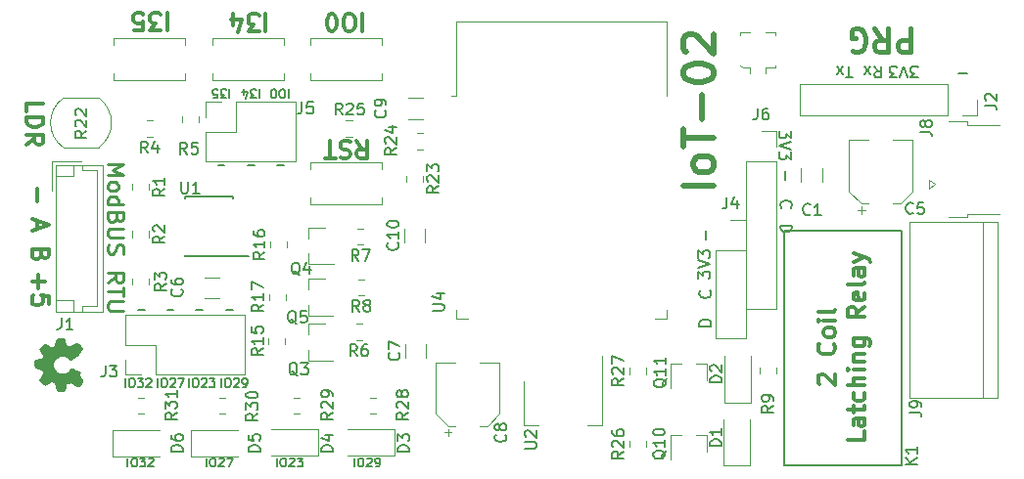
<source format=gbr>
G04 #@! TF.GenerationSoftware,KiCad,Pcbnew,5.0.2+dfsg1-1~bpo9+1*
G04 #@! TF.CreationDate,2020-03-04T21:18:40+01:00*
G04 #@! TF.ProjectId,things_02,7468696e-6773-45f3-9032-2e6b69636164,rev?*
G04 #@! TF.SameCoordinates,Original*
G04 #@! TF.FileFunction,Legend,Top*
G04 #@! TF.FilePolarity,Positive*
%FSLAX46Y46*%
G04 Gerber Fmt 4.6, Leading zero omitted, Abs format (unit mm)*
G04 Created by KiCad (PCBNEW 5.0.2+dfsg1-1~bpo9+1) date Wed Mar  4 21:18:40 2020*
%MOMM*%
%LPD*%
G01*
G04 APERTURE LIST*
%ADD10C,0.300000*%
%ADD11C,0.500000*%
%ADD12C,0.250000*%
%ADD13C,0.150000*%
%ADD14C,0.200000*%
%ADD15C,0.400000*%
%ADD16C,0.120000*%
%ADD17C,0.010000*%
G04 APERTURE END LIST*
D10*
X135446428Y-110378571D02*
X135375000Y-110307142D01*
X135303571Y-110164285D01*
X135303571Y-109807142D01*
X135375000Y-109664285D01*
X135446428Y-109592857D01*
X135589285Y-109521428D01*
X135732142Y-109521428D01*
X135946428Y-109592857D01*
X136803571Y-110450000D01*
X136803571Y-109521428D01*
X136660714Y-106878571D02*
X136732142Y-106950000D01*
X136803571Y-107164285D01*
X136803571Y-107307142D01*
X136732142Y-107521428D01*
X136589285Y-107664285D01*
X136446428Y-107735714D01*
X136160714Y-107807142D01*
X135946428Y-107807142D01*
X135660714Y-107735714D01*
X135517857Y-107664285D01*
X135375000Y-107521428D01*
X135303571Y-107307142D01*
X135303571Y-107164285D01*
X135375000Y-106950000D01*
X135446428Y-106878571D01*
X136803571Y-106021428D02*
X136732142Y-106164285D01*
X136660714Y-106235714D01*
X136517857Y-106307142D01*
X136089285Y-106307142D01*
X135946428Y-106235714D01*
X135875000Y-106164285D01*
X135803571Y-106021428D01*
X135803571Y-105807142D01*
X135875000Y-105664285D01*
X135946428Y-105592857D01*
X136089285Y-105521428D01*
X136517857Y-105521428D01*
X136660714Y-105592857D01*
X136732142Y-105664285D01*
X136803571Y-105807142D01*
X136803571Y-106021428D01*
X136803571Y-104878571D02*
X135803571Y-104878571D01*
X135303571Y-104878571D02*
X135375000Y-104950000D01*
X135446428Y-104878571D01*
X135375000Y-104807142D01*
X135303571Y-104878571D01*
X135446428Y-104878571D01*
X136803571Y-103950000D02*
X136732142Y-104092857D01*
X136589285Y-104164285D01*
X135303571Y-104164285D01*
X139353571Y-114485714D02*
X139353571Y-115200000D01*
X137853571Y-115200000D01*
X139353571Y-113342857D02*
X138567857Y-113342857D01*
X138425000Y-113414285D01*
X138353571Y-113557142D01*
X138353571Y-113842857D01*
X138425000Y-113985714D01*
X139282142Y-113342857D02*
X139353571Y-113485714D01*
X139353571Y-113842857D01*
X139282142Y-113985714D01*
X139139285Y-114057142D01*
X138996428Y-114057142D01*
X138853571Y-113985714D01*
X138782142Y-113842857D01*
X138782142Y-113485714D01*
X138710714Y-113342857D01*
X138353571Y-112842857D02*
X138353571Y-112271428D01*
X137853571Y-112628571D02*
X139139285Y-112628571D01*
X139282142Y-112557142D01*
X139353571Y-112414285D01*
X139353571Y-112271428D01*
X139282142Y-111128571D02*
X139353571Y-111271428D01*
X139353571Y-111557142D01*
X139282142Y-111700000D01*
X139210714Y-111771428D01*
X139067857Y-111842857D01*
X138639285Y-111842857D01*
X138496428Y-111771428D01*
X138425000Y-111700000D01*
X138353571Y-111557142D01*
X138353571Y-111271428D01*
X138425000Y-111128571D01*
X139353571Y-110485714D02*
X137853571Y-110485714D01*
X139353571Y-109842857D02*
X138567857Y-109842857D01*
X138425000Y-109914285D01*
X138353571Y-110057142D01*
X138353571Y-110271428D01*
X138425000Y-110414285D01*
X138496428Y-110485714D01*
X139353571Y-109128571D02*
X138353571Y-109128571D01*
X137853571Y-109128571D02*
X137925000Y-109200000D01*
X137996428Y-109128571D01*
X137925000Y-109057142D01*
X137853571Y-109128571D01*
X137996428Y-109128571D01*
X138353571Y-108414285D02*
X139353571Y-108414285D01*
X138496428Y-108414285D02*
X138425000Y-108342857D01*
X138353571Y-108200000D01*
X138353571Y-107985714D01*
X138425000Y-107842857D01*
X138567857Y-107771428D01*
X139353571Y-107771428D01*
X138353571Y-106414285D02*
X139567857Y-106414285D01*
X139710714Y-106485714D01*
X139782142Y-106557142D01*
X139853571Y-106700000D01*
X139853571Y-106914285D01*
X139782142Y-107057142D01*
X139282142Y-106414285D02*
X139353571Y-106557142D01*
X139353571Y-106842857D01*
X139282142Y-106985714D01*
X139210714Y-107057142D01*
X139067857Y-107128571D01*
X138639285Y-107128571D01*
X138496428Y-107057142D01*
X138425000Y-106985714D01*
X138353571Y-106842857D01*
X138353571Y-106557142D01*
X138425000Y-106414285D01*
X139353571Y-103700000D02*
X138639285Y-104200000D01*
X139353571Y-104557142D02*
X137853571Y-104557142D01*
X137853571Y-103985714D01*
X137925000Y-103842857D01*
X137996428Y-103771428D01*
X138139285Y-103700000D01*
X138353571Y-103700000D01*
X138496428Y-103771428D01*
X138567857Y-103842857D01*
X138639285Y-103985714D01*
X138639285Y-104557142D01*
X139282142Y-102485714D02*
X139353571Y-102628571D01*
X139353571Y-102914285D01*
X139282142Y-103057142D01*
X139139285Y-103128571D01*
X138567857Y-103128571D01*
X138425000Y-103057142D01*
X138353571Y-102914285D01*
X138353571Y-102628571D01*
X138425000Y-102485714D01*
X138567857Y-102414285D01*
X138710714Y-102414285D01*
X138853571Y-103128571D01*
X139353571Y-101557142D02*
X139282142Y-101700000D01*
X139139285Y-101771428D01*
X137853571Y-101771428D01*
X139353571Y-100342857D02*
X138567857Y-100342857D01*
X138425000Y-100414285D01*
X138353571Y-100557142D01*
X138353571Y-100842857D01*
X138425000Y-100985714D01*
X139282142Y-100342857D02*
X139353571Y-100485714D01*
X139353571Y-100842857D01*
X139282142Y-100985714D01*
X139139285Y-101057142D01*
X138996428Y-101057142D01*
X138853571Y-100985714D01*
X138782142Y-100842857D01*
X138782142Y-100485714D01*
X138710714Y-100342857D01*
X138353571Y-99771428D02*
X139353571Y-99414285D01*
X138353571Y-99057142D02*
X139353571Y-99414285D01*
X139710714Y-99557142D01*
X139782142Y-99628571D01*
X139853571Y-99771428D01*
D11*
X126321428Y-93192857D02*
X123621428Y-93192857D01*
X126321428Y-91521428D02*
X126192857Y-91778571D01*
X126064285Y-91907142D01*
X125807142Y-92035714D01*
X125035714Y-92035714D01*
X124778571Y-91907142D01*
X124650000Y-91778571D01*
X124521428Y-91521428D01*
X124521428Y-91135714D01*
X124650000Y-90878571D01*
X124778571Y-90750000D01*
X125035714Y-90621428D01*
X125807142Y-90621428D01*
X126064285Y-90750000D01*
X126192857Y-90878571D01*
X126321428Y-91135714D01*
X126321428Y-91521428D01*
X123621428Y-89850000D02*
X123621428Y-88307142D01*
X126321428Y-89078571D02*
X123621428Y-89078571D01*
X125292857Y-87407142D02*
X125292857Y-85350000D01*
X123621428Y-83550000D02*
X123621428Y-83292857D01*
X123750000Y-83035714D01*
X123878571Y-82907142D01*
X124135714Y-82778571D01*
X124650000Y-82650000D01*
X125292857Y-82650000D01*
X125807142Y-82778571D01*
X126064285Y-82907142D01*
X126192857Y-83035714D01*
X126321428Y-83292857D01*
X126321428Y-83550000D01*
X126192857Y-83807142D01*
X126064285Y-83935714D01*
X125807142Y-84064285D01*
X125292857Y-84192857D01*
X124650000Y-84192857D01*
X124135714Y-84064285D01*
X123878571Y-83935714D01*
X123750000Y-83807142D01*
X123621428Y-83550000D01*
X123878571Y-81621428D02*
X123750000Y-81492857D01*
X123621428Y-81235714D01*
X123621428Y-80592857D01*
X123750000Y-80335714D01*
X123878571Y-80207142D01*
X124135714Y-80078571D01*
X124392857Y-80078571D01*
X124778571Y-80207142D01*
X126321428Y-81750000D01*
X126321428Y-80078571D01*
D12*
X73866666Y-91366666D02*
X75266666Y-91366666D01*
X74266666Y-91833333D01*
X75266666Y-92300000D01*
X73866666Y-92300000D01*
X73866666Y-93166666D02*
X73933333Y-93033333D01*
X74000000Y-92966666D01*
X74133333Y-92900000D01*
X74533333Y-92900000D01*
X74666666Y-92966666D01*
X74733333Y-93033333D01*
X74800000Y-93166666D01*
X74800000Y-93366666D01*
X74733333Y-93500000D01*
X74666666Y-93566666D01*
X74533333Y-93633333D01*
X74133333Y-93633333D01*
X74000000Y-93566666D01*
X73933333Y-93500000D01*
X73866666Y-93366666D01*
X73866666Y-93166666D01*
X73866666Y-94833333D02*
X75266666Y-94833333D01*
X73933333Y-94833333D02*
X73866666Y-94700000D01*
X73866666Y-94433333D01*
X73933333Y-94300000D01*
X74000000Y-94233333D01*
X74133333Y-94166666D01*
X74533333Y-94166666D01*
X74666666Y-94233333D01*
X74733333Y-94300000D01*
X74800000Y-94433333D01*
X74800000Y-94700000D01*
X74733333Y-94833333D01*
X74600000Y-95966666D02*
X74533333Y-96166666D01*
X74466666Y-96233333D01*
X74333333Y-96300000D01*
X74133333Y-96300000D01*
X74000000Y-96233333D01*
X73933333Y-96166666D01*
X73866666Y-96033333D01*
X73866666Y-95500000D01*
X75266666Y-95500000D01*
X75266666Y-95966666D01*
X75200000Y-96100000D01*
X75133333Y-96166666D01*
X75000000Y-96233333D01*
X74866666Y-96233333D01*
X74733333Y-96166666D01*
X74666666Y-96100000D01*
X74600000Y-95966666D01*
X74600000Y-95500000D01*
X75266666Y-96900000D02*
X74133333Y-96900000D01*
X74000000Y-96966666D01*
X73933333Y-97033333D01*
X73866666Y-97166666D01*
X73866666Y-97433333D01*
X73933333Y-97566666D01*
X74000000Y-97633333D01*
X74133333Y-97700000D01*
X75266666Y-97700000D01*
X73933333Y-98300000D02*
X73866666Y-98500000D01*
X73866666Y-98833333D01*
X73933333Y-98966666D01*
X74000000Y-99033333D01*
X74133333Y-99100000D01*
X74266666Y-99100000D01*
X74400000Y-99033333D01*
X74466666Y-98966666D01*
X74533333Y-98833333D01*
X74600000Y-98566666D01*
X74666666Y-98433333D01*
X74733333Y-98366666D01*
X74866666Y-98300000D01*
X75000000Y-98300000D01*
X75133333Y-98366666D01*
X75200000Y-98433333D01*
X75266666Y-98566666D01*
X75266666Y-98900000D01*
X75200000Y-99100000D01*
X73866666Y-101566666D02*
X74533333Y-101100000D01*
X73866666Y-100766666D02*
X75266666Y-100766666D01*
X75266666Y-101300000D01*
X75200000Y-101433333D01*
X75133333Y-101500000D01*
X75000000Y-101566666D01*
X74800000Y-101566666D01*
X74666666Y-101500000D01*
X74600000Y-101433333D01*
X74533333Y-101300000D01*
X74533333Y-100766666D01*
X75266666Y-101966666D02*
X75266666Y-102766666D01*
X73866666Y-102366666D02*
X75266666Y-102366666D01*
X75266666Y-103233333D02*
X74133333Y-103233333D01*
X74000000Y-103300000D01*
X73933333Y-103366666D01*
X73866666Y-103500000D01*
X73866666Y-103766666D01*
X73933333Y-103900000D01*
X74000000Y-103966666D01*
X74133333Y-104033333D01*
X75266666Y-104033333D01*
D13*
X89550000Y-84860714D02*
X89550000Y-85610714D01*
X89050000Y-85610714D02*
X88907142Y-85610714D01*
X88835714Y-85575000D01*
X88764285Y-85503571D01*
X88728571Y-85360714D01*
X88728571Y-85110714D01*
X88764285Y-84967857D01*
X88835714Y-84896428D01*
X88907142Y-84860714D01*
X89050000Y-84860714D01*
X89121428Y-84896428D01*
X89192857Y-84967857D01*
X89228571Y-85110714D01*
X89228571Y-85360714D01*
X89192857Y-85503571D01*
X89121428Y-85575000D01*
X89050000Y-85610714D01*
X88264285Y-85610714D02*
X88192857Y-85610714D01*
X88121428Y-85575000D01*
X88085714Y-85539285D01*
X88050000Y-85467857D01*
X88014285Y-85325000D01*
X88014285Y-85146428D01*
X88050000Y-85003571D01*
X88085714Y-84932142D01*
X88121428Y-84896428D01*
X88192857Y-84860714D01*
X88264285Y-84860714D01*
X88335714Y-84896428D01*
X88371428Y-84932142D01*
X88407142Y-85003571D01*
X88442857Y-85146428D01*
X88442857Y-85325000D01*
X88407142Y-85467857D01*
X88371428Y-85539285D01*
X88335714Y-85575000D01*
X88264285Y-85610714D01*
X84414285Y-84860714D02*
X84414285Y-85610714D01*
X84128571Y-85610714D02*
X83664285Y-85610714D01*
X83914285Y-85325000D01*
X83807142Y-85325000D01*
X83735714Y-85289285D01*
X83700000Y-85253571D01*
X83664285Y-85182142D01*
X83664285Y-85003571D01*
X83700000Y-84932142D01*
X83735714Y-84896428D01*
X83807142Y-84860714D01*
X84021428Y-84860714D01*
X84092857Y-84896428D01*
X84128571Y-84932142D01*
X82985714Y-85610714D02*
X83342857Y-85610714D01*
X83378571Y-85253571D01*
X83342857Y-85289285D01*
X83271428Y-85325000D01*
X83092857Y-85325000D01*
X83021428Y-85289285D01*
X82985714Y-85253571D01*
X82950000Y-85182142D01*
X82950000Y-85003571D01*
X82985714Y-84932142D01*
X83021428Y-84896428D01*
X83092857Y-84860714D01*
X83271428Y-84860714D01*
X83342857Y-84896428D01*
X83378571Y-84932142D01*
X87014285Y-84860714D02*
X87014285Y-85610714D01*
X86728571Y-85610714D02*
X86264285Y-85610714D01*
X86514285Y-85325000D01*
X86407142Y-85325000D01*
X86335714Y-85289285D01*
X86300000Y-85253571D01*
X86264285Y-85182142D01*
X86264285Y-85003571D01*
X86300000Y-84932142D01*
X86335714Y-84896428D01*
X86407142Y-84860714D01*
X86621428Y-84860714D01*
X86692857Y-84896428D01*
X86728571Y-84932142D01*
X85621428Y-85360714D02*
X85621428Y-84860714D01*
X85800000Y-85646428D02*
X85978571Y-85110714D01*
X85514285Y-85110714D01*
D10*
X95421428Y-89321428D02*
X95921428Y-90035714D01*
X96278571Y-89321428D02*
X96278571Y-90821428D01*
X95707142Y-90821428D01*
X95564285Y-90750000D01*
X95492857Y-90678571D01*
X95421428Y-90535714D01*
X95421428Y-90321428D01*
X95492857Y-90178571D01*
X95564285Y-90107142D01*
X95707142Y-90035714D01*
X96278571Y-90035714D01*
X94850000Y-89392857D02*
X94635714Y-89321428D01*
X94278571Y-89321428D01*
X94135714Y-89392857D01*
X94064285Y-89464285D01*
X93992857Y-89607142D01*
X93992857Y-89750000D01*
X94064285Y-89892857D01*
X94135714Y-89964285D01*
X94278571Y-90035714D01*
X94564285Y-90107142D01*
X94707142Y-90178571D01*
X94778571Y-90250000D01*
X94850000Y-90392857D01*
X94850000Y-90535714D01*
X94778571Y-90678571D01*
X94707142Y-90750000D01*
X94564285Y-90821428D01*
X94207142Y-90821428D01*
X93992857Y-90750000D01*
X93564285Y-90821428D02*
X92707142Y-90821428D01*
X93135714Y-89321428D02*
X93135714Y-90821428D01*
X95900000Y-78321428D02*
X95900000Y-79821428D01*
X94900000Y-79821428D02*
X94614285Y-79821428D01*
X94471428Y-79750000D01*
X94328571Y-79607142D01*
X94257142Y-79321428D01*
X94257142Y-78821428D01*
X94328571Y-78535714D01*
X94471428Y-78392857D01*
X94614285Y-78321428D01*
X94900000Y-78321428D01*
X95042857Y-78392857D01*
X95185714Y-78535714D01*
X95257142Y-78821428D01*
X95257142Y-79321428D01*
X95185714Y-79607142D01*
X95042857Y-79750000D01*
X94900000Y-79821428D01*
X93328571Y-79821428D02*
X93185714Y-79821428D01*
X93042857Y-79750000D01*
X92971428Y-79678571D01*
X92900000Y-79535714D01*
X92828571Y-79250000D01*
X92828571Y-78892857D01*
X92900000Y-78607142D01*
X92971428Y-78464285D01*
X93042857Y-78392857D01*
X93185714Y-78321428D01*
X93328571Y-78321428D01*
X93471428Y-78392857D01*
X93542857Y-78464285D01*
X93614285Y-78607142D01*
X93685714Y-78892857D01*
X93685714Y-79250000D01*
X93614285Y-79535714D01*
X93542857Y-79678571D01*
X93471428Y-79750000D01*
X93328571Y-79821428D01*
X87528571Y-78321428D02*
X87528571Y-79821428D01*
X86957142Y-79821428D02*
X86028571Y-79821428D01*
X86528571Y-79250000D01*
X86314285Y-79250000D01*
X86171428Y-79178571D01*
X86100000Y-79107142D01*
X86028571Y-78964285D01*
X86028571Y-78607142D01*
X86100000Y-78464285D01*
X86171428Y-78392857D01*
X86314285Y-78321428D01*
X86742857Y-78321428D01*
X86885714Y-78392857D01*
X86957142Y-78464285D01*
X84742857Y-79321428D02*
X84742857Y-78321428D01*
X85100000Y-79892857D02*
X85457142Y-78821428D01*
X84528571Y-78821428D01*
X79028571Y-78221428D02*
X79028571Y-79721428D01*
X78457142Y-79721428D02*
X77528571Y-79721428D01*
X78028571Y-79150000D01*
X77814285Y-79150000D01*
X77671428Y-79078571D01*
X77600000Y-79007142D01*
X77528571Y-78864285D01*
X77528571Y-78507142D01*
X77600000Y-78364285D01*
X77671428Y-78292857D01*
X77814285Y-78221428D01*
X78242857Y-78221428D01*
X78385714Y-78292857D01*
X78457142Y-78364285D01*
X76171428Y-79721428D02*
X76885714Y-79721428D01*
X76957142Y-79007142D01*
X76885714Y-79078571D01*
X76742857Y-79150000D01*
X76385714Y-79150000D01*
X76242857Y-79078571D01*
X76171428Y-79007142D01*
X76100000Y-78864285D01*
X76100000Y-78507142D01*
X76171428Y-78364285D01*
X76242857Y-78292857D01*
X76385714Y-78221428D01*
X76742857Y-78221428D01*
X76885714Y-78292857D01*
X76957142Y-78364285D01*
D13*
X88514285Y-91453571D02*
X89085714Y-91453571D01*
X86014285Y-91453571D02*
X86585714Y-91453571D01*
X83414285Y-91453571D02*
X83985714Y-91453571D01*
X84114285Y-103953571D02*
X84685714Y-103953571D01*
X81514285Y-103953571D02*
X82085714Y-103953571D01*
X79014285Y-103953571D02*
X79585714Y-103953571D01*
X76514285Y-103953571D02*
X77085714Y-103953571D01*
X83692857Y-110639285D02*
X83692857Y-109889285D01*
X84192857Y-109889285D02*
X84335714Y-109889285D01*
X84407142Y-109925000D01*
X84478571Y-109996428D01*
X84514285Y-110139285D01*
X84514285Y-110389285D01*
X84478571Y-110532142D01*
X84407142Y-110603571D01*
X84335714Y-110639285D01*
X84192857Y-110639285D01*
X84121428Y-110603571D01*
X84050000Y-110532142D01*
X84014285Y-110389285D01*
X84014285Y-110139285D01*
X84050000Y-109996428D01*
X84121428Y-109925000D01*
X84192857Y-109889285D01*
X84800000Y-109960714D02*
X84835714Y-109925000D01*
X84907142Y-109889285D01*
X85085714Y-109889285D01*
X85157142Y-109925000D01*
X85192857Y-109960714D01*
X85228571Y-110032142D01*
X85228571Y-110103571D01*
X85192857Y-110210714D01*
X84764285Y-110639285D01*
X85228571Y-110639285D01*
X85585714Y-110639285D02*
X85728571Y-110639285D01*
X85800000Y-110603571D01*
X85835714Y-110567857D01*
X85907142Y-110460714D01*
X85942857Y-110317857D01*
X85942857Y-110032142D01*
X85907142Y-109960714D01*
X85871428Y-109925000D01*
X85800000Y-109889285D01*
X85657142Y-109889285D01*
X85585714Y-109925000D01*
X85550000Y-109960714D01*
X85514285Y-110032142D01*
X85514285Y-110210714D01*
X85550000Y-110282142D01*
X85585714Y-110317857D01*
X85657142Y-110353571D01*
X85800000Y-110353571D01*
X85871428Y-110317857D01*
X85907142Y-110282142D01*
X85942857Y-110210714D01*
X80892857Y-110639285D02*
X80892857Y-109889285D01*
X81392857Y-109889285D02*
X81535714Y-109889285D01*
X81607142Y-109925000D01*
X81678571Y-109996428D01*
X81714285Y-110139285D01*
X81714285Y-110389285D01*
X81678571Y-110532142D01*
X81607142Y-110603571D01*
X81535714Y-110639285D01*
X81392857Y-110639285D01*
X81321428Y-110603571D01*
X81250000Y-110532142D01*
X81214285Y-110389285D01*
X81214285Y-110139285D01*
X81250000Y-109996428D01*
X81321428Y-109925000D01*
X81392857Y-109889285D01*
X82000000Y-109960714D02*
X82035714Y-109925000D01*
X82107142Y-109889285D01*
X82285714Y-109889285D01*
X82357142Y-109925000D01*
X82392857Y-109960714D01*
X82428571Y-110032142D01*
X82428571Y-110103571D01*
X82392857Y-110210714D01*
X81964285Y-110639285D01*
X82428571Y-110639285D01*
X82678571Y-109889285D02*
X83142857Y-109889285D01*
X82892857Y-110175000D01*
X83000000Y-110175000D01*
X83071428Y-110210714D01*
X83107142Y-110246428D01*
X83142857Y-110317857D01*
X83142857Y-110496428D01*
X83107142Y-110567857D01*
X83071428Y-110603571D01*
X83000000Y-110639285D01*
X82785714Y-110639285D01*
X82714285Y-110603571D01*
X82678571Y-110567857D01*
X78192857Y-110639285D02*
X78192857Y-109889285D01*
X78692857Y-109889285D02*
X78835714Y-109889285D01*
X78907142Y-109925000D01*
X78978571Y-109996428D01*
X79014285Y-110139285D01*
X79014285Y-110389285D01*
X78978571Y-110532142D01*
X78907142Y-110603571D01*
X78835714Y-110639285D01*
X78692857Y-110639285D01*
X78621428Y-110603571D01*
X78550000Y-110532142D01*
X78514285Y-110389285D01*
X78514285Y-110139285D01*
X78550000Y-109996428D01*
X78621428Y-109925000D01*
X78692857Y-109889285D01*
X79300000Y-109960714D02*
X79335714Y-109925000D01*
X79407142Y-109889285D01*
X79585714Y-109889285D01*
X79657142Y-109925000D01*
X79692857Y-109960714D01*
X79728571Y-110032142D01*
X79728571Y-110103571D01*
X79692857Y-110210714D01*
X79264285Y-110639285D01*
X79728571Y-110639285D01*
X79978571Y-109889285D02*
X80478571Y-109889285D01*
X80157142Y-110639285D01*
X75392857Y-110639285D02*
X75392857Y-109889285D01*
X75892857Y-109889285D02*
X76035714Y-109889285D01*
X76107142Y-109925000D01*
X76178571Y-109996428D01*
X76214285Y-110139285D01*
X76214285Y-110389285D01*
X76178571Y-110532142D01*
X76107142Y-110603571D01*
X76035714Y-110639285D01*
X75892857Y-110639285D01*
X75821428Y-110603571D01*
X75750000Y-110532142D01*
X75714285Y-110389285D01*
X75714285Y-110139285D01*
X75750000Y-109996428D01*
X75821428Y-109925000D01*
X75892857Y-109889285D01*
X76464285Y-109889285D02*
X76928571Y-109889285D01*
X76678571Y-110175000D01*
X76785714Y-110175000D01*
X76857142Y-110210714D01*
X76892857Y-110246428D01*
X76928571Y-110317857D01*
X76928571Y-110496428D01*
X76892857Y-110567857D01*
X76857142Y-110603571D01*
X76785714Y-110639285D01*
X76571428Y-110639285D01*
X76500000Y-110603571D01*
X76464285Y-110567857D01*
X77214285Y-109960714D02*
X77250000Y-109925000D01*
X77321428Y-109889285D01*
X77500000Y-109889285D01*
X77571428Y-109925000D01*
X77607142Y-109960714D01*
X77642857Y-110032142D01*
X77642857Y-110103571D01*
X77607142Y-110210714D01*
X77178571Y-110639285D01*
X77642857Y-110639285D01*
X75592857Y-117539285D02*
X75592857Y-116789285D01*
X76092857Y-116789285D02*
X76235714Y-116789285D01*
X76307142Y-116825000D01*
X76378571Y-116896428D01*
X76414285Y-117039285D01*
X76414285Y-117289285D01*
X76378571Y-117432142D01*
X76307142Y-117503571D01*
X76235714Y-117539285D01*
X76092857Y-117539285D01*
X76021428Y-117503571D01*
X75950000Y-117432142D01*
X75914285Y-117289285D01*
X75914285Y-117039285D01*
X75950000Y-116896428D01*
X76021428Y-116825000D01*
X76092857Y-116789285D01*
X76664285Y-116789285D02*
X77128571Y-116789285D01*
X76878571Y-117075000D01*
X76985714Y-117075000D01*
X77057142Y-117110714D01*
X77092857Y-117146428D01*
X77128571Y-117217857D01*
X77128571Y-117396428D01*
X77092857Y-117467857D01*
X77057142Y-117503571D01*
X76985714Y-117539285D01*
X76771428Y-117539285D01*
X76700000Y-117503571D01*
X76664285Y-117467857D01*
X77414285Y-116860714D02*
X77450000Y-116825000D01*
X77521428Y-116789285D01*
X77700000Y-116789285D01*
X77771428Y-116825000D01*
X77807142Y-116860714D01*
X77842857Y-116932142D01*
X77842857Y-117003571D01*
X77807142Y-117110714D01*
X77378571Y-117539285D01*
X77842857Y-117539285D01*
X82392857Y-117539285D02*
X82392857Y-116789285D01*
X82892857Y-116789285D02*
X83035714Y-116789285D01*
X83107142Y-116825000D01*
X83178571Y-116896428D01*
X83214285Y-117039285D01*
X83214285Y-117289285D01*
X83178571Y-117432142D01*
X83107142Y-117503571D01*
X83035714Y-117539285D01*
X82892857Y-117539285D01*
X82821428Y-117503571D01*
X82750000Y-117432142D01*
X82714285Y-117289285D01*
X82714285Y-117039285D01*
X82750000Y-116896428D01*
X82821428Y-116825000D01*
X82892857Y-116789285D01*
X83500000Y-116860714D02*
X83535714Y-116825000D01*
X83607142Y-116789285D01*
X83785714Y-116789285D01*
X83857142Y-116825000D01*
X83892857Y-116860714D01*
X83928571Y-116932142D01*
X83928571Y-117003571D01*
X83892857Y-117110714D01*
X83464285Y-117539285D01*
X83928571Y-117539285D01*
X84178571Y-116789285D02*
X84678571Y-116789285D01*
X84357142Y-117539285D01*
X88492857Y-117539285D02*
X88492857Y-116789285D01*
X88992857Y-116789285D02*
X89135714Y-116789285D01*
X89207142Y-116825000D01*
X89278571Y-116896428D01*
X89314285Y-117039285D01*
X89314285Y-117289285D01*
X89278571Y-117432142D01*
X89207142Y-117503571D01*
X89135714Y-117539285D01*
X88992857Y-117539285D01*
X88921428Y-117503571D01*
X88850000Y-117432142D01*
X88814285Y-117289285D01*
X88814285Y-117039285D01*
X88850000Y-116896428D01*
X88921428Y-116825000D01*
X88992857Y-116789285D01*
X89600000Y-116860714D02*
X89635714Y-116825000D01*
X89707142Y-116789285D01*
X89885714Y-116789285D01*
X89957142Y-116825000D01*
X89992857Y-116860714D01*
X90028571Y-116932142D01*
X90028571Y-117003571D01*
X89992857Y-117110714D01*
X89564285Y-117539285D01*
X90028571Y-117539285D01*
X90278571Y-116789285D02*
X90742857Y-116789285D01*
X90492857Y-117075000D01*
X90600000Y-117075000D01*
X90671428Y-117110714D01*
X90707142Y-117146428D01*
X90742857Y-117217857D01*
X90742857Y-117396428D01*
X90707142Y-117467857D01*
X90671428Y-117503571D01*
X90600000Y-117539285D01*
X90385714Y-117539285D01*
X90314285Y-117503571D01*
X90278571Y-117467857D01*
X95192857Y-117539285D02*
X95192857Y-116789285D01*
X95692857Y-116789285D02*
X95835714Y-116789285D01*
X95907142Y-116825000D01*
X95978571Y-116896428D01*
X96014285Y-117039285D01*
X96014285Y-117289285D01*
X95978571Y-117432142D01*
X95907142Y-117503571D01*
X95835714Y-117539285D01*
X95692857Y-117539285D01*
X95621428Y-117503571D01*
X95550000Y-117432142D01*
X95514285Y-117289285D01*
X95514285Y-117039285D01*
X95550000Y-116896428D01*
X95621428Y-116825000D01*
X95692857Y-116789285D01*
X96300000Y-116860714D02*
X96335714Y-116825000D01*
X96407142Y-116789285D01*
X96585714Y-116789285D01*
X96657142Y-116825000D01*
X96692857Y-116860714D01*
X96728571Y-116932142D01*
X96728571Y-117003571D01*
X96692857Y-117110714D01*
X96264285Y-117539285D01*
X96728571Y-117539285D01*
X97085714Y-117539285D02*
X97228571Y-117539285D01*
X97300000Y-117503571D01*
X97335714Y-117467857D01*
X97407142Y-117360714D01*
X97442857Y-117217857D01*
X97442857Y-116932142D01*
X97407142Y-116860714D01*
X97371428Y-116825000D01*
X97300000Y-116789285D01*
X97157142Y-116789285D01*
X97085714Y-116825000D01*
X97050000Y-116860714D01*
X97014285Y-116932142D01*
X97014285Y-117110714D01*
X97050000Y-117182142D01*
X97085714Y-117217857D01*
X97157142Y-117253571D01*
X97300000Y-117253571D01*
X97371428Y-117217857D01*
X97407142Y-117182142D01*
X97442857Y-117110714D01*
D14*
X126052380Y-105361904D02*
X125052380Y-105361904D01*
X125052380Y-105123809D01*
X125100000Y-104980952D01*
X125195238Y-104885714D01*
X125290476Y-104838095D01*
X125480952Y-104790476D01*
X125623809Y-104790476D01*
X125814285Y-104838095D01*
X125909523Y-104885714D01*
X126004761Y-104980952D01*
X126052380Y-105123809D01*
X126052380Y-105361904D01*
X125957142Y-102290476D02*
X126004761Y-102338095D01*
X126052380Y-102480952D01*
X126052380Y-102576190D01*
X126004761Y-102719047D01*
X125909523Y-102814285D01*
X125814285Y-102861904D01*
X125623809Y-102909523D01*
X125480952Y-102909523D01*
X125290476Y-102861904D01*
X125195238Y-102814285D01*
X125100000Y-102719047D01*
X125052380Y-102576190D01*
X125052380Y-102480952D01*
X125100000Y-102338095D01*
X125147619Y-102290476D01*
X125628571Y-97119047D02*
X125628571Y-97880952D01*
X124952380Y-101238095D02*
X124952380Y-100619047D01*
X125333333Y-100952380D01*
X125333333Y-100809523D01*
X125380952Y-100714285D01*
X125428571Y-100666666D01*
X125523809Y-100619047D01*
X125761904Y-100619047D01*
X125857142Y-100666666D01*
X125904761Y-100714285D01*
X125952380Y-100809523D01*
X125952380Y-101095238D01*
X125904761Y-101190476D01*
X125857142Y-101238095D01*
X124952380Y-100333333D02*
X125952380Y-100000000D01*
X124952380Y-99666666D01*
X124952380Y-99428571D02*
X124952380Y-98809523D01*
X125333333Y-99142857D01*
X125333333Y-99000000D01*
X125380952Y-98904761D01*
X125428571Y-98857142D01*
X125523809Y-98809523D01*
X125761904Y-98809523D01*
X125857142Y-98857142D01*
X125904761Y-98904761D01*
X125952380Y-99000000D01*
X125952380Y-99285714D01*
X125904761Y-99380952D01*
X125857142Y-99428571D01*
X132047619Y-96638095D02*
X133047619Y-96638095D01*
X133047619Y-96876190D01*
X133000000Y-97019047D01*
X132904761Y-97114285D01*
X132809523Y-97161904D01*
X132619047Y-97209523D01*
X132476190Y-97209523D01*
X132285714Y-97161904D01*
X132190476Y-97114285D01*
X132095238Y-97019047D01*
X132047619Y-96876190D01*
X132047619Y-96638095D01*
X132142857Y-95109523D02*
X132095238Y-95061904D01*
X132047619Y-94919047D01*
X132047619Y-94823809D01*
X132095238Y-94680952D01*
X132190476Y-94585714D01*
X132285714Y-94538095D01*
X132476190Y-94490476D01*
X132619047Y-94490476D01*
X132809523Y-94538095D01*
X132904761Y-94585714D01*
X133000000Y-94680952D01*
X133047619Y-94823809D01*
X133047619Y-94919047D01*
X133000000Y-95061904D01*
X132952380Y-95109523D01*
X132428571Y-91919047D02*
X132428571Y-92680952D01*
X132947619Y-88461904D02*
X132947619Y-89080952D01*
X132566666Y-88747619D01*
X132566666Y-88890476D01*
X132519047Y-88985714D01*
X132471428Y-89033333D01*
X132376190Y-89080952D01*
X132138095Y-89080952D01*
X132042857Y-89033333D01*
X131995238Y-88985714D01*
X131947619Y-88890476D01*
X131947619Y-88604761D01*
X131995238Y-88509523D01*
X132042857Y-88461904D01*
X132947619Y-89366666D02*
X131947619Y-89700000D01*
X132947619Y-90033333D01*
X132947619Y-90271428D02*
X132947619Y-90890476D01*
X132566666Y-90557142D01*
X132566666Y-90700000D01*
X132519047Y-90795238D01*
X132471428Y-90842857D01*
X132376190Y-90890476D01*
X132138095Y-90890476D01*
X132042857Y-90842857D01*
X131995238Y-90795238D01*
X131947619Y-90700000D01*
X131947619Y-90414285D01*
X131995238Y-90319047D01*
X132042857Y-90271428D01*
D10*
X66821428Y-86764285D02*
X66821428Y-86050000D01*
X68321428Y-86050000D01*
X66821428Y-87264285D02*
X68321428Y-87264285D01*
X68321428Y-87621428D01*
X68250000Y-87835714D01*
X68107142Y-87978571D01*
X67964285Y-88050000D01*
X67678571Y-88121428D01*
X67464285Y-88121428D01*
X67178571Y-88050000D01*
X67035714Y-87978571D01*
X66892857Y-87835714D01*
X66821428Y-87621428D01*
X66821428Y-87264285D01*
X66821428Y-89621428D02*
X67535714Y-89121428D01*
X66821428Y-88764285D02*
X68321428Y-88764285D01*
X68321428Y-89335714D01*
X68250000Y-89478571D01*
X68178571Y-89550000D01*
X68035714Y-89621428D01*
X67821428Y-89621428D01*
X67678571Y-89550000D01*
X67607142Y-89478571D01*
X67535714Y-89335714D01*
X67535714Y-88764285D01*
D15*
X143323809Y-79595238D02*
X143323809Y-81595238D01*
X142561904Y-81595238D01*
X142371428Y-81500000D01*
X142276190Y-81404761D01*
X142180952Y-81214285D01*
X142180952Y-80928571D01*
X142276190Y-80738095D01*
X142371428Y-80642857D01*
X142561904Y-80547619D01*
X143323809Y-80547619D01*
X140180952Y-79595238D02*
X140847619Y-80547619D01*
X141323809Y-79595238D02*
X141323809Y-81595238D01*
X140561904Y-81595238D01*
X140371428Y-81500000D01*
X140276190Y-81404761D01*
X140180952Y-81214285D01*
X140180952Y-80928571D01*
X140276190Y-80738095D01*
X140371428Y-80642857D01*
X140561904Y-80547619D01*
X141323809Y-80547619D01*
X138276190Y-81500000D02*
X138466666Y-81595238D01*
X138752380Y-81595238D01*
X139038095Y-81500000D01*
X139228571Y-81309523D01*
X139323809Y-81119047D01*
X139419047Y-80738095D01*
X139419047Y-80452380D01*
X139323809Y-80071428D01*
X139228571Y-79880952D01*
X139038095Y-79690476D01*
X138752380Y-79595238D01*
X138561904Y-79595238D01*
X138276190Y-79690476D01*
X138180952Y-79785714D01*
X138180952Y-80452380D01*
X138561904Y-80452380D01*
D14*
X138290476Y-83847619D02*
X137719047Y-83847619D01*
X138004761Y-82847619D02*
X138004761Y-83847619D01*
X137480952Y-82847619D02*
X136957142Y-83514285D01*
X137480952Y-83514285D02*
X136957142Y-82847619D01*
X140195238Y-82847619D02*
X140528571Y-83323809D01*
X140766666Y-82847619D02*
X140766666Y-83847619D01*
X140385714Y-83847619D01*
X140290476Y-83800000D01*
X140242857Y-83752380D01*
X140195238Y-83657142D01*
X140195238Y-83514285D01*
X140242857Y-83419047D01*
X140290476Y-83371428D01*
X140385714Y-83323809D01*
X140766666Y-83323809D01*
X139861904Y-82847619D02*
X139338095Y-83514285D01*
X139861904Y-83514285D02*
X139338095Y-82847619D01*
X143938095Y-83847619D02*
X143319047Y-83847619D01*
X143652380Y-83466666D01*
X143509523Y-83466666D01*
X143414285Y-83419047D01*
X143366666Y-83371428D01*
X143319047Y-83276190D01*
X143319047Y-83038095D01*
X143366666Y-82942857D01*
X143414285Y-82895238D01*
X143509523Y-82847619D01*
X143795238Y-82847619D01*
X143890476Y-82895238D01*
X143938095Y-82942857D01*
X143033333Y-83847619D02*
X142700000Y-82847619D01*
X142366666Y-83847619D01*
X142128571Y-83847619D02*
X141509523Y-83847619D01*
X141842857Y-83466666D01*
X141700000Y-83466666D01*
X141604761Y-83419047D01*
X141557142Y-83371428D01*
X141509523Y-83276190D01*
X141509523Y-83038095D01*
X141557142Y-82942857D01*
X141604761Y-82895238D01*
X141700000Y-82847619D01*
X141985714Y-82847619D01*
X142080952Y-82895238D01*
X142128571Y-82942857D01*
X148180952Y-83428571D02*
X147419047Y-83428571D01*
D10*
X68107142Y-99207142D02*
X68035714Y-99421428D01*
X67964285Y-99492857D01*
X67821428Y-99564285D01*
X67607142Y-99564285D01*
X67464285Y-99492857D01*
X67392857Y-99421428D01*
X67321428Y-99278571D01*
X67321428Y-98707142D01*
X68821428Y-98707142D01*
X68821428Y-99207142D01*
X68750000Y-99350000D01*
X68678571Y-99421428D01*
X68535714Y-99492857D01*
X68392857Y-99492857D01*
X68250000Y-99421428D01*
X68178571Y-99350000D01*
X68107142Y-99207142D01*
X68107142Y-98707142D01*
X67750000Y-96242857D02*
X67750000Y-96957142D01*
X67321428Y-96100000D02*
X68821428Y-96600000D01*
X67321428Y-97100000D01*
X67892857Y-100914285D02*
X67892857Y-102057142D01*
X67321428Y-101485714D02*
X68464285Y-101485714D01*
X68821428Y-103485714D02*
X68821428Y-102771428D01*
X68107142Y-102700000D01*
X68178571Y-102771428D01*
X68250000Y-102914285D01*
X68250000Y-103271428D01*
X68178571Y-103414285D01*
X68107142Y-103485714D01*
X67964285Y-103557142D01*
X67607142Y-103557142D01*
X67464285Y-103485714D01*
X67392857Y-103414285D01*
X67321428Y-103271428D01*
X67321428Y-102914285D01*
X67392857Y-102771428D01*
X67464285Y-102700000D01*
X67807142Y-94571428D02*
X67807142Y-93428571D01*
D16*
G04 #@! TO.C,AE1*
X130800000Y-82950000D02*
X130800000Y-83450000D01*
X129400000Y-82950000D02*
X129400000Y-83450000D01*
X129400000Y-82950000D02*
X128800000Y-82950000D01*
X128800000Y-82950000D02*
X128600000Y-82750000D01*
X131600000Y-82750000D02*
X131600000Y-82950000D01*
X131600000Y-82950000D02*
X130800000Y-82950000D01*
X130800000Y-79950000D02*
X131600000Y-79950000D01*
X131600000Y-79950000D02*
X131600000Y-80150000D01*
X128600000Y-80150000D02*
X128600000Y-79950000D01*
X128600000Y-79950000D02*
X129400000Y-79950000D01*
G04 #@! TO.C,C1*
X135660000Y-92852064D02*
X135660000Y-91647936D01*
X133840000Y-92852064D02*
X133840000Y-91647936D01*
G04 #@! TO.C,C5*
X138752500Y-95312500D02*
X139377500Y-95312500D01*
X139065000Y-95625000D02*
X139065000Y-95000000D01*
X142445563Y-94760000D02*
X143510000Y-93695563D01*
X139054437Y-94760000D02*
X137990000Y-93695563D01*
X139054437Y-94760000D02*
X139690000Y-94760000D01*
X142445563Y-94760000D02*
X141810000Y-94760000D01*
X143510000Y-93695563D02*
X143510000Y-89240000D01*
X137990000Y-93695563D02*
X137990000Y-89240000D01*
X137990000Y-89240000D02*
X139690000Y-89240000D01*
X143510000Y-89240000D02*
X141810000Y-89240000D01*
G04 #@! TO.C,C6*
X82297936Y-102960000D02*
X83502064Y-102960000D01*
X82297936Y-101140000D02*
X83502064Y-101140000D01*
G04 #@! TO.C,C7*
X99590000Y-108102064D02*
X99590000Y-106897936D01*
X101410000Y-108102064D02*
X101410000Y-106897936D01*
G04 #@! TO.C,C8*
X107760000Y-108490000D02*
X106060000Y-108490000D01*
X102240000Y-108490000D02*
X103940000Y-108490000D01*
X102240000Y-112945563D02*
X102240000Y-108490000D01*
X107760000Y-112945563D02*
X107760000Y-108490000D01*
X106695563Y-114010000D02*
X106060000Y-114010000D01*
X103304437Y-114010000D02*
X103940000Y-114010000D01*
X103304437Y-114010000D02*
X102240000Y-112945563D01*
X106695563Y-114010000D02*
X107760000Y-112945563D01*
X103315000Y-114875000D02*
X103315000Y-114250000D01*
X103002500Y-114562500D02*
X103627500Y-114562500D01*
G04 #@! TO.C,C9*
X99897936Y-85590000D02*
X101102064Y-85590000D01*
X99897936Y-87410000D02*
X101102064Y-87410000D01*
G04 #@! TO.C,C10*
X99490000Y-98102064D02*
X99490000Y-96897936D01*
X101310000Y-98102064D02*
X101310000Y-96897936D01*
G04 #@! TO.C,D1*
X127165000Y-113400000D02*
X127165000Y-117460000D01*
X127165000Y-117460000D02*
X129435000Y-117460000D01*
X129435000Y-117460000D02*
X129435000Y-113400000D01*
G04 #@! TO.C,D2*
X129485000Y-111960000D02*
X129485000Y-107900000D01*
X127215000Y-111960000D02*
X129485000Y-111960000D01*
X127215000Y-107900000D02*
X127215000Y-111960000D01*
G04 #@! TO.C,D3*
X94600000Y-116585000D02*
X98660000Y-116585000D01*
X98660000Y-116585000D02*
X98660000Y-114315000D01*
X98660000Y-114315000D02*
X94600000Y-114315000D01*
G04 #@! TO.C,D4*
X92110000Y-114315000D02*
X88050000Y-114315000D01*
X92110000Y-116585000D02*
X92110000Y-114315000D01*
X88050000Y-116585000D02*
X92110000Y-116585000D01*
G04 #@! TO.C,J1*
X73410000Y-91390000D02*
X69390000Y-91390000D01*
X69390000Y-91390000D02*
X69390000Y-104110000D01*
X69390000Y-104110000D02*
X73410000Y-104110000D01*
X73410000Y-104110000D02*
X73410000Y-91390000D01*
X71700000Y-91390000D02*
X71700000Y-91890000D01*
X71700000Y-91890000D02*
X72910000Y-91890000D01*
X72910000Y-91890000D02*
X72910000Y-103610000D01*
X72910000Y-103610000D02*
X71700000Y-103610000D01*
X71700000Y-103610000D02*
X71700000Y-104110000D01*
X70890000Y-91390000D02*
X70890000Y-92390000D01*
X70890000Y-92390000D02*
X69390000Y-92390000D01*
X70890000Y-104110000D02*
X70890000Y-103110000D01*
X70890000Y-103110000D02*
X69390000Y-103110000D01*
X71590000Y-91090000D02*
X69090000Y-91090000D01*
X69090000Y-91090000D02*
X69090000Y-93590000D01*
G04 #@! TO.C,J2*
X149080000Y-85750000D02*
X149080000Y-87080000D01*
X149080000Y-87080000D02*
X147750000Y-87080000D01*
X146480000Y-87080000D02*
X133720000Y-87080000D01*
X133720000Y-84420000D02*
X133720000Y-87080000D01*
X146480000Y-84420000D02*
X133720000Y-84420000D01*
X146480000Y-84420000D02*
X146480000Y-87080000D01*
G04 #@! TO.C,J4*
X126420000Y-98770000D02*
X129080000Y-98770000D01*
X126420000Y-98770000D02*
X126420000Y-106450000D01*
X126420000Y-106450000D02*
X129080000Y-106450000D01*
X129080000Y-98770000D02*
X129080000Y-106450000D01*
X129080000Y-96170000D02*
X129080000Y-97500000D01*
X127750000Y-96170000D02*
X129080000Y-96170000D01*
G04 #@! TO.C,J6*
X129070000Y-91070000D02*
X131730000Y-91070000D01*
X129070000Y-91070000D02*
X129070000Y-103830000D01*
X129070000Y-103830000D02*
X131730000Y-103830000D01*
X131730000Y-91070000D02*
X131730000Y-103830000D01*
X131730000Y-88470000D02*
X131730000Y-89800000D01*
X130400000Y-88470000D02*
X131730000Y-88470000D01*
G04 #@! TO.C,J9*
X150810000Y-111540000D02*
X143190000Y-111540000D01*
X150810000Y-96300000D02*
X143190000Y-96300000D01*
X149540000Y-111540000D02*
X149540000Y-96300000D01*
X143190000Y-111540000D02*
X143190000Y-96300000D01*
X150810000Y-111540000D02*
X150810000Y-96300000D01*
G04 #@! TO.C,Q3*
X91190000Y-105170000D02*
X91190000Y-106100000D01*
X91190000Y-108330000D02*
X91190000Y-107400000D01*
X91190000Y-108330000D02*
X93350000Y-108330000D01*
X91190000Y-105170000D02*
X92650000Y-105170000D01*
G04 #@! TO.C,Q4*
X91240000Y-96820000D02*
X91240000Y-97750000D01*
X91240000Y-99980000D02*
X91240000Y-99050000D01*
X91240000Y-99980000D02*
X93400000Y-99980000D01*
X91240000Y-96820000D02*
X92700000Y-96820000D01*
G04 #@! TO.C,Q5*
X91190000Y-101270000D02*
X91190000Y-102200000D01*
X91190000Y-104430000D02*
X91190000Y-103500000D01*
X91190000Y-104430000D02*
X93350000Y-104430000D01*
X91190000Y-101270000D02*
X92650000Y-101270000D01*
G04 #@! TO.C,Q10*
X125680000Y-114790000D02*
X124750000Y-114790000D01*
X122520000Y-114790000D02*
X123450000Y-114790000D01*
X122520000Y-114790000D02*
X122520000Y-116950000D01*
X125680000Y-114790000D02*
X125680000Y-116250000D01*
G04 #@! TO.C,Q11*
X125730000Y-108590000D02*
X125730000Y-110050000D01*
X122570000Y-108590000D02*
X122570000Y-110750000D01*
X122570000Y-108590000D02*
X123500000Y-108590000D01*
X125730000Y-108590000D02*
X124800000Y-108590000D01*
G04 #@! TO.C,R1*
X75990000Y-93038748D02*
X75990000Y-93561252D01*
X77410000Y-93038748D02*
X77410000Y-93561252D01*
G04 #@! TO.C,R2*
X77410000Y-97138748D02*
X77410000Y-97661252D01*
X75990000Y-97138748D02*
X75990000Y-97661252D01*
G04 #@! TO.C,R3*
X75990000Y-101761252D02*
X75990000Y-101238748D01*
X77410000Y-101761252D02*
X77410000Y-101238748D01*
G04 #@! TO.C,R6*
X95861252Y-105140000D02*
X95338748Y-105140000D01*
X95861252Y-106560000D02*
X95338748Y-106560000D01*
G04 #@! TO.C,R7*
X96011252Y-96890000D02*
X95488748Y-96890000D01*
X96011252Y-98310000D02*
X95488748Y-98310000D01*
G04 #@! TO.C,R8*
X96061252Y-102710000D02*
X95538748Y-102710000D01*
X96061252Y-101290000D02*
X95538748Y-101290000D01*
G04 #@! TO.C,R9*
X131710000Y-108963748D02*
X131710000Y-109486252D01*
X130290000Y-108963748D02*
X130290000Y-109486252D01*
G04 #@! TO.C,R15*
X89210000Y-106911252D02*
X89210000Y-106388748D01*
X87790000Y-106911252D02*
X87790000Y-106388748D01*
G04 #@! TO.C,R16*
X89360000Y-98561252D02*
X89360000Y-98038748D01*
X87940000Y-98561252D02*
X87940000Y-98038748D01*
G04 #@! TO.C,R17*
X89260000Y-103111252D02*
X89260000Y-102588748D01*
X87840000Y-103111252D02*
X87840000Y-102588748D01*
G04 #@! TO.C,R22*
X73100000Y-85600000D02*
X70050000Y-85600000D01*
X73100000Y-89900000D02*
X70050000Y-89900000D01*
X73078234Y-89915526D02*
G75*
G03X73100000Y-85600000I-1528234J2165526D01*
G01*
X70005487Y-85631751D02*
G75*
G03X70050000Y-89900000I1544513J-2118249D01*
G01*
G04 #@! TO.C,R23*
X99690000Y-92338748D02*
X99690000Y-92861252D01*
X101110000Y-92338748D02*
X101110000Y-92861252D01*
G04 #@! TO.C,R24*
X100638748Y-90060000D02*
X101161252Y-90060000D01*
X100638748Y-88640000D02*
X101161252Y-88640000D01*
G04 #@! TO.C,R25*
X94488748Y-87540000D02*
X95011252Y-87540000D01*
X94488748Y-88960000D02*
X95011252Y-88960000D01*
G04 #@! TO.C,R26*
X118990000Y-115836252D02*
X118990000Y-115313748D01*
X120410000Y-115836252D02*
X120410000Y-115313748D01*
G04 #@! TO.C,R27*
X120410000Y-109511252D02*
X120410000Y-108988748D01*
X118990000Y-109511252D02*
X118990000Y-108988748D01*
G04 #@! TO.C,R28*
X97061252Y-112960000D02*
X96538748Y-112960000D01*
X97061252Y-111540000D02*
X96538748Y-111540000D01*
G04 #@! TO.C,R29*
X90511252Y-112960000D02*
X89988748Y-112960000D01*
X90511252Y-111540000D02*
X89988748Y-111540000D01*
G04 #@! TO.C,SW1*
X97600000Y-91150000D02*
X97600000Y-91800000D01*
X97600000Y-94850000D02*
X97600000Y-94200000D01*
X91400000Y-94200000D02*
X91400000Y-94850000D01*
X91400000Y-91150000D02*
X91400000Y-91800000D01*
X97600000Y-91150000D02*
X91400000Y-91150000D01*
X91400000Y-94850000D02*
X97600000Y-94850000D01*
G04 #@! TO.C,SW2*
X97600000Y-80400000D02*
X97600000Y-81050000D01*
X97600000Y-84100000D02*
X97600000Y-83450000D01*
X91400000Y-83450000D02*
X91400000Y-84100000D01*
X91400000Y-80400000D02*
X91400000Y-81050000D01*
X97600000Y-80400000D02*
X91400000Y-80400000D01*
X91400000Y-84100000D02*
X97600000Y-84100000D01*
G04 #@! TO.C,SW3*
X89100000Y-80400000D02*
X82900000Y-80400000D01*
X82900000Y-84100000D02*
X89100000Y-84100000D01*
X89100000Y-84100000D02*
X89100000Y-83450000D01*
X89100000Y-81050000D02*
X89100000Y-80400000D01*
X82900000Y-80400000D02*
X82900000Y-81050000D01*
X82900000Y-84100000D02*
X82900000Y-83450000D01*
G04 #@! TO.C,SW4*
X80600000Y-80400000D02*
X74400000Y-80400000D01*
X74400000Y-84100000D02*
X80600000Y-84100000D01*
X80600000Y-84100000D02*
X80600000Y-83450000D01*
X80600000Y-81050000D02*
X80600000Y-80400000D01*
X74400000Y-80400000D02*
X74400000Y-81050000D01*
X74400000Y-84100000D02*
X74400000Y-83450000D01*
D13*
G04 #@! TO.C,U1*
X84675000Y-99325000D02*
X84675000Y-99275000D01*
X80525000Y-99325000D02*
X80525000Y-99180000D01*
X80525000Y-94175000D02*
X80525000Y-94320000D01*
X84675000Y-94175000D02*
X84675000Y-94320000D01*
X84675000Y-99325000D02*
X80525000Y-99325000D01*
X84675000Y-94175000D02*
X80525000Y-94175000D01*
X84675000Y-99275000D02*
X86075000Y-99275000D01*
D16*
G04 #@! TO.C,U2*
X109840000Y-113910000D02*
X111100000Y-113910000D01*
X116660000Y-113910000D02*
X115400000Y-113910000D01*
X109840000Y-110150000D02*
X109840000Y-113910000D01*
X116660000Y-107900000D02*
X116660000Y-113910000D01*
G04 #@! TO.C,U4*
X104005000Y-103925000D02*
X104005000Y-104705000D01*
X104005000Y-104705000D02*
X105005000Y-104705000D01*
X122245000Y-103925000D02*
X122245000Y-104705000D01*
X122245000Y-104705000D02*
X121245000Y-104705000D01*
X104005000Y-78960000D02*
X122245000Y-78960000D01*
X122245000Y-78960000D02*
X122245000Y-85380000D01*
X104005000Y-78960000D02*
X104005000Y-85380000D01*
X104005000Y-85380000D02*
X103625000Y-85380000D01*
D13*
G04 #@! TO.C,K1*
X132420000Y-117410000D02*
X132420000Y-97090000D01*
X132420000Y-97090000D02*
X142580000Y-97090000D01*
X142580000Y-97090000D02*
X142580000Y-117410000D01*
X142580000Y-117410000D02*
X132420000Y-117410000D01*
D16*
G04 #@! TO.C,J8*
X148185000Y-95925000D02*
X146635000Y-95925000D01*
X148185000Y-95925000D02*
X148185000Y-95625000D01*
X150985000Y-95625000D02*
X148185000Y-95625000D01*
X148185000Y-87625000D02*
X146635000Y-87625000D01*
X148185000Y-87925000D02*
X148185000Y-87625000D01*
X150985000Y-87925000D02*
X148185000Y-87925000D01*
X144935000Y-92675000D02*
X145385000Y-93075000D01*
X144935000Y-93475000D02*
X144935000Y-92675000D01*
X145385000Y-93075000D02*
X144935000Y-93475000D01*
G04 #@! TO.C,D5*
X81040000Y-116635000D02*
X85100000Y-116635000D01*
X81040000Y-114365000D02*
X81040000Y-116635000D01*
X85100000Y-114365000D02*
X81040000Y-114365000D01*
G04 #@! TO.C,D6*
X78350000Y-114365000D02*
X74290000Y-114365000D01*
X74290000Y-114365000D02*
X74290000Y-116635000D01*
X74290000Y-116635000D02*
X78350000Y-116635000D01*
G04 #@! TO.C,R4*
X77761252Y-87540000D02*
X77238748Y-87540000D01*
X77761252Y-88960000D02*
X77238748Y-88960000D01*
G04 #@! TO.C,R5*
X81710000Y-87213748D02*
X81710000Y-87736252D01*
X80290000Y-87213748D02*
X80290000Y-87736252D01*
G04 #@! TO.C,R30*
X83488748Y-112960000D02*
X84011252Y-112960000D01*
X83488748Y-111540000D02*
X84011252Y-111540000D01*
G04 #@! TO.C,R31*
X76488748Y-111540000D02*
X77011252Y-111540000D01*
X76488748Y-112960000D02*
X77011252Y-112960000D01*
G04 #@! TO.C,J3*
X85700000Y-109580000D02*
X85700000Y-104380000D01*
X78020000Y-109580000D02*
X85700000Y-109580000D01*
X75420000Y-104380000D02*
X85700000Y-104380000D01*
X78020000Y-109580000D02*
X78020000Y-106980000D01*
X78020000Y-106980000D02*
X75420000Y-106980000D01*
X75420000Y-106980000D02*
X75420000Y-104380000D01*
X76750000Y-109580000D02*
X75420000Y-109580000D01*
X75420000Y-109580000D02*
X75420000Y-108250000D01*
G04 #@! TO.C,J5*
X82380000Y-91120000D02*
X82380000Y-88520000D01*
X82380000Y-91120000D02*
X90120000Y-91120000D01*
X90120000Y-91120000D02*
X90120000Y-85920000D01*
X84980000Y-85920000D02*
X90120000Y-85920000D01*
X84980000Y-88520000D02*
X84980000Y-85920000D01*
X82380000Y-88520000D02*
X84980000Y-88520000D01*
X82380000Y-85920000D02*
X83710000Y-85920000D01*
X82380000Y-87250000D02*
X82380000Y-85920000D01*
D17*
G04 #@! TO.C,G\002A\002A\002A*
G36*
X67996625Y-110041437D02*
X67988687Y-110049375D01*
X67980750Y-110041437D01*
X67988687Y-110033500D01*
X67996625Y-110041437D01*
X67996625Y-110041437D01*
G37*
X67996625Y-110041437D02*
X67988687Y-110049375D01*
X67980750Y-110041437D01*
X67988687Y-110033500D01*
X67996625Y-110041437D01*
G36*
X71600250Y-110311312D02*
X71592312Y-110319250D01*
X71584375Y-110311312D01*
X71592312Y-110303375D01*
X71600250Y-110311312D01*
X71600250Y-110311312D01*
G37*
X71600250Y-110311312D02*
X71592312Y-110319250D01*
X71584375Y-110311312D01*
X71592312Y-110303375D01*
X71600250Y-110311312D01*
G36*
X69868052Y-106445904D02*
X69940146Y-106446795D01*
X69990793Y-106449064D01*
X70025146Y-106453354D01*
X70048356Y-106460305D01*
X70065576Y-106470560D01*
X70081869Y-106484679D01*
X70110877Y-106518510D01*
X70125900Y-106549397D01*
X70126292Y-106552148D01*
X70130334Y-106585446D01*
X70132399Y-106596562D01*
X70139521Y-106627324D01*
X70139750Y-106628312D01*
X70146871Y-106659074D01*
X70147100Y-106660062D01*
X70150965Y-106687245D01*
X70153450Y-106715625D01*
X70157704Y-106741062D01*
X70166997Y-106737652D01*
X70170825Y-106732047D01*
X70179728Y-106728219D01*
X70183344Y-106754160D01*
X70183068Y-106784577D01*
X70184920Y-106831353D01*
X70192430Y-106863966D01*
X70197718Y-106871343D01*
X70208653Y-106893341D01*
X70211723Y-106931629D01*
X70211597Y-106933906D01*
X70212962Y-106968956D01*
X70220628Y-106985337D01*
X70221677Y-106985500D01*
X70233507Y-106998394D01*
X70235000Y-107009312D01*
X70248850Y-107028433D01*
X70275624Y-107033125D01*
X70302633Y-107038164D01*
X70306437Y-107049000D01*
X70308222Y-107063605D01*
X70314375Y-107064874D01*
X70326211Y-107072594D01*
X70324762Y-107076781D01*
X70334795Y-107083086D01*
X70368409Y-107086815D01*
X70402548Y-107087289D01*
X70452571Y-107089038D01*
X70476945Y-107095832D01*
X70477927Y-107101696D01*
X70481821Y-107111056D01*
X70502392Y-107108549D01*
X70529032Y-107106287D01*
X70536625Y-107112184D01*
X70549778Y-107126832D01*
X70581181Y-107132306D01*
X70618743Y-107128798D01*
X70650376Y-107116499D01*
X70657710Y-107110264D01*
X70684432Y-107091117D01*
X70714404Y-107098316D01*
X70715163Y-107098719D01*
X70736924Y-107107989D01*
X70736281Y-107098725D01*
X70734374Y-107095511D01*
X70731740Y-107081902D01*
X70746536Y-107084801D01*
X70763854Y-107085361D01*
X70763338Y-107072812D01*
X70790625Y-107072812D01*
X70798562Y-107080750D01*
X70806500Y-107072812D01*
X70798562Y-107064875D01*
X70790625Y-107072812D01*
X70763338Y-107072812D01*
X70762925Y-107062801D01*
X70762515Y-107061204D01*
X70761327Y-107041062D01*
X70838250Y-107041062D01*
X70846187Y-107049000D01*
X70854125Y-107041062D01*
X70846187Y-107033125D01*
X70838250Y-107041062D01*
X70761327Y-107041062D01*
X70761159Y-107038228D01*
X70770969Y-107038726D01*
X70794391Y-107037500D01*
X70812023Y-107025333D01*
X70833110Y-107009312D01*
X70885875Y-107009312D01*
X70893812Y-107017250D01*
X70901750Y-107009312D01*
X70893812Y-107001375D01*
X70885875Y-107009312D01*
X70833110Y-107009312D01*
X70837720Y-107005810D01*
X70850609Y-107001374D01*
X70870943Y-106992717D01*
X70906759Y-106970606D01*
X70930980Y-106953750D01*
X70971631Y-106926417D01*
X71002864Y-106909191D01*
X71012737Y-106906125D01*
X71028286Y-106896609D01*
X71028750Y-106893628D01*
X71042132Y-106882482D01*
X71060843Y-106878714D01*
X71082661Y-106883009D01*
X71082739Y-106892794D01*
X71085291Y-106899810D01*
X71106653Y-106891037D01*
X71127462Y-106871194D01*
X71130012Y-106851063D01*
X71129073Y-106850562D01*
X71155750Y-106850562D01*
X71163687Y-106858500D01*
X71171625Y-106850562D01*
X71163687Y-106842625D01*
X71155750Y-106850562D01*
X71129073Y-106850562D01*
X71114188Y-106842625D01*
X71113105Y-106852879D01*
X71116062Y-106858500D01*
X71114061Y-106873095D01*
X71107738Y-106874375D01*
X71094463Y-106863409D01*
X71095292Y-106857309D01*
X71109002Y-106842060D01*
X71112656Y-106841756D01*
X71133888Y-106836415D01*
X71146905Y-106830775D01*
X71190913Y-106830775D01*
X71204062Y-106839427D01*
X71211312Y-106842625D01*
X71241293Y-106854916D01*
X71249270Y-106854534D01*
X71243062Y-106842625D01*
X71220495Y-106829289D01*
X71206406Y-106827865D01*
X71190913Y-106830775D01*
X71146905Y-106830775D01*
X71167822Y-106821713D01*
X71207797Y-106808544D01*
X71242632Y-106816663D01*
X71246937Y-106818839D01*
X71270017Y-106836052D01*
X71272446Y-106847637D01*
X71275820Y-106860590D01*
X71288651Y-106867853D01*
X71317853Y-106885338D01*
X71353421Y-106914433D01*
X71386146Y-106946511D01*
X71406814Y-106972947D01*
X71409750Y-106981249D01*
X71422252Y-106998755D01*
X71448678Y-107016843D01*
X71476097Y-107034998D01*
X71484903Y-107047307D01*
X71494086Y-107062194D01*
X71520882Y-107093246D01*
X71560089Y-107134545D01*
X71572974Y-107147529D01*
X71623913Y-107202774D01*
X71655063Y-107246260D01*
X71664931Y-107275248D01*
X71652024Y-107287001D01*
X71649136Y-107287124D01*
X71635903Y-107300810D01*
X71624268Y-107333823D01*
X71624062Y-107334749D01*
X71612543Y-107368077D01*
X71599274Y-107382366D01*
X71598988Y-107382374D01*
X71586017Y-107395251D01*
X71584375Y-107406187D01*
X71572776Y-107427258D01*
X71562719Y-107429999D01*
X71544862Y-107443587D01*
X71523873Y-107478128D01*
X71513781Y-107501437D01*
X71494927Y-107543125D01*
X71477639Y-107568864D01*
X71471000Y-107572874D01*
X71461744Y-107581936D01*
X71463328Y-107585539D01*
X71462766Y-107608146D01*
X71456570Y-107621257D01*
X71444615Y-107636096D01*
X71441188Y-107622533D01*
X71441105Y-107620500D01*
X71435201Y-107620732D01*
X71420692Y-107645010D01*
X71403171Y-107682563D01*
X71373144Y-107739881D01*
X71335543Y-107794609D01*
X71296244Y-107839727D01*
X71261123Y-107868213D01*
X71242531Y-107874499D01*
X71220034Y-107887262D01*
X71213509Y-107898312D01*
X71192293Y-107919430D01*
X71180060Y-107922124D01*
X71158589Y-107928513D01*
X71155750Y-107934124D01*
X71142900Y-107948465D01*
X71112093Y-107966030D01*
X71074195Y-107988695D01*
X71028104Y-108023352D01*
X71007153Y-108041343D01*
X70965994Y-108073279D01*
X70928966Y-108093302D01*
X70914173Y-108096749D01*
X70890981Y-108104639D01*
X70890926Y-108118765D01*
X70889140Y-108134155D01*
X70868136Y-108132612D01*
X70843944Y-108133137D01*
X70841542Y-108146315D01*
X70832822Y-108163438D01*
X70810468Y-108166286D01*
X70782016Y-108172941D01*
X70774750Y-108186130D01*
X70761699Y-108206848D01*
X70725989Y-108209994D01*
X70721976Y-108209361D01*
X70716461Y-108217364D01*
X70720041Y-108225131D01*
X70719205Y-108246770D01*
X70694147Y-108263757D01*
X70652391Y-108271109D01*
X70650584Y-108271131D01*
X70617599Y-108263988D01*
X70589643Y-108247022D01*
X70579241Y-108231687D01*
X70631875Y-108231687D01*
X70639812Y-108239625D01*
X70647750Y-108231687D01*
X70639812Y-108223750D01*
X70631875Y-108231687D01*
X70579241Y-108231687D01*
X70576447Y-108227569D01*
X70579714Y-108217702D01*
X70575971Y-108209336D01*
X70564153Y-108207875D01*
X70539343Y-108194621D01*
X70528687Y-108176125D01*
X70513985Y-108150456D01*
X70502746Y-108144374D01*
X70481052Y-108135451D01*
X70457853Y-108120562D01*
X70489000Y-108120562D01*
X70496937Y-108128500D01*
X70504875Y-108120562D01*
X70496937Y-108112625D01*
X70489000Y-108120562D01*
X70457853Y-108120562D01*
X70446373Y-108113195D01*
X70434848Y-108104687D01*
X70397826Y-108079615D01*
X70384040Y-108072937D01*
X70917625Y-108072937D01*
X70925562Y-108080875D01*
X70933500Y-108072937D01*
X70925562Y-108065000D01*
X70917625Y-108072937D01*
X70384040Y-108072937D01*
X70369478Y-108065884D01*
X70364470Y-108064999D01*
X70347116Y-108054986D01*
X70346125Y-108050194D01*
X70333011Y-108035217D01*
X70303631Y-108020848D01*
X70272927Y-108013534D01*
X70262781Y-108014229D01*
X70251283Y-108005510D01*
X70250875Y-108001500D01*
X70237578Y-107988601D01*
X70219125Y-107985625D01*
X70193315Y-107979884D01*
X70187375Y-107971937D01*
X70172502Y-107967142D01*
X70131848Y-107963820D01*
X70071359Y-107962236D01*
X69996979Y-107962654D01*
X69984968Y-107962906D01*
X69871325Y-107965931D01*
X69786435Y-107969228D01*
X69727304Y-107973046D01*
X69690935Y-107977628D01*
X69674333Y-107983220D01*
X69673183Y-107988450D01*
X69667961Y-108001220D01*
X69643016Y-108009763D01*
X69610338Y-108011356D01*
X69590330Y-108007268D01*
X69571275Y-108003725D01*
X69572081Y-108009416D01*
X69573626Y-108030736D01*
X69566168Y-108043695D01*
X69544225Y-108059966D01*
X69522102Y-108064677D01*
X69510991Y-108057188D01*
X69514203Y-108046672D01*
X69516153Y-108035877D01*
X69506120Y-108040340D01*
X69493677Y-108063320D01*
X69495548Y-108075367D01*
X69495891Y-108090492D01*
X69489250Y-108089044D01*
X69470910Y-108094356D01*
X69439334Y-108117831D01*
X69411915Y-108143782D01*
X69374598Y-108179040D01*
X69344018Y-108202319D01*
X69331045Y-108207875D01*
X69319461Y-108216934D01*
X69321554Y-108222724D01*
X69317590Y-108242556D01*
X69295969Y-108272124D01*
X69290740Y-108277565D01*
X69263288Y-108316110D01*
X69250818Y-108355519D01*
X69250750Y-108357965D01*
X69245505Y-108388145D01*
X69235177Y-108398375D01*
X69220227Y-108411866D01*
X69209406Y-108439009D01*
X69196173Y-108466594D01*
X69181322Y-108472779D01*
X69174830Y-108484748D01*
X69169995Y-108521993D01*
X69166788Y-108578088D01*
X69165180Y-108646603D01*
X69165144Y-108721111D01*
X69166652Y-108795183D01*
X69169674Y-108862392D01*
X69174182Y-108916309D01*
X69180148Y-108950506D01*
X69183464Y-108957957D01*
X69197887Y-108986836D01*
X69210349Y-109028749D01*
X69210490Y-109029406D01*
X69221872Y-109064399D01*
X69234892Y-109080824D01*
X69236136Y-109081000D01*
X69249083Y-109093887D01*
X69250750Y-109104967D01*
X69261953Y-109132796D01*
X69282500Y-109156120D01*
X69306761Y-109185394D01*
X69314493Y-109207559D01*
X69316883Y-109223644D01*
X69327632Y-109211817D01*
X69330125Y-109208000D01*
X69342301Y-109193867D01*
X69345692Y-109209283D01*
X69345756Y-109213537D01*
X69356916Y-109242327D01*
X69384443Y-109278130D01*
X69394833Y-109288503D01*
X69422720Y-109320190D01*
X69434368Y-109345213D01*
X69433340Y-109350828D01*
X69431622Y-109364029D01*
X69436101Y-109364119D01*
X69463543Y-109364640D01*
X69500645Y-109373106D01*
X69534437Y-109385542D01*
X69551949Y-109397971D01*
X69552375Y-109399761D01*
X69565995Y-109410655D01*
X69592999Y-109414375D01*
X69620008Y-109419414D01*
X69623812Y-109430250D01*
X69630652Y-109440783D01*
X69658083Y-109447886D01*
X69694980Y-109449586D01*
X69718182Y-109446975D01*
X69745656Y-109451710D01*
X69776354Y-109468652D01*
X69797252Y-109489378D01*
X69799771Y-109499723D01*
X69800058Y-109508905D01*
X69802362Y-109505656D01*
X69815038Y-109501687D01*
X71409750Y-109501687D01*
X71417687Y-109509625D01*
X71425625Y-109501687D01*
X71417687Y-109493750D01*
X71409750Y-109501687D01*
X69815038Y-109501687D01*
X69820273Y-109500048D01*
X69861791Y-109495861D01*
X69918781Y-109493833D01*
X69933563Y-109493750D01*
X70007589Y-109491415D01*
X70042964Y-109485812D01*
X70171500Y-109485812D01*
X70179437Y-109493750D01*
X70187375Y-109485812D01*
X70179437Y-109477875D01*
X70171500Y-109485812D01*
X70042964Y-109485812D01*
X70055232Y-109483869D01*
X70081552Y-109470299D01*
X70081919Y-109469937D01*
X70106362Y-109453783D01*
X70132403Y-109446415D01*
X70149250Y-109449336D01*
X70148513Y-109460662D01*
X70155356Y-109465400D01*
X70182565Y-109460639D01*
X70203954Y-109454062D01*
X70282625Y-109454062D01*
X70290562Y-109462000D01*
X70298500Y-109454062D01*
X70290562Y-109446125D01*
X70282625Y-109454062D01*
X70203954Y-109454062D01*
X70221078Y-109448797D01*
X70261831Y-109432291D01*
X70270503Y-109428122D01*
X70288035Y-109422312D01*
X70362000Y-109422312D01*
X70369937Y-109430250D01*
X70377875Y-109422312D01*
X70369937Y-109414375D01*
X70362000Y-109422312D01*
X70288035Y-109422312D01*
X70306437Y-109416214D01*
X70322097Y-109414375D01*
X70343360Y-109405869D01*
X70346125Y-109398500D01*
X70353372Y-109390562D01*
X70409625Y-109390562D01*
X70417562Y-109398500D01*
X70425500Y-109390562D01*
X70417562Y-109382625D01*
X70409625Y-109390562D01*
X70353372Y-109390562D01*
X70358983Y-109384416D01*
X70369937Y-109382625D01*
X70391215Y-109374687D01*
X70441375Y-109374687D01*
X70449312Y-109382625D01*
X70457250Y-109374687D01*
X70449312Y-109366750D01*
X70441375Y-109374687D01*
X70391215Y-109374687D01*
X70398107Y-109372116D01*
X70425500Y-109350875D01*
X70434265Y-109342937D01*
X71346250Y-109342937D01*
X71354187Y-109350875D01*
X71362125Y-109342937D01*
X71354187Y-109335000D01*
X71346250Y-109342937D01*
X70434265Y-109342937D01*
X70451794Y-109327062D01*
X70504875Y-109327062D01*
X70512812Y-109335000D01*
X70520750Y-109327062D01*
X71314500Y-109327062D01*
X71322437Y-109335000D01*
X71330375Y-109327062D01*
X71322437Y-109319125D01*
X71314500Y-109327062D01*
X70520750Y-109327062D01*
X70512812Y-109319125D01*
X70504875Y-109327062D01*
X70451794Y-109327062D01*
X70452666Y-109326273D01*
X70469156Y-109315156D01*
X70477306Y-109300086D01*
X70476983Y-109298950D01*
X70487060Y-109292389D01*
X70513963Y-109294159D01*
X70541307Y-109296737D01*
X70541513Y-109295312D01*
X71251000Y-109295312D01*
X71258937Y-109303250D01*
X71266875Y-109295312D01*
X71258937Y-109287375D01*
X71251000Y-109295312D01*
X70541513Y-109295312D01*
X70542655Y-109287444D01*
X70536861Y-109279722D01*
X70530588Y-109263562D01*
X70568375Y-109263562D01*
X70576312Y-109271500D01*
X70584250Y-109263562D01*
X71187500Y-109263562D01*
X71195437Y-109271500D01*
X71203375Y-109263562D01*
X71195437Y-109255625D01*
X71187500Y-109263562D01*
X70584250Y-109263562D01*
X70576312Y-109255625D01*
X70568375Y-109263562D01*
X70530588Y-109263562D01*
X70528985Y-109259434D01*
X70548522Y-109241908D01*
X70551287Y-109240398D01*
X70560126Y-109231812D01*
X70600125Y-109231812D01*
X70608062Y-109239750D01*
X70616000Y-109231812D01*
X70608062Y-109223875D01*
X70600125Y-109231812D01*
X70560126Y-109231812D01*
X70580983Y-109211555D01*
X70586379Y-109200062D01*
X70616000Y-109200062D01*
X70623937Y-109208000D01*
X70631875Y-109200062D01*
X70623937Y-109192125D01*
X70616000Y-109200062D01*
X70586379Y-109200062D01*
X70593343Y-109185234D01*
X70601551Y-109168312D01*
X70616000Y-109168312D01*
X70623937Y-109176250D01*
X70631875Y-109168312D01*
X70623937Y-109160375D01*
X70616000Y-109168312D01*
X70601551Y-109168312D01*
X70609251Y-109152437D01*
X70647750Y-109152437D01*
X70655687Y-109160375D01*
X70663625Y-109152437D01*
X70655687Y-109144500D01*
X70647750Y-109152437D01*
X70609251Y-109152437D01*
X70611708Y-109147373D01*
X70633606Y-109120687D01*
X70663625Y-109120687D01*
X70671562Y-109128625D01*
X70679500Y-109120687D01*
X70671562Y-109112750D01*
X70663625Y-109120687D01*
X70633606Y-109120687D01*
X70641155Y-109111488D01*
X70667616Y-109081568D01*
X70671920Y-109073062D01*
X70822375Y-109073062D01*
X70830312Y-109081000D01*
X70838250Y-109073062D01*
X70830312Y-109065125D01*
X70822375Y-109073062D01*
X70671920Y-109073062D01*
X70677973Y-109061104D01*
X70724795Y-109061104D01*
X70727132Y-109069078D01*
X70755941Y-109068002D01*
X70762344Y-109067011D01*
X70793790Y-109060805D01*
X70795808Y-109056328D01*
X70776887Y-109052468D01*
X70741939Y-109053372D01*
X70724795Y-109061104D01*
X70677973Y-109061104D01*
X70679455Y-109058176D01*
X70679500Y-109057257D01*
X70693427Y-109045941D01*
X70727735Y-109038390D01*
X70771214Y-109035193D01*
X70812655Y-109036938D01*
X70840848Y-109044214D01*
X70845741Y-109048528D01*
X70867382Y-109060435D01*
X70905431Y-109066209D01*
X70906655Y-109066240D01*
X70937643Y-109068231D01*
X70939601Y-109073457D01*
X70925562Y-109079918D01*
X70888677Y-109087131D01*
X70870000Y-109085243D01*
X70855068Y-109082449D01*
X70867788Y-109093431D01*
X70900071Y-109102916D01*
X70923351Y-109101489D01*
X70945618Y-109098456D01*
X70939998Y-109107251D01*
X70933500Y-109112412D01*
X70920969Y-109124436D01*
X70934777Y-109123472D01*
X70946168Y-109120415D01*
X70982801Y-109118844D01*
X71003039Y-109127049D01*
X71035850Y-109148984D01*
X71083840Y-109174991D01*
X71138900Y-109201438D01*
X71192921Y-109224692D01*
X71237793Y-109241121D01*
X71265407Y-109247093D01*
X71269183Y-109246260D01*
X71280342Y-109244233D01*
X71277440Y-109251373D01*
X71279351Y-109273609D01*
X71290862Y-109287520D01*
X71309953Y-109298821D01*
X71314500Y-109288184D01*
X71322590Y-109281151D01*
X71339446Y-109294178D01*
X71369226Y-109314453D01*
X71387071Y-109319125D01*
X71407376Y-109331769D01*
X71409750Y-109341867D01*
X71422990Y-109364377D01*
X71442163Y-109374898D01*
X71466479Y-109393741D01*
X71467161Y-109411686D01*
X71458817Y-109445804D01*
X71449382Y-109489686D01*
X71435014Y-109529592D01*
X71414632Y-109554816D01*
X71413952Y-109555213D01*
X71400429Y-109567126D01*
X71401860Y-109585680D01*
X71419679Y-109619554D01*
X71426422Y-109630714D01*
X71451632Y-109668877D01*
X71471465Y-109693482D01*
X71476542Y-109697479D01*
X71488231Y-109715747D01*
X71489125Y-109723937D01*
X71498809Y-109746902D01*
X71504540Y-109750395D01*
X71518572Y-109768443D01*
X71525703Y-109793650D01*
X71540857Y-109831677D01*
X71557912Y-109850962D01*
X71579927Y-109878691D01*
X71584375Y-109896343D01*
X71591777Y-109918864D01*
X71599180Y-109922375D01*
X71614928Y-109935567D01*
X71625087Y-109957353D01*
X71647131Y-110000536D01*
X71677038Y-110028311D01*
X71694924Y-110033500D01*
X71704521Y-110041823D01*
X71695500Y-110065250D01*
X71686871Y-110091374D01*
X71694941Y-110097000D01*
X71705304Y-110111066D01*
X71710998Y-110146136D01*
X71711375Y-110159419D01*
X71706478Y-110205561D01*
X71686247Y-110237305D01*
X71659781Y-110258613D01*
X71624228Y-110282009D01*
X71599671Y-110294675D01*
X71596281Y-110295412D01*
X71583635Y-110307738D01*
X71583025Y-110311312D01*
X71571776Y-110338729D01*
X71550716Y-110357109D01*
X71534557Y-110357582D01*
X71523843Y-110357914D01*
X71524450Y-110362032D01*
X71517701Y-110381664D01*
X71495404Y-110411308D01*
X71493093Y-110413831D01*
X71468596Y-110443117D01*
X71457440Y-110462271D01*
X71457375Y-110462994D01*
X71445831Y-110477738D01*
X71415907Y-110504955D01*
X71383332Y-110531438D01*
X71318485Y-110572989D01*
X71263288Y-110586969D01*
X71212841Y-110574026D01*
X71187500Y-110557375D01*
X71154072Y-110535369D01*
X71129332Y-110525978D01*
X71129291Y-110525977D01*
X71107780Y-110516161D01*
X71105479Y-110512330D01*
X71087195Y-110491619D01*
X71050798Y-110463224D01*
X71037171Y-110454187D01*
X71076375Y-110454187D01*
X71084312Y-110462125D01*
X71092250Y-110454187D01*
X71084312Y-110446250D01*
X71076375Y-110454187D01*
X71037171Y-110454187D01*
X71006481Y-110433836D01*
X70964440Y-110410144D01*
X70934872Y-110398839D01*
X70932187Y-110398625D01*
X70904567Y-110385394D01*
X70894356Y-110368589D01*
X70872290Y-110340157D01*
X70852001Y-110329970D01*
X70829892Y-110317323D01*
X70828737Y-110305923D01*
X70824635Y-110296734D01*
X70806521Y-110298769D01*
X70781254Y-110298526D01*
X70774750Y-110289759D01*
X70762511Y-110270510D01*
X70733911Y-110251260D01*
X70701123Y-110237883D01*
X70676320Y-110236256D01*
X70671526Y-110239933D01*
X70649483Y-110252567D01*
X70626175Y-110255750D01*
X70590911Y-110262215D01*
X70575005Y-110271344D01*
X70550438Y-110282385D01*
X70507785Y-110291192D01*
X70491408Y-110293063D01*
X70435529Y-110304284D01*
X70372773Y-110325582D01*
X70347312Y-110337000D01*
X70271218Y-110374812D01*
X70250642Y-110505193D01*
X70238776Y-110568298D01*
X70226882Y-110610224D01*
X70216371Y-110626285D01*
X70214356Y-110625865D01*
X70205007Y-110630915D01*
X70206756Y-110658581D01*
X70207899Y-110692857D01*
X70200042Y-110710169D01*
X70190802Y-110730841D01*
X70189004Y-110768079D01*
X70189095Y-110769321D01*
X70187881Y-110819192D01*
X70178322Y-110861894D01*
X70163210Y-110887473D01*
X70155053Y-110890750D01*
X70146747Y-110902212D01*
X70148868Y-110911916D01*
X70151681Y-110921835D01*
X70148844Y-110929324D01*
X70136439Y-110934833D01*
X70110543Y-110938812D01*
X70067237Y-110941709D01*
X70002599Y-110943975D01*
X69912709Y-110946059D01*
X69838125Y-110947544D01*
X69733393Y-110949138D01*
X69655236Y-110949035D01*
X69598505Y-110946911D01*
X69558054Y-110942445D01*
X69528737Y-110935315D01*
X69511745Y-110928184D01*
X69654122Y-110928184D01*
X69654483Y-110929610D01*
X69682255Y-110930750D01*
X69735270Y-110931522D01*
X69811359Y-110931841D01*
X69822250Y-110931846D01*
X69901038Y-110931587D01*
X69957020Y-110930867D01*
X69988026Y-110929768D01*
X69991889Y-110928373D01*
X69966439Y-110926764D01*
X69961156Y-110926554D01*
X69873244Y-110924625D01*
X69774533Y-110924593D01*
X69685915Y-110926458D01*
X69683343Y-110926554D01*
X69654122Y-110928184D01*
X69511745Y-110928184D01*
X69508718Y-110926914D01*
X69474632Y-110903415D01*
X69457711Y-110879413D01*
X69457298Y-110875963D01*
X69453695Y-110849903D01*
X69452348Y-110843125D01*
X69488875Y-110843125D01*
X69494683Y-110856191D01*
X69499458Y-110853708D01*
X69501358Y-110834868D01*
X69499458Y-110832541D01*
X69490020Y-110834720D01*
X69488875Y-110843125D01*
X69452348Y-110843125D01*
X69444195Y-110802114D01*
X70141003Y-110802114D01*
X70143922Y-110822704D01*
X70149341Y-110822950D01*
X70149989Y-110819312D01*
X70171500Y-110819312D01*
X70179437Y-110827250D01*
X70187375Y-110819312D01*
X70179437Y-110811375D01*
X70171500Y-110819312D01*
X70149989Y-110819312D01*
X70153130Y-110801703D01*
X70150594Y-110792523D01*
X70143545Y-110786510D01*
X70141003Y-110802114D01*
X69444195Y-110802114D01*
X69443863Y-110800444D01*
X69429517Y-110734929D01*
X69412372Y-110660701D01*
X69410425Y-110652625D01*
X70171500Y-110652625D01*
X70177308Y-110665691D01*
X70182083Y-110663208D01*
X70183983Y-110644368D01*
X70182083Y-110642041D01*
X70172645Y-110644220D01*
X70171500Y-110652625D01*
X69410425Y-110652625D01*
X69394142Y-110585100D01*
X69376769Y-110516364D01*
X70204503Y-110516364D01*
X70207422Y-110536954D01*
X70212841Y-110537200D01*
X70216630Y-110515953D01*
X70214094Y-110506773D01*
X70207045Y-110500760D01*
X70204503Y-110516364D01*
X69376769Y-110516364D01*
X69376543Y-110515470D01*
X69361288Y-110459151D01*
X69355086Y-110438312D01*
X69354436Y-110434925D01*
X69380308Y-110434925D01*
X69384171Y-110443797D01*
X69400156Y-110460839D01*
X69409345Y-110457343D01*
X69409500Y-110455124D01*
X69398224Y-110441697D01*
X69391172Y-110436796D01*
X69380308Y-110434925D01*
X69354436Y-110434925D01*
X69348986Y-110406562D01*
X69377750Y-110406562D01*
X69385687Y-110414500D01*
X69393625Y-110406562D01*
X69385687Y-110398625D01*
X69377750Y-110406562D01*
X69348986Y-110406562D01*
X69344296Y-110382152D01*
X69346062Y-110343062D01*
X69361875Y-110343062D01*
X69369812Y-110351000D01*
X69377750Y-110343062D01*
X69369812Y-110335125D01*
X69361875Y-110343062D01*
X69346062Y-110343062D01*
X69346482Y-110333790D01*
X69347030Y-110331658D01*
X69352340Y-110301258D01*
X69348461Y-110289882D01*
X69317440Y-110289260D01*
X69302840Y-110280328D01*
X69302999Y-110279562D01*
X70457250Y-110279562D01*
X70465187Y-110287500D01*
X70473125Y-110279562D01*
X70465187Y-110271625D01*
X70457250Y-110279562D01*
X69302999Y-110279562D01*
X69303828Y-110275593D01*
X69295348Y-110266506D01*
X69264861Y-110260354D01*
X69261137Y-110260048D01*
X69220932Y-110251257D01*
X69195215Y-110235496D01*
X69190690Y-110231937D01*
X69234875Y-110231937D01*
X69242812Y-110239875D01*
X69250750Y-110231937D01*
X70616000Y-110231937D01*
X70623937Y-110239875D01*
X70631875Y-110231937D01*
X71647875Y-110231937D01*
X71655812Y-110239875D01*
X71663750Y-110231937D01*
X71655812Y-110224000D01*
X71647875Y-110231937D01*
X70631875Y-110231937D01*
X70623937Y-110224000D01*
X70616000Y-110231937D01*
X69250750Y-110231937D01*
X69242812Y-110224000D01*
X69234875Y-110231937D01*
X69190690Y-110231937D01*
X69170465Y-110216031D01*
X69130485Y-110195561D01*
X69123750Y-110192818D01*
X69082961Y-110175434D01*
X69054805Y-110160949D01*
X69052312Y-110159257D01*
X69029264Y-110152562D01*
X71679625Y-110152562D01*
X71687562Y-110160500D01*
X71695500Y-110152562D01*
X71687562Y-110144625D01*
X71679625Y-110152562D01*
X69029264Y-110152562D01*
X69027015Y-110151909D01*
X68985268Y-110149059D01*
X68977083Y-110149184D01*
X68943810Y-110152714D01*
X68933061Y-110159430D01*
X68935524Y-110161905D01*
X68939036Y-110174122D01*
X68921358Y-110183048D01*
X68885678Y-110200980D01*
X68852939Y-110224811D01*
X68824345Y-110244627D01*
X68807367Y-110241109D01*
X68803671Y-110236246D01*
X68792905Y-110224451D01*
X68790618Y-110237040D01*
X68776496Y-110271136D01*
X68743521Y-110293165D01*
X68712291Y-110295686D01*
X68688923Y-110295246D01*
X68686140Y-110301680D01*
X68680835Y-110319018D01*
X68656409Y-110341711D01*
X68623072Y-110362959D01*
X68591031Y-110375963D01*
X68574148Y-110376274D01*
X68558248Y-110375141D01*
X68559188Y-110381133D01*
X68556707Y-110400892D01*
X68536752Y-110419010D01*
X68512437Y-110425326D01*
X68505320Y-110422867D01*
X68491152Y-110426064D01*
X68488750Y-110437375D01*
X68475932Y-110458822D01*
X68463239Y-110462125D01*
X68445229Y-110452410D01*
X68446941Y-110438116D01*
X68447432Y-110421822D01*
X68425735Y-110421885D01*
X68417568Y-110423791D01*
X68382945Y-110423625D01*
X68349010Y-110400589D01*
X68338616Y-110389919D01*
X68312276Y-110358613D01*
X68298733Y-110336877D01*
X68298249Y-110334527D01*
X68284823Y-110322302D01*
X68258562Y-110312731D01*
X68228823Y-110299735D01*
X68218874Y-110286482D01*
X68208199Y-110268822D01*
X68179617Y-110235228D01*
X68176502Y-110231937D01*
X68203000Y-110231937D01*
X68210937Y-110239875D01*
X68218875Y-110231937D01*
X68210937Y-110224000D01*
X68203000Y-110231937D01*
X68176502Y-110231937D01*
X68138290Y-110191578D01*
X68115687Y-110169019D01*
X68069842Y-110120812D01*
X68980875Y-110120812D01*
X68988812Y-110128750D01*
X68996750Y-110120812D01*
X68988812Y-110112875D01*
X68980875Y-110120812D01*
X68069842Y-110120812D01*
X68067569Y-110118422D01*
X68036981Y-110080456D01*
X68044250Y-110073187D01*
X68036312Y-110065250D01*
X68030279Y-110071283D01*
X68013862Y-110042858D01*
X68012500Y-110036120D01*
X68007120Y-110017625D01*
X68028375Y-110017625D01*
X68034183Y-110030691D01*
X68038958Y-110028208D01*
X68039224Y-110025562D01*
X71632000Y-110025562D01*
X71639937Y-110033500D01*
X71647875Y-110025562D01*
X71639937Y-110017625D01*
X71632000Y-110025562D01*
X68039224Y-110025562D01*
X68040858Y-110009368D01*
X68038958Y-110007041D01*
X68029520Y-110009220D01*
X68028375Y-110017625D01*
X68007120Y-110017625D01*
X68004077Y-110007164D01*
X67993158Y-109997948D01*
X67987540Y-109984984D01*
X67993807Y-109977937D01*
X68028375Y-109977937D01*
X68036312Y-109985875D01*
X68044250Y-109977937D01*
X68036312Y-109970000D01*
X68028375Y-109977937D01*
X67993807Y-109977937D01*
X68007064Y-109963032D01*
X68030196Y-109930312D01*
X68060125Y-109930312D01*
X68068062Y-109938250D01*
X68076000Y-109930312D01*
X68068062Y-109922375D01*
X68060125Y-109930312D01*
X68030196Y-109930312D01*
X68031025Y-109929140D01*
X68032492Y-109904657D01*
X68033068Y-109898562D01*
X68076000Y-109898562D01*
X68083937Y-109906500D01*
X68091875Y-109898562D01*
X68083937Y-109890625D01*
X68076000Y-109898562D01*
X68033068Y-109898562D01*
X68034866Y-109879564D01*
X68049399Y-109874750D01*
X68078200Y-109864275D01*
X68085453Y-109856422D01*
X68086384Y-109850937D01*
X68107750Y-109850937D01*
X68115687Y-109858875D01*
X68123625Y-109850937D01*
X68115687Y-109843000D01*
X68107750Y-109850937D01*
X68086384Y-109850937D01*
X68087289Y-109845613D01*
X68074484Y-109851044D01*
X68068371Y-109850122D01*
X68081835Y-109831270D01*
X68086729Y-109825716D01*
X68115413Y-109783859D01*
X68132079Y-109743890D01*
X68143365Y-109715064D01*
X68154814Y-109707715D01*
X68169009Y-109700033D01*
X68189693Y-109671825D01*
X68196026Y-109660708D01*
X68217270Y-109626656D01*
X68234038Y-109617446D01*
X68249874Y-109625445D01*
X68266037Y-109636731D01*
X68260058Y-109626243D01*
X68254319Y-109618793D01*
X68242616Y-109586940D01*
X68243931Y-109581062D01*
X68282375Y-109581062D01*
X68290312Y-109589000D01*
X68298250Y-109581062D01*
X68290312Y-109573125D01*
X68282375Y-109581062D01*
X68243931Y-109581062D01*
X68249368Y-109556780D01*
X68271134Y-109541567D01*
X68274437Y-109541375D01*
X68297243Y-109528568D01*
X68303814Y-109517562D01*
X70076250Y-109517562D01*
X70084187Y-109525500D01*
X70092125Y-109517562D01*
X70084187Y-109509625D01*
X70076250Y-109517562D01*
X68303814Y-109517562D01*
X68304307Y-109516737D01*
X68306582Y-109499574D01*
X68301385Y-109499749D01*
X68294597Y-109491602D01*
X68294416Y-109462000D01*
X68332506Y-109462000D01*
X68335001Y-109484536D01*
X68340513Y-109481843D01*
X68341499Y-109466550D01*
X69650183Y-109466550D01*
X69654046Y-109475422D01*
X69670031Y-109492464D01*
X69679220Y-109488968D01*
X69679375Y-109486749D01*
X69668099Y-109473322D01*
X69661047Y-109468421D01*
X69650183Y-109466550D01*
X68341499Y-109466550D01*
X68342610Y-109449342D01*
X68340513Y-109442156D01*
X68334719Y-109440161D01*
X68332506Y-109462000D01*
X68294416Y-109462000D01*
X68294413Y-109461554D01*
X68294917Y-109456801D01*
X68293011Y-109422312D01*
X69520625Y-109422312D01*
X69528562Y-109430250D01*
X69536500Y-109422312D01*
X69528562Y-109414375D01*
X69520625Y-109422312D01*
X68293011Y-109422312D01*
X68292458Y-109412313D01*
X68287179Y-109389239D01*
X68315378Y-109389239D01*
X68318297Y-109409829D01*
X68323716Y-109410075D01*
X68327195Y-109390562D01*
X69473000Y-109390562D01*
X69480937Y-109398500D01*
X69488875Y-109390562D01*
X69480937Y-109382625D01*
X69473000Y-109390562D01*
X68327195Y-109390562D01*
X68327505Y-109388828D01*
X68324969Y-109379648D01*
X68317920Y-109373635D01*
X68315378Y-109389239D01*
X68287179Y-109389239D01*
X68279569Y-109355980D01*
X68275083Y-109342937D01*
X68298250Y-109342937D01*
X68306187Y-109350875D01*
X68314125Y-109342937D01*
X68306187Y-109335000D01*
X68298250Y-109342937D01*
X68275083Y-109342937D01*
X68269583Y-109326946D01*
X68251674Y-109280419D01*
X68245100Y-109262239D01*
X68283628Y-109262239D01*
X68286547Y-109282829D01*
X68291966Y-109283075D01*
X68295755Y-109261828D01*
X68293219Y-109252648D01*
X68286170Y-109246635D01*
X68283628Y-109262239D01*
X68245100Y-109262239D01*
X68239370Y-109246396D01*
X68236164Y-109235857D01*
X68219787Y-109167806D01*
X68202491Y-109135239D01*
X68251878Y-109135239D01*
X68254797Y-109155829D01*
X68260216Y-109156075D01*
X68264005Y-109134828D01*
X68261469Y-109125648D01*
X68254420Y-109119635D01*
X68251878Y-109135239D01*
X68202491Y-109135239D01*
X68197473Y-109125792D01*
X68163621Y-109104106D01*
X68112635Y-109097037D01*
X68099912Y-109096874D01*
X68067914Y-109088937D01*
X68171250Y-109088937D01*
X68179187Y-109096875D01*
X68187125Y-109088937D01*
X68179187Y-109081000D01*
X68171250Y-109088937D01*
X68067914Y-109088937D01*
X68059637Y-109086884D01*
X68038818Y-109073062D01*
X69187250Y-109073062D01*
X69195187Y-109081000D01*
X69203125Y-109073062D01*
X69195187Y-109065125D01*
X69187250Y-109073062D01*
X68038818Y-109073062D01*
X68038111Y-109072593D01*
X68000019Y-109055731D01*
X67973477Y-109058439D01*
X67943099Y-109059111D01*
X67938896Y-109054541D01*
X68065416Y-109054541D01*
X68067595Y-109063979D01*
X68076000Y-109065125D01*
X68089066Y-109059316D01*
X68086583Y-109054541D01*
X68067743Y-109052641D01*
X68065416Y-109054541D01*
X67938896Y-109054541D01*
X67932187Y-109047248D01*
X67946073Y-109030895D01*
X67952968Y-109027501D01*
X67953801Y-109023665D01*
X67929490Y-109025606D01*
X67925187Y-109026239D01*
X67885574Y-109026562D01*
X67832241Y-109019778D01*
X67781580Y-109009562D01*
X67869625Y-109009562D01*
X67877562Y-109017500D01*
X67885500Y-109009562D01*
X67877562Y-109001625D01*
X67869625Y-109009562D01*
X67781580Y-109009562D01*
X67773585Y-109007950D01*
X67720053Y-108993687D01*
X67806125Y-108993687D01*
X67814062Y-109001625D01*
X67822000Y-108993687D01*
X67814062Y-108985750D01*
X67806125Y-108993687D01*
X67720053Y-108993687D01*
X67718003Y-108993141D01*
X67673891Y-108977415D01*
X67649648Y-108962837D01*
X67649231Y-108961937D01*
X67695000Y-108961937D01*
X67702937Y-108969875D01*
X67710875Y-108961937D01*
X67702937Y-108954000D01*
X67695000Y-108961937D01*
X67649231Y-108961937D01*
X67647391Y-108957968D01*
X67634013Y-108938822D01*
X67598201Y-108935724D01*
X67596748Y-108935922D01*
X67590328Y-108930187D01*
X69139625Y-108930187D01*
X69147562Y-108938125D01*
X69155500Y-108930187D01*
X69147562Y-108922250D01*
X69139625Y-108930187D01*
X67590328Y-108930187D01*
X67583759Y-108924320D01*
X67576103Y-108906899D01*
X67572076Y-108879721D01*
X67571207Y-108866687D01*
X69123750Y-108866687D01*
X69131687Y-108874625D01*
X69139625Y-108866687D01*
X69131687Y-108858750D01*
X69123750Y-108866687D01*
X67571207Y-108866687D01*
X67568746Y-108829778D01*
X67566159Y-108763241D01*
X67564360Y-108686281D01*
X67563396Y-108605069D01*
X67563355Y-108565062D01*
X69123750Y-108565062D01*
X69131687Y-108573000D01*
X69139625Y-108565062D01*
X69131687Y-108557125D01*
X69123750Y-108565062D01*
X67563355Y-108565062D01*
X67563313Y-108525775D01*
X67563411Y-108517437D01*
X69139625Y-108517437D01*
X69147562Y-108525375D01*
X69155500Y-108517437D01*
X69147562Y-108509500D01*
X69139625Y-108517437D01*
X67563411Y-108517437D01*
X67564156Y-108454571D01*
X67565972Y-108397628D01*
X67567762Y-108374562D01*
X69187250Y-108374562D01*
X69195187Y-108382500D01*
X69203125Y-108374562D01*
X69195187Y-108366625D01*
X69187250Y-108374562D01*
X67567762Y-108374562D01*
X67568806Y-108361116D01*
X67571968Y-108350748D01*
X67578290Y-108342812D01*
X67615625Y-108342812D01*
X67623562Y-108350750D01*
X67631500Y-108342812D01*
X67623562Y-108334875D01*
X67615625Y-108342812D01*
X67578290Y-108342812D01*
X67582339Y-108337731D01*
X67583875Y-108325239D01*
X67589860Y-108314280D01*
X67673161Y-108314280D01*
X67695000Y-108316493D01*
X67717536Y-108313998D01*
X67714843Y-108308486D01*
X67682342Y-108306389D01*
X67675156Y-108308486D01*
X67673161Y-108314280D01*
X67589860Y-108314280D01*
X67593751Y-108307157D01*
X67606526Y-108308420D01*
X67634506Y-108305146D01*
X67648013Y-108294418D01*
X67669424Y-108278925D01*
X67679302Y-108279422D01*
X67700536Y-108279723D01*
X67702684Y-108279312D01*
X67837875Y-108279312D01*
X67845812Y-108287250D01*
X67853750Y-108279312D01*
X67845812Y-108271375D01*
X67837875Y-108279312D01*
X67702684Y-108279312D01*
X67740977Y-108271987D01*
X67768784Y-108264571D01*
X67829871Y-108248240D01*
X67832726Y-108247562D01*
X69282500Y-108247562D01*
X69290437Y-108255500D01*
X69298375Y-108247562D01*
X69290437Y-108239625D01*
X69282500Y-108247562D01*
X67832726Y-108247562D01*
X67901580Y-108231213D01*
X67941062Y-108222757D01*
X67991663Y-108211114D01*
X68013501Y-108201956D01*
X68009330Y-108193947D01*
X68004562Y-108191973D01*
X68001110Y-108185957D01*
X68025973Y-108181876D01*
X68075744Y-108180277D01*
X68077087Y-108180274D01*
X68153470Y-108177496D01*
X68208909Y-108169976D01*
X68239712Y-108158488D01*
X68241411Y-108152312D01*
X68266500Y-108152312D01*
X68274437Y-108160250D01*
X68282375Y-108152312D01*
X68274437Y-108144375D01*
X68266500Y-108152312D01*
X68241411Y-108152312D01*
X68243315Y-108145391D01*
X68244973Y-108124751D01*
X68246445Y-108120562D01*
X68282375Y-108120562D01*
X68290312Y-108128500D01*
X68298250Y-108120562D01*
X68290312Y-108112625D01*
X68282375Y-108120562D01*
X68246445Y-108120562D01*
X68258175Y-108087204D01*
X68264629Y-108072937D01*
X68298250Y-108072937D01*
X68306187Y-108080875D01*
X68314125Y-108072937D01*
X68306187Y-108065000D01*
X68298250Y-108072937D01*
X68264629Y-108072937D01*
X68266897Y-108067925D01*
X68282306Y-108033250D01*
X68314125Y-108033250D01*
X68319933Y-108046316D01*
X68324708Y-108043833D01*
X68326575Y-108025312D01*
X69536500Y-108025312D01*
X69544437Y-108033250D01*
X69552375Y-108025312D01*
X69544437Y-108017375D01*
X69536500Y-108025312D01*
X68326575Y-108025312D01*
X68326608Y-108024993D01*
X68324708Y-108022666D01*
X68315270Y-108024845D01*
X68314125Y-108033250D01*
X68282306Y-108033250D01*
X68285906Y-108025151D01*
X68297005Y-107993562D01*
X68330000Y-107993562D01*
X68337937Y-108001500D01*
X68345875Y-107993562D01*
X68343229Y-107990916D01*
X69621166Y-107990916D01*
X69623345Y-108000354D01*
X69631750Y-108001500D01*
X69644816Y-107995691D01*
X69642333Y-107990916D01*
X69623493Y-107989016D01*
X69621166Y-107990916D01*
X68343229Y-107990916D01*
X68337937Y-107985625D01*
X68330000Y-107993562D01*
X68297005Y-107993562D01*
X68297041Y-107993461D01*
X68298250Y-107986391D01*
X68309086Y-107970352D01*
X68313016Y-107969750D01*
X68319607Y-107959166D01*
X69716416Y-107959166D01*
X69718595Y-107968604D01*
X69727000Y-107969750D01*
X69740066Y-107963941D01*
X69737583Y-107959166D01*
X69718743Y-107957266D01*
X69716416Y-107959166D01*
X68319607Y-107959166D01*
X68320645Y-107957500D01*
X68318516Y-107945937D01*
X68345875Y-107945937D01*
X68353812Y-107953875D01*
X68361750Y-107945937D01*
X69758750Y-107945937D01*
X69766687Y-107953875D01*
X69774625Y-107945937D01*
X69766687Y-107938000D01*
X69758750Y-107945937D01*
X68361750Y-107945937D01*
X68353812Y-107938000D01*
X68345875Y-107945937D01*
X68318516Y-107945937D01*
X68314788Y-107925698D01*
X68310574Y-107914187D01*
X69917500Y-107914187D01*
X69925437Y-107922125D01*
X69933375Y-107914187D01*
X69925437Y-107906250D01*
X69917500Y-107914187D01*
X68310574Y-107914187D01*
X68298705Y-107881769D01*
X68276452Y-107834812D01*
X68314125Y-107834812D01*
X68322062Y-107842750D01*
X68330000Y-107834812D01*
X68322062Y-107826875D01*
X68314125Y-107834812D01*
X68276452Y-107834812D01*
X68275657Y-107833135D01*
X68248906Y-107787219D01*
X68248882Y-107787187D01*
X68282375Y-107787187D01*
X68290312Y-107795125D01*
X68298250Y-107787187D01*
X68290312Y-107779250D01*
X68282375Y-107787187D01*
X68248882Y-107787187D01*
X68224746Y-107755437D01*
X71346250Y-107755437D01*
X71354187Y-107763375D01*
X71362125Y-107755437D01*
X71354187Y-107747500D01*
X71346250Y-107755437D01*
X68224746Y-107755437D01*
X68221710Y-107751444D01*
X68213650Y-107743531D01*
X68196916Y-107723601D01*
X68201213Y-107715749D01*
X68204056Y-107705908D01*
X68187870Y-107681383D01*
X68179829Y-107672255D01*
X68153421Y-107640202D01*
X68139944Y-107616857D01*
X68139500Y-107614223D01*
X68130606Y-107593417D01*
X68108417Y-107559279D01*
X68099812Y-107547651D01*
X68089930Y-107533187D01*
X68123625Y-107533187D01*
X68131562Y-107541125D01*
X68139500Y-107533187D01*
X68131562Y-107525250D01*
X68123625Y-107533187D01*
X68089930Y-107533187D01*
X68074780Y-107511014D01*
X68061032Y-107483470D01*
X68060125Y-107478684D01*
X68049551Y-107462412D01*
X68045511Y-107461750D01*
X68034572Y-107450425D01*
X68078558Y-107450425D01*
X68082421Y-107459297D01*
X68098406Y-107476339D01*
X68107595Y-107472843D01*
X68107750Y-107470624D01*
X68096474Y-107457197D01*
X68089422Y-107452296D01*
X68078558Y-107450425D01*
X68034572Y-107450425D01*
X68032289Y-107448062D01*
X68023120Y-107422062D01*
X68060125Y-107422062D01*
X68068062Y-107430000D01*
X68076000Y-107422062D01*
X68068062Y-107414125D01*
X68060125Y-107422062D01*
X68023120Y-107422062D01*
X68020639Y-107415028D01*
X68020407Y-107413986D01*
X68017520Y-107406187D01*
X71552625Y-107406187D01*
X71560562Y-107414125D01*
X71568500Y-107406187D01*
X71560562Y-107398250D01*
X71552625Y-107406187D01*
X68017520Y-107406187D01*
X68009161Y-107383606D01*
X67996135Y-107374818D01*
X67995333Y-107375235D01*
X67982706Y-107371029D01*
X67980749Y-107360288D01*
X67984626Y-107350625D01*
X68028375Y-107350625D01*
X68034183Y-107363691D01*
X68038958Y-107361208D01*
X68040858Y-107342368D01*
X68038958Y-107340041D01*
X68029520Y-107342220D01*
X68028375Y-107350625D01*
X67984626Y-107350625D01*
X67992561Y-107330851D01*
X68000619Y-107323632D01*
X68012590Y-107310937D01*
X68044250Y-107310937D01*
X68052187Y-107318875D01*
X68060125Y-107310937D01*
X68052187Y-107303000D01*
X68044250Y-107310937D01*
X68012590Y-107310937D01*
X68022051Y-107300904D01*
X68042274Y-107268618D01*
X68046306Y-107263312D01*
X68076000Y-107263312D01*
X68083937Y-107271250D01*
X68091875Y-107263312D01*
X68083937Y-107255375D01*
X68076000Y-107263312D01*
X68046306Y-107263312D01*
X68067586Y-107235313D01*
X68093841Y-107218510D01*
X68118585Y-107200779D01*
X68118902Y-107199812D01*
X68901500Y-107199812D01*
X68909437Y-107207750D01*
X68917375Y-107199812D01*
X68909437Y-107191875D01*
X68901500Y-107199812D01*
X68118902Y-107199812D01*
X68123625Y-107185423D01*
X68129965Y-107163336D01*
X68135962Y-107160125D01*
X68150481Y-107152187D01*
X68822125Y-107152187D01*
X68830062Y-107160125D01*
X68838000Y-107152187D01*
X68830062Y-107144250D01*
X68822125Y-107152187D01*
X68150481Y-107152187D01*
X68153823Y-107150360D01*
X68171658Y-107136312D01*
X68790375Y-107136312D01*
X68798312Y-107144250D01*
X68806250Y-107136312D01*
X68798312Y-107128375D01*
X68790375Y-107136312D01*
X68171658Y-107136312D01*
X68183811Y-107126740D01*
X68208700Y-107104562D01*
X68742750Y-107104562D01*
X68750687Y-107112500D01*
X68758625Y-107104562D01*
X68750687Y-107096625D01*
X68742750Y-107104562D01*
X68208700Y-107104562D01*
X68216320Y-107097773D01*
X68225271Y-107088687D01*
X68711000Y-107088687D01*
X68718937Y-107096625D01*
X68726875Y-107088687D01*
X68718937Y-107080750D01*
X68711000Y-107088687D01*
X68225271Y-107088687D01*
X68240911Y-107072812D01*
X68679250Y-107072812D01*
X68687187Y-107080750D01*
X68695125Y-107072812D01*
X68687187Y-107064875D01*
X68679250Y-107072812D01*
X68240911Y-107072812D01*
X68241742Y-107071969D01*
X68250625Y-107058553D01*
X68261374Y-107041062D01*
X68631625Y-107041062D01*
X68639562Y-107049000D01*
X68647500Y-107041062D01*
X68639562Y-107033125D01*
X68631625Y-107041062D01*
X68261374Y-107041062D01*
X68261586Y-107040718D01*
X68287437Y-107013665D01*
X68292397Y-107009312D01*
X68584000Y-107009312D01*
X68591937Y-107017250D01*
X68599875Y-107009312D01*
X68591937Y-107001375D01*
X68584000Y-107009312D01*
X68292397Y-107009312D01*
X68317623Y-106987175D01*
X68341592Y-106971025D01*
X68346596Y-106969624D01*
X68360044Y-106956756D01*
X68361750Y-106945812D01*
X68375512Y-106927432D01*
X68410069Y-106916586D01*
X68455322Y-106913477D01*
X68501175Y-106918302D01*
X68537531Y-106931264D01*
X68549928Y-106942081D01*
X68575464Y-106961959D01*
X68594409Y-106962935D01*
X68609614Y-106962452D01*
X68608268Y-106968887D01*
X68615083Y-106984239D01*
X68643312Y-107004223D01*
X68654338Y-107009855D01*
X68695606Y-107032861D01*
X68725300Y-107055363D01*
X68728088Y-107058399D01*
X68753724Y-107077679D01*
X68766077Y-107080749D01*
X68789475Y-107089983D01*
X68820104Y-107111641D01*
X68847024Y-107136657D01*
X68859292Y-107155965D01*
X68859173Y-107157884D01*
X68870753Y-107166169D01*
X68898373Y-107170568D01*
X68931560Y-107178276D01*
X68945991Y-107190412D01*
X68964786Y-107203356D01*
X69000440Y-107206945D01*
X69039416Y-107201008D01*
X69042144Y-107199812D01*
X69107875Y-107199812D01*
X69115812Y-107207750D01*
X69123750Y-107199812D01*
X69115812Y-107191875D01*
X69107875Y-107199812D01*
X69042144Y-107199812D01*
X69060250Y-107191875D01*
X69075197Y-107179478D01*
X69062325Y-107176252D01*
X69061572Y-107176243D01*
X69046925Y-107170878D01*
X69048856Y-107166227D01*
X69069008Y-107164204D01*
X69104706Y-107172539D01*
X69107608Y-107173528D01*
X69138962Y-107181474D01*
X69147908Y-107176826D01*
X69147150Y-107175333D01*
X69150301Y-107165416D01*
X69176666Y-107165416D01*
X69178845Y-107174854D01*
X69187250Y-107176000D01*
X69200316Y-107170191D01*
X69197833Y-107165416D01*
X69178993Y-107163516D01*
X69176666Y-107165416D01*
X69150301Y-107165416D01*
X69152082Y-107159812D01*
X69165683Y-107152187D01*
X69219000Y-107152187D01*
X69226937Y-107160125D01*
X69232826Y-107154236D01*
X70563749Y-107154236D01*
X70576312Y-107160577D01*
X70624609Y-107174187D01*
X70651476Y-107166415D01*
X70653146Y-107164093D01*
X70644158Y-107155868D01*
X70612757Y-107150410D01*
X70602489Y-107149787D01*
X70568529Y-107149714D01*
X70563749Y-107154236D01*
X69232826Y-107154236D01*
X69234875Y-107152187D01*
X69226937Y-107144250D01*
X69219000Y-107152187D01*
X69165683Y-107152187D01*
X69178004Y-107145280D01*
X69196039Y-107140454D01*
X70480010Y-107140454D01*
X70495614Y-107142996D01*
X70516204Y-107140077D01*
X70516374Y-107136312D01*
X70679500Y-107136312D01*
X70687437Y-107144250D01*
X70695375Y-107136312D01*
X70687437Y-107128375D01*
X70679500Y-107136312D01*
X70516374Y-107136312D01*
X70516450Y-107134658D01*
X70495203Y-107130869D01*
X70486023Y-107133405D01*
X70480010Y-107140454D01*
X69196039Y-107140454D01*
X69214285Y-107135572D01*
X69250294Y-107134524D01*
X69256815Y-107135761D01*
X69275332Y-107138795D01*
X69270593Y-107134843D01*
X69257516Y-107120437D01*
X69298375Y-107120437D01*
X69306312Y-107128375D01*
X69310108Y-107124579D01*
X70416510Y-107124579D01*
X70432114Y-107127121D01*
X70452704Y-107124202D01*
X70452950Y-107118783D01*
X70431703Y-107114994D01*
X70422523Y-107117530D01*
X70416510Y-107124579D01*
X69310108Y-107124579D01*
X69314250Y-107120437D01*
X69306312Y-107112500D01*
X69298375Y-107120437D01*
X69257516Y-107120437D01*
X69252939Y-107115396D01*
X69253340Y-107108704D01*
X70353010Y-107108704D01*
X70368614Y-107111246D01*
X70389204Y-107108327D01*
X70389450Y-107102908D01*
X70368203Y-107099119D01*
X70359023Y-107101655D01*
X70353010Y-107108704D01*
X69253340Y-107108704D01*
X69254320Y-107092364D01*
X69273635Y-107080764D01*
X69274562Y-107080750D01*
X69314250Y-107080750D01*
X69320058Y-107093816D01*
X69324833Y-107091333D01*
X69326514Y-107074663D01*
X70203250Y-107074663D01*
X70215728Y-107080851D01*
X70242345Y-107079500D01*
X70266877Y-107072345D01*
X70273270Y-107067168D01*
X70266760Y-107059613D01*
X70242457Y-107061081D01*
X70212941Y-107068815D01*
X70203250Y-107074663D01*
X69326514Y-107074663D01*
X69326733Y-107072493D01*
X69324833Y-107070166D01*
X69315395Y-107072345D01*
X69314250Y-107080750D01*
X69274562Y-107080750D01*
X69292662Y-107067917D01*
X69297687Y-107033125D01*
X69330125Y-107033125D01*
X69335933Y-107046191D01*
X69340708Y-107043708D01*
X69342608Y-107024868D01*
X69340708Y-107022541D01*
X69331270Y-107024720D01*
X69330125Y-107033125D01*
X69297687Y-107033125D01*
X69298375Y-107028362D01*
X69302436Y-106987731D01*
X69312262Y-106961462D01*
X69312774Y-106960893D01*
X69316914Y-106953750D01*
X69346000Y-106953750D01*
X69351808Y-106966816D01*
X69356583Y-106964333D01*
X69357650Y-106953750D01*
X70171500Y-106953750D01*
X70177308Y-106966816D01*
X70182083Y-106964333D01*
X70183983Y-106945493D01*
X70182083Y-106943166D01*
X70172645Y-106945345D01*
X70171500Y-106953750D01*
X69357650Y-106953750D01*
X69358483Y-106945493D01*
X69356583Y-106943166D01*
X69347145Y-106945345D01*
X69346000Y-106953750D01*
X69316914Y-106953750D01*
X69325589Y-106938786D01*
X69337859Y-106904892D01*
X69339583Y-106898187D01*
X69361875Y-106898187D01*
X69369812Y-106906125D01*
X69377750Y-106898187D01*
X69369812Y-106890250D01*
X69361875Y-106898187D01*
X69339583Y-106898187D01*
X69346966Y-106869482D01*
X69350291Y-106842826D01*
X69345213Y-106835194D01*
X69344768Y-106835448D01*
X69331014Y-106833763D01*
X69330125Y-106829009D01*
X69341848Y-106810875D01*
X70139750Y-106810875D01*
X70145558Y-106823941D01*
X70150333Y-106821458D01*
X70152233Y-106802618D01*
X70150333Y-106800291D01*
X70140895Y-106802470D01*
X70139750Y-106810875D01*
X69341848Y-106810875D01*
X69342454Y-106809938D01*
X69346747Y-106807980D01*
X69357005Y-106790671D01*
X69368638Y-106750161D01*
X69379317Y-106694782D01*
X69380415Y-106687594D01*
X69386799Y-106652125D01*
X70108000Y-106652125D01*
X70113808Y-106665191D01*
X70118583Y-106662708D01*
X70120483Y-106643868D01*
X70118583Y-106641541D01*
X70109145Y-106643720D01*
X70108000Y-106652125D01*
X69386799Y-106652125D01*
X69390425Y-106631984D01*
X69401117Y-106591194D01*
X69410380Y-106573040D01*
X69411417Y-106572749D01*
X69423104Y-106559564D01*
X69425375Y-106543767D01*
X69436339Y-106512862D01*
X69462116Y-106480267D01*
X69475916Y-106468770D01*
X69621933Y-106468770D01*
X69649057Y-106469923D01*
X69701596Y-106470696D01*
X69777436Y-106471002D01*
X69782562Y-106471004D01*
X69860414Y-106470745D01*
X69915770Y-106470006D01*
X69946341Y-106468873D01*
X69949835Y-106467433D01*
X69923963Y-106465773D01*
X69922248Y-106465701D01*
X69839724Y-106463764D01*
X69745061Y-106463686D01*
X69657816Y-106465469D01*
X69652373Y-106465668D01*
X69622334Y-106467323D01*
X69621933Y-106468770D01*
X69475916Y-106468770D01*
X69477265Y-106467647D01*
X69495084Y-106458542D01*
X69520654Y-106452380D01*
X69559054Y-106448592D01*
X69615365Y-106446605D01*
X69694664Y-106445851D01*
X69769361Y-106445750D01*
X69868052Y-106445904D01*
X69868052Y-106445904D01*
G37*
X69868052Y-106445904D02*
X69940146Y-106446795D01*
X69990793Y-106449064D01*
X70025146Y-106453354D01*
X70048356Y-106460305D01*
X70065576Y-106470560D01*
X70081869Y-106484679D01*
X70110877Y-106518510D01*
X70125900Y-106549397D01*
X70126292Y-106552148D01*
X70130334Y-106585446D01*
X70132399Y-106596562D01*
X70139521Y-106627324D01*
X70139750Y-106628312D01*
X70146871Y-106659074D01*
X70147100Y-106660062D01*
X70150965Y-106687245D01*
X70153450Y-106715625D01*
X70157704Y-106741062D01*
X70166997Y-106737652D01*
X70170825Y-106732047D01*
X70179728Y-106728219D01*
X70183344Y-106754160D01*
X70183068Y-106784577D01*
X70184920Y-106831353D01*
X70192430Y-106863966D01*
X70197718Y-106871343D01*
X70208653Y-106893341D01*
X70211723Y-106931629D01*
X70211597Y-106933906D01*
X70212962Y-106968956D01*
X70220628Y-106985337D01*
X70221677Y-106985500D01*
X70233507Y-106998394D01*
X70235000Y-107009312D01*
X70248850Y-107028433D01*
X70275624Y-107033125D01*
X70302633Y-107038164D01*
X70306437Y-107049000D01*
X70308222Y-107063605D01*
X70314375Y-107064874D01*
X70326211Y-107072594D01*
X70324762Y-107076781D01*
X70334795Y-107083086D01*
X70368409Y-107086815D01*
X70402548Y-107087289D01*
X70452571Y-107089038D01*
X70476945Y-107095832D01*
X70477927Y-107101696D01*
X70481821Y-107111056D01*
X70502392Y-107108549D01*
X70529032Y-107106287D01*
X70536625Y-107112184D01*
X70549778Y-107126832D01*
X70581181Y-107132306D01*
X70618743Y-107128798D01*
X70650376Y-107116499D01*
X70657710Y-107110264D01*
X70684432Y-107091117D01*
X70714404Y-107098316D01*
X70715163Y-107098719D01*
X70736924Y-107107989D01*
X70736281Y-107098725D01*
X70734374Y-107095511D01*
X70731740Y-107081902D01*
X70746536Y-107084801D01*
X70763854Y-107085361D01*
X70763338Y-107072812D01*
X70790625Y-107072812D01*
X70798562Y-107080750D01*
X70806500Y-107072812D01*
X70798562Y-107064875D01*
X70790625Y-107072812D01*
X70763338Y-107072812D01*
X70762925Y-107062801D01*
X70762515Y-107061204D01*
X70761327Y-107041062D01*
X70838250Y-107041062D01*
X70846187Y-107049000D01*
X70854125Y-107041062D01*
X70846187Y-107033125D01*
X70838250Y-107041062D01*
X70761327Y-107041062D01*
X70761159Y-107038228D01*
X70770969Y-107038726D01*
X70794391Y-107037500D01*
X70812023Y-107025333D01*
X70833110Y-107009312D01*
X70885875Y-107009312D01*
X70893812Y-107017250D01*
X70901750Y-107009312D01*
X70893812Y-107001375D01*
X70885875Y-107009312D01*
X70833110Y-107009312D01*
X70837720Y-107005810D01*
X70850609Y-107001374D01*
X70870943Y-106992717D01*
X70906759Y-106970606D01*
X70930980Y-106953750D01*
X70971631Y-106926417D01*
X71002864Y-106909191D01*
X71012737Y-106906125D01*
X71028286Y-106896609D01*
X71028750Y-106893628D01*
X71042132Y-106882482D01*
X71060843Y-106878714D01*
X71082661Y-106883009D01*
X71082739Y-106892794D01*
X71085291Y-106899810D01*
X71106653Y-106891037D01*
X71127462Y-106871194D01*
X71130012Y-106851063D01*
X71129073Y-106850562D01*
X71155750Y-106850562D01*
X71163687Y-106858500D01*
X71171625Y-106850562D01*
X71163687Y-106842625D01*
X71155750Y-106850562D01*
X71129073Y-106850562D01*
X71114188Y-106842625D01*
X71113105Y-106852879D01*
X71116062Y-106858500D01*
X71114061Y-106873095D01*
X71107738Y-106874375D01*
X71094463Y-106863409D01*
X71095292Y-106857309D01*
X71109002Y-106842060D01*
X71112656Y-106841756D01*
X71133888Y-106836415D01*
X71146905Y-106830775D01*
X71190913Y-106830775D01*
X71204062Y-106839427D01*
X71211312Y-106842625D01*
X71241293Y-106854916D01*
X71249270Y-106854534D01*
X71243062Y-106842625D01*
X71220495Y-106829289D01*
X71206406Y-106827865D01*
X71190913Y-106830775D01*
X71146905Y-106830775D01*
X71167822Y-106821713D01*
X71207797Y-106808544D01*
X71242632Y-106816663D01*
X71246937Y-106818839D01*
X71270017Y-106836052D01*
X71272446Y-106847637D01*
X71275820Y-106860590D01*
X71288651Y-106867853D01*
X71317853Y-106885338D01*
X71353421Y-106914433D01*
X71386146Y-106946511D01*
X71406814Y-106972947D01*
X71409750Y-106981249D01*
X71422252Y-106998755D01*
X71448678Y-107016843D01*
X71476097Y-107034998D01*
X71484903Y-107047307D01*
X71494086Y-107062194D01*
X71520882Y-107093246D01*
X71560089Y-107134545D01*
X71572974Y-107147529D01*
X71623913Y-107202774D01*
X71655063Y-107246260D01*
X71664931Y-107275248D01*
X71652024Y-107287001D01*
X71649136Y-107287124D01*
X71635903Y-107300810D01*
X71624268Y-107333823D01*
X71624062Y-107334749D01*
X71612543Y-107368077D01*
X71599274Y-107382366D01*
X71598988Y-107382374D01*
X71586017Y-107395251D01*
X71584375Y-107406187D01*
X71572776Y-107427258D01*
X71562719Y-107429999D01*
X71544862Y-107443587D01*
X71523873Y-107478128D01*
X71513781Y-107501437D01*
X71494927Y-107543125D01*
X71477639Y-107568864D01*
X71471000Y-107572874D01*
X71461744Y-107581936D01*
X71463328Y-107585539D01*
X71462766Y-107608146D01*
X71456570Y-107621257D01*
X71444615Y-107636096D01*
X71441188Y-107622533D01*
X71441105Y-107620500D01*
X71435201Y-107620732D01*
X71420692Y-107645010D01*
X71403171Y-107682563D01*
X71373144Y-107739881D01*
X71335543Y-107794609D01*
X71296244Y-107839727D01*
X71261123Y-107868213D01*
X71242531Y-107874499D01*
X71220034Y-107887262D01*
X71213509Y-107898312D01*
X71192293Y-107919430D01*
X71180060Y-107922124D01*
X71158589Y-107928513D01*
X71155750Y-107934124D01*
X71142900Y-107948465D01*
X71112093Y-107966030D01*
X71074195Y-107988695D01*
X71028104Y-108023352D01*
X71007153Y-108041343D01*
X70965994Y-108073279D01*
X70928966Y-108093302D01*
X70914173Y-108096749D01*
X70890981Y-108104639D01*
X70890926Y-108118765D01*
X70889140Y-108134155D01*
X70868136Y-108132612D01*
X70843944Y-108133137D01*
X70841542Y-108146315D01*
X70832822Y-108163438D01*
X70810468Y-108166286D01*
X70782016Y-108172941D01*
X70774750Y-108186130D01*
X70761699Y-108206848D01*
X70725989Y-108209994D01*
X70721976Y-108209361D01*
X70716461Y-108217364D01*
X70720041Y-108225131D01*
X70719205Y-108246770D01*
X70694147Y-108263757D01*
X70652391Y-108271109D01*
X70650584Y-108271131D01*
X70617599Y-108263988D01*
X70589643Y-108247022D01*
X70579241Y-108231687D01*
X70631875Y-108231687D01*
X70639812Y-108239625D01*
X70647750Y-108231687D01*
X70639812Y-108223750D01*
X70631875Y-108231687D01*
X70579241Y-108231687D01*
X70576447Y-108227569D01*
X70579714Y-108217702D01*
X70575971Y-108209336D01*
X70564153Y-108207875D01*
X70539343Y-108194621D01*
X70528687Y-108176125D01*
X70513985Y-108150456D01*
X70502746Y-108144374D01*
X70481052Y-108135451D01*
X70457853Y-108120562D01*
X70489000Y-108120562D01*
X70496937Y-108128500D01*
X70504875Y-108120562D01*
X70496937Y-108112625D01*
X70489000Y-108120562D01*
X70457853Y-108120562D01*
X70446373Y-108113195D01*
X70434848Y-108104687D01*
X70397826Y-108079615D01*
X70384040Y-108072937D01*
X70917625Y-108072937D01*
X70925562Y-108080875D01*
X70933500Y-108072937D01*
X70925562Y-108065000D01*
X70917625Y-108072937D01*
X70384040Y-108072937D01*
X70369478Y-108065884D01*
X70364470Y-108064999D01*
X70347116Y-108054986D01*
X70346125Y-108050194D01*
X70333011Y-108035217D01*
X70303631Y-108020848D01*
X70272927Y-108013534D01*
X70262781Y-108014229D01*
X70251283Y-108005510D01*
X70250875Y-108001500D01*
X70237578Y-107988601D01*
X70219125Y-107985625D01*
X70193315Y-107979884D01*
X70187375Y-107971937D01*
X70172502Y-107967142D01*
X70131848Y-107963820D01*
X70071359Y-107962236D01*
X69996979Y-107962654D01*
X69984968Y-107962906D01*
X69871325Y-107965931D01*
X69786435Y-107969228D01*
X69727304Y-107973046D01*
X69690935Y-107977628D01*
X69674333Y-107983220D01*
X69673183Y-107988450D01*
X69667961Y-108001220D01*
X69643016Y-108009763D01*
X69610338Y-108011356D01*
X69590330Y-108007268D01*
X69571275Y-108003725D01*
X69572081Y-108009416D01*
X69573626Y-108030736D01*
X69566168Y-108043695D01*
X69544225Y-108059966D01*
X69522102Y-108064677D01*
X69510991Y-108057188D01*
X69514203Y-108046672D01*
X69516153Y-108035877D01*
X69506120Y-108040340D01*
X69493677Y-108063320D01*
X69495548Y-108075367D01*
X69495891Y-108090492D01*
X69489250Y-108089044D01*
X69470910Y-108094356D01*
X69439334Y-108117831D01*
X69411915Y-108143782D01*
X69374598Y-108179040D01*
X69344018Y-108202319D01*
X69331045Y-108207875D01*
X69319461Y-108216934D01*
X69321554Y-108222724D01*
X69317590Y-108242556D01*
X69295969Y-108272124D01*
X69290740Y-108277565D01*
X69263288Y-108316110D01*
X69250818Y-108355519D01*
X69250750Y-108357965D01*
X69245505Y-108388145D01*
X69235177Y-108398375D01*
X69220227Y-108411866D01*
X69209406Y-108439009D01*
X69196173Y-108466594D01*
X69181322Y-108472779D01*
X69174830Y-108484748D01*
X69169995Y-108521993D01*
X69166788Y-108578088D01*
X69165180Y-108646603D01*
X69165144Y-108721111D01*
X69166652Y-108795183D01*
X69169674Y-108862392D01*
X69174182Y-108916309D01*
X69180148Y-108950506D01*
X69183464Y-108957957D01*
X69197887Y-108986836D01*
X69210349Y-109028749D01*
X69210490Y-109029406D01*
X69221872Y-109064399D01*
X69234892Y-109080824D01*
X69236136Y-109081000D01*
X69249083Y-109093887D01*
X69250750Y-109104967D01*
X69261953Y-109132796D01*
X69282500Y-109156120D01*
X69306761Y-109185394D01*
X69314493Y-109207559D01*
X69316883Y-109223644D01*
X69327632Y-109211817D01*
X69330125Y-109208000D01*
X69342301Y-109193867D01*
X69345692Y-109209283D01*
X69345756Y-109213537D01*
X69356916Y-109242327D01*
X69384443Y-109278130D01*
X69394833Y-109288503D01*
X69422720Y-109320190D01*
X69434368Y-109345213D01*
X69433340Y-109350828D01*
X69431622Y-109364029D01*
X69436101Y-109364119D01*
X69463543Y-109364640D01*
X69500645Y-109373106D01*
X69534437Y-109385542D01*
X69551949Y-109397971D01*
X69552375Y-109399761D01*
X69565995Y-109410655D01*
X69592999Y-109414375D01*
X69620008Y-109419414D01*
X69623812Y-109430250D01*
X69630652Y-109440783D01*
X69658083Y-109447886D01*
X69694980Y-109449586D01*
X69718182Y-109446975D01*
X69745656Y-109451710D01*
X69776354Y-109468652D01*
X69797252Y-109489378D01*
X69799771Y-109499723D01*
X69800058Y-109508905D01*
X69802362Y-109505656D01*
X69815038Y-109501687D01*
X71409750Y-109501687D01*
X71417687Y-109509625D01*
X71425625Y-109501687D01*
X71417687Y-109493750D01*
X71409750Y-109501687D01*
X69815038Y-109501687D01*
X69820273Y-109500048D01*
X69861791Y-109495861D01*
X69918781Y-109493833D01*
X69933563Y-109493750D01*
X70007589Y-109491415D01*
X70042964Y-109485812D01*
X70171500Y-109485812D01*
X70179437Y-109493750D01*
X70187375Y-109485812D01*
X70179437Y-109477875D01*
X70171500Y-109485812D01*
X70042964Y-109485812D01*
X70055232Y-109483869D01*
X70081552Y-109470299D01*
X70081919Y-109469937D01*
X70106362Y-109453783D01*
X70132403Y-109446415D01*
X70149250Y-109449336D01*
X70148513Y-109460662D01*
X70155356Y-109465400D01*
X70182565Y-109460639D01*
X70203954Y-109454062D01*
X70282625Y-109454062D01*
X70290562Y-109462000D01*
X70298500Y-109454062D01*
X70290562Y-109446125D01*
X70282625Y-109454062D01*
X70203954Y-109454062D01*
X70221078Y-109448797D01*
X70261831Y-109432291D01*
X70270503Y-109428122D01*
X70288035Y-109422312D01*
X70362000Y-109422312D01*
X70369937Y-109430250D01*
X70377875Y-109422312D01*
X70369937Y-109414375D01*
X70362000Y-109422312D01*
X70288035Y-109422312D01*
X70306437Y-109416214D01*
X70322097Y-109414375D01*
X70343360Y-109405869D01*
X70346125Y-109398500D01*
X70353372Y-109390562D01*
X70409625Y-109390562D01*
X70417562Y-109398500D01*
X70425500Y-109390562D01*
X70417562Y-109382625D01*
X70409625Y-109390562D01*
X70353372Y-109390562D01*
X70358983Y-109384416D01*
X70369937Y-109382625D01*
X70391215Y-109374687D01*
X70441375Y-109374687D01*
X70449312Y-109382625D01*
X70457250Y-109374687D01*
X70449312Y-109366750D01*
X70441375Y-109374687D01*
X70391215Y-109374687D01*
X70398107Y-109372116D01*
X70425500Y-109350875D01*
X70434265Y-109342937D01*
X71346250Y-109342937D01*
X71354187Y-109350875D01*
X71362125Y-109342937D01*
X71354187Y-109335000D01*
X71346250Y-109342937D01*
X70434265Y-109342937D01*
X70451794Y-109327062D01*
X70504875Y-109327062D01*
X70512812Y-109335000D01*
X70520750Y-109327062D01*
X71314500Y-109327062D01*
X71322437Y-109335000D01*
X71330375Y-109327062D01*
X71322437Y-109319125D01*
X71314500Y-109327062D01*
X70520750Y-109327062D01*
X70512812Y-109319125D01*
X70504875Y-109327062D01*
X70451794Y-109327062D01*
X70452666Y-109326273D01*
X70469156Y-109315156D01*
X70477306Y-109300086D01*
X70476983Y-109298950D01*
X70487060Y-109292389D01*
X70513963Y-109294159D01*
X70541307Y-109296737D01*
X70541513Y-109295312D01*
X71251000Y-109295312D01*
X71258937Y-109303250D01*
X71266875Y-109295312D01*
X71258937Y-109287375D01*
X71251000Y-109295312D01*
X70541513Y-109295312D01*
X70542655Y-109287444D01*
X70536861Y-109279722D01*
X70530588Y-109263562D01*
X70568375Y-109263562D01*
X70576312Y-109271500D01*
X70584250Y-109263562D01*
X71187500Y-109263562D01*
X71195437Y-109271500D01*
X71203375Y-109263562D01*
X71195437Y-109255625D01*
X71187500Y-109263562D01*
X70584250Y-109263562D01*
X70576312Y-109255625D01*
X70568375Y-109263562D01*
X70530588Y-109263562D01*
X70528985Y-109259434D01*
X70548522Y-109241908D01*
X70551287Y-109240398D01*
X70560126Y-109231812D01*
X70600125Y-109231812D01*
X70608062Y-109239750D01*
X70616000Y-109231812D01*
X70608062Y-109223875D01*
X70600125Y-109231812D01*
X70560126Y-109231812D01*
X70580983Y-109211555D01*
X70586379Y-109200062D01*
X70616000Y-109200062D01*
X70623937Y-109208000D01*
X70631875Y-109200062D01*
X70623937Y-109192125D01*
X70616000Y-109200062D01*
X70586379Y-109200062D01*
X70593343Y-109185234D01*
X70601551Y-109168312D01*
X70616000Y-109168312D01*
X70623937Y-109176250D01*
X70631875Y-109168312D01*
X70623937Y-109160375D01*
X70616000Y-109168312D01*
X70601551Y-109168312D01*
X70609251Y-109152437D01*
X70647750Y-109152437D01*
X70655687Y-109160375D01*
X70663625Y-109152437D01*
X70655687Y-109144500D01*
X70647750Y-109152437D01*
X70609251Y-109152437D01*
X70611708Y-109147373D01*
X70633606Y-109120687D01*
X70663625Y-109120687D01*
X70671562Y-109128625D01*
X70679500Y-109120687D01*
X70671562Y-109112750D01*
X70663625Y-109120687D01*
X70633606Y-109120687D01*
X70641155Y-109111488D01*
X70667616Y-109081568D01*
X70671920Y-109073062D01*
X70822375Y-109073062D01*
X70830312Y-109081000D01*
X70838250Y-109073062D01*
X70830312Y-109065125D01*
X70822375Y-109073062D01*
X70671920Y-109073062D01*
X70677973Y-109061104D01*
X70724795Y-109061104D01*
X70727132Y-109069078D01*
X70755941Y-109068002D01*
X70762344Y-109067011D01*
X70793790Y-109060805D01*
X70795808Y-109056328D01*
X70776887Y-109052468D01*
X70741939Y-109053372D01*
X70724795Y-109061104D01*
X70677973Y-109061104D01*
X70679455Y-109058176D01*
X70679500Y-109057257D01*
X70693427Y-109045941D01*
X70727735Y-109038390D01*
X70771214Y-109035193D01*
X70812655Y-109036938D01*
X70840848Y-109044214D01*
X70845741Y-109048528D01*
X70867382Y-109060435D01*
X70905431Y-109066209D01*
X70906655Y-109066240D01*
X70937643Y-109068231D01*
X70939601Y-109073457D01*
X70925562Y-109079918D01*
X70888677Y-109087131D01*
X70870000Y-109085243D01*
X70855068Y-109082449D01*
X70867788Y-109093431D01*
X70900071Y-109102916D01*
X70923351Y-109101489D01*
X70945618Y-109098456D01*
X70939998Y-109107251D01*
X70933500Y-109112412D01*
X70920969Y-109124436D01*
X70934777Y-109123472D01*
X70946168Y-109120415D01*
X70982801Y-109118844D01*
X71003039Y-109127049D01*
X71035850Y-109148984D01*
X71083840Y-109174991D01*
X71138900Y-109201438D01*
X71192921Y-109224692D01*
X71237793Y-109241121D01*
X71265407Y-109247093D01*
X71269183Y-109246260D01*
X71280342Y-109244233D01*
X71277440Y-109251373D01*
X71279351Y-109273609D01*
X71290862Y-109287520D01*
X71309953Y-109298821D01*
X71314500Y-109288184D01*
X71322590Y-109281151D01*
X71339446Y-109294178D01*
X71369226Y-109314453D01*
X71387071Y-109319125D01*
X71407376Y-109331769D01*
X71409750Y-109341867D01*
X71422990Y-109364377D01*
X71442163Y-109374898D01*
X71466479Y-109393741D01*
X71467161Y-109411686D01*
X71458817Y-109445804D01*
X71449382Y-109489686D01*
X71435014Y-109529592D01*
X71414632Y-109554816D01*
X71413952Y-109555213D01*
X71400429Y-109567126D01*
X71401860Y-109585680D01*
X71419679Y-109619554D01*
X71426422Y-109630714D01*
X71451632Y-109668877D01*
X71471465Y-109693482D01*
X71476542Y-109697479D01*
X71488231Y-109715747D01*
X71489125Y-109723937D01*
X71498809Y-109746902D01*
X71504540Y-109750395D01*
X71518572Y-109768443D01*
X71525703Y-109793650D01*
X71540857Y-109831677D01*
X71557912Y-109850962D01*
X71579927Y-109878691D01*
X71584375Y-109896343D01*
X71591777Y-109918864D01*
X71599180Y-109922375D01*
X71614928Y-109935567D01*
X71625087Y-109957353D01*
X71647131Y-110000536D01*
X71677038Y-110028311D01*
X71694924Y-110033500D01*
X71704521Y-110041823D01*
X71695500Y-110065250D01*
X71686871Y-110091374D01*
X71694941Y-110097000D01*
X71705304Y-110111066D01*
X71710998Y-110146136D01*
X71711375Y-110159419D01*
X71706478Y-110205561D01*
X71686247Y-110237305D01*
X71659781Y-110258613D01*
X71624228Y-110282009D01*
X71599671Y-110294675D01*
X71596281Y-110295412D01*
X71583635Y-110307738D01*
X71583025Y-110311312D01*
X71571776Y-110338729D01*
X71550716Y-110357109D01*
X71534557Y-110357582D01*
X71523843Y-110357914D01*
X71524450Y-110362032D01*
X71517701Y-110381664D01*
X71495404Y-110411308D01*
X71493093Y-110413831D01*
X71468596Y-110443117D01*
X71457440Y-110462271D01*
X71457375Y-110462994D01*
X71445831Y-110477738D01*
X71415907Y-110504955D01*
X71383332Y-110531438D01*
X71318485Y-110572989D01*
X71263288Y-110586969D01*
X71212841Y-110574026D01*
X71187500Y-110557375D01*
X71154072Y-110535369D01*
X71129332Y-110525978D01*
X71129291Y-110525977D01*
X71107780Y-110516161D01*
X71105479Y-110512330D01*
X71087195Y-110491619D01*
X71050798Y-110463224D01*
X71037171Y-110454187D01*
X71076375Y-110454187D01*
X71084312Y-110462125D01*
X71092250Y-110454187D01*
X71084312Y-110446250D01*
X71076375Y-110454187D01*
X71037171Y-110454187D01*
X71006481Y-110433836D01*
X70964440Y-110410144D01*
X70934872Y-110398839D01*
X70932187Y-110398625D01*
X70904567Y-110385394D01*
X70894356Y-110368589D01*
X70872290Y-110340157D01*
X70852001Y-110329970D01*
X70829892Y-110317323D01*
X70828737Y-110305923D01*
X70824635Y-110296734D01*
X70806521Y-110298769D01*
X70781254Y-110298526D01*
X70774750Y-110289759D01*
X70762511Y-110270510D01*
X70733911Y-110251260D01*
X70701123Y-110237883D01*
X70676320Y-110236256D01*
X70671526Y-110239933D01*
X70649483Y-110252567D01*
X70626175Y-110255750D01*
X70590911Y-110262215D01*
X70575005Y-110271344D01*
X70550438Y-110282385D01*
X70507785Y-110291192D01*
X70491408Y-110293063D01*
X70435529Y-110304284D01*
X70372773Y-110325582D01*
X70347312Y-110337000D01*
X70271218Y-110374812D01*
X70250642Y-110505193D01*
X70238776Y-110568298D01*
X70226882Y-110610224D01*
X70216371Y-110626285D01*
X70214356Y-110625865D01*
X70205007Y-110630915D01*
X70206756Y-110658581D01*
X70207899Y-110692857D01*
X70200042Y-110710169D01*
X70190802Y-110730841D01*
X70189004Y-110768079D01*
X70189095Y-110769321D01*
X70187881Y-110819192D01*
X70178322Y-110861894D01*
X70163210Y-110887473D01*
X70155053Y-110890750D01*
X70146747Y-110902212D01*
X70148868Y-110911916D01*
X70151681Y-110921835D01*
X70148844Y-110929324D01*
X70136439Y-110934833D01*
X70110543Y-110938812D01*
X70067237Y-110941709D01*
X70002599Y-110943975D01*
X69912709Y-110946059D01*
X69838125Y-110947544D01*
X69733393Y-110949138D01*
X69655236Y-110949035D01*
X69598505Y-110946911D01*
X69558054Y-110942445D01*
X69528737Y-110935315D01*
X69511745Y-110928184D01*
X69654122Y-110928184D01*
X69654483Y-110929610D01*
X69682255Y-110930750D01*
X69735270Y-110931522D01*
X69811359Y-110931841D01*
X69822250Y-110931846D01*
X69901038Y-110931587D01*
X69957020Y-110930867D01*
X69988026Y-110929768D01*
X69991889Y-110928373D01*
X69966439Y-110926764D01*
X69961156Y-110926554D01*
X69873244Y-110924625D01*
X69774533Y-110924593D01*
X69685915Y-110926458D01*
X69683343Y-110926554D01*
X69654122Y-110928184D01*
X69511745Y-110928184D01*
X69508718Y-110926914D01*
X69474632Y-110903415D01*
X69457711Y-110879413D01*
X69457298Y-110875963D01*
X69453695Y-110849903D01*
X69452348Y-110843125D01*
X69488875Y-110843125D01*
X69494683Y-110856191D01*
X69499458Y-110853708D01*
X69501358Y-110834868D01*
X69499458Y-110832541D01*
X69490020Y-110834720D01*
X69488875Y-110843125D01*
X69452348Y-110843125D01*
X69444195Y-110802114D01*
X70141003Y-110802114D01*
X70143922Y-110822704D01*
X70149341Y-110822950D01*
X70149989Y-110819312D01*
X70171500Y-110819312D01*
X70179437Y-110827250D01*
X70187375Y-110819312D01*
X70179437Y-110811375D01*
X70171500Y-110819312D01*
X70149989Y-110819312D01*
X70153130Y-110801703D01*
X70150594Y-110792523D01*
X70143545Y-110786510D01*
X70141003Y-110802114D01*
X69444195Y-110802114D01*
X69443863Y-110800444D01*
X69429517Y-110734929D01*
X69412372Y-110660701D01*
X69410425Y-110652625D01*
X70171500Y-110652625D01*
X70177308Y-110665691D01*
X70182083Y-110663208D01*
X70183983Y-110644368D01*
X70182083Y-110642041D01*
X70172645Y-110644220D01*
X70171500Y-110652625D01*
X69410425Y-110652625D01*
X69394142Y-110585100D01*
X69376769Y-110516364D01*
X70204503Y-110516364D01*
X70207422Y-110536954D01*
X70212841Y-110537200D01*
X70216630Y-110515953D01*
X70214094Y-110506773D01*
X70207045Y-110500760D01*
X70204503Y-110516364D01*
X69376769Y-110516364D01*
X69376543Y-110515470D01*
X69361288Y-110459151D01*
X69355086Y-110438312D01*
X69354436Y-110434925D01*
X69380308Y-110434925D01*
X69384171Y-110443797D01*
X69400156Y-110460839D01*
X69409345Y-110457343D01*
X69409500Y-110455124D01*
X69398224Y-110441697D01*
X69391172Y-110436796D01*
X69380308Y-110434925D01*
X69354436Y-110434925D01*
X69348986Y-110406562D01*
X69377750Y-110406562D01*
X69385687Y-110414500D01*
X69393625Y-110406562D01*
X69385687Y-110398625D01*
X69377750Y-110406562D01*
X69348986Y-110406562D01*
X69344296Y-110382152D01*
X69346062Y-110343062D01*
X69361875Y-110343062D01*
X69369812Y-110351000D01*
X69377750Y-110343062D01*
X69369812Y-110335125D01*
X69361875Y-110343062D01*
X69346062Y-110343062D01*
X69346482Y-110333790D01*
X69347030Y-110331658D01*
X69352340Y-110301258D01*
X69348461Y-110289882D01*
X69317440Y-110289260D01*
X69302840Y-110280328D01*
X69302999Y-110279562D01*
X70457250Y-110279562D01*
X70465187Y-110287500D01*
X70473125Y-110279562D01*
X70465187Y-110271625D01*
X70457250Y-110279562D01*
X69302999Y-110279562D01*
X69303828Y-110275593D01*
X69295348Y-110266506D01*
X69264861Y-110260354D01*
X69261137Y-110260048D01*
X69220932Y-110251257D01*
X69195215Y-110235496D01*
X69190690Y-110231937D01*
X69234875Y-110231937D01*
X69242812Y-110239875D01*
X69250750Y-110231937D01*
X70616000Y-110231937D01*
X70623937Y-110239875D01*
X70631875Y-110231937D01*
X71647875Y-110231937D01*
X71655812Y-110239875D01*
X71663750Y-110231937D01*
X71655812Y-110224000D01*
X71647875Y-110231937D01*
X70631875Y-110231937D01*
X70623937Y-110224000D01*
X70616000Y-110231937D01*
X69250750Y-110231937D01*
X69242812Y-110224000D01*
X69234875Y-110231937D01*
X69190690Y-110231937D01*
X69170465Y-110216031D01*
X69130485Y-110195561D01*
X69123750Y-110192818D01*
X69082961Y-110175434D01*
X69054805Y-110160949D01*
X69052312Y-110159257D01*
X69029264Y-110152562D01*
X71679625Y-110152562D01*
X71687562Y-110160500D01*
X71695500Y-110152562D01*
X71687562Y-110144625D01*
X71679625Y-110152562D01*
X69029264Y-110152562D01*
X69027015Y-110151909D01*
X68985268Y-110149059D01*
X68977083Y-110149184D01*
X68943810Y-110152714D01*
X68933061Y-110159430D01*
X68935524Y-110161905D01*
X68939036Y-110174122D01*
X68921358Y-110183048D01*
X68885678Y-110200980D01*
X68852939Y-110224811D01*
X68824345Y-110244627D01*
X68807367Y-110241109D01*
X68803671Y-110236246D01*
X68792905Y-110224451D01*
X68790618Y-110237040D01*
X68776496Y-110271136D01*
X68743521Y-110293165D01*
X68712291Y-110295686D01*
X68688923Y-110295246D01*
X68686140Y-110301680D01*
X68680835Y-110319018D01*
X68656409Y-110341711D01*
X68623072Y-110362959D01*
X68591031Y-110375963D01*
X68574148Y-110376274D01*
X68558248Y-110375141D01*
X68559188Y-110381133D01*
X68556707Y-110400892D01*
X68536752Y-110419010D01*
X68512437Y-110425326D01*
X68505320Y-110422867D01*
X68491152Y-110426064D01*
X68488750Y-110437375D01*
X68475932Y-110458822D01*
X68463239Y-110462125D01*
X68445229Y-110452410D01*
X68446941Y-110438116D01*
X68447432Y-110421822D01*
X68425735Y-110421885D01*
X68417568Y-110423791D01*
X68382945Y-110423625D01*
X68349010Y-110400589D01*
X68338616Y-110389919D01*
X68312276Y-110358613D01*
X68298733Y-110336877D01*
X68298249Y-110334527D01*
X68284823Y-110322302D01*
X68258562Y-110312731D01*
X68228823Y-110299735D01*
X68218874Y-110286482D01*
X68208199Y-110268822D01*
X68179617Y-110235228D01*
X68176502Y-110231937D01*
X68203000Y-110231937D01*
X68210937Y-110239875D01*
X68218875Y-110231937D01*
X68210937Y-110224000D01*
X68203000Y-110231937D01*
X68176502Y-110231937D01*
X68138290Y-110191578D01*
X68115687Y-110169019D01*
X68069842Y-110120812D01*
X68980875Y-110120812D01*
X68988812Y-110128750D01*
X68996750Y-110120812D01*
X68988812Y-110112875D01*
X68980875Y-110120812D01*
X68069842Y-110120812D01*
X68067569Y-110118422D01*
X68036981Y-110080456D01*
X68044250Y-110073187D01*
X68036312Y-110065250D01*
X68030279Y-110071283D01*
X68013862Y-110042858D01*
X68012500Y-110036120D01*
X68007120Y-110017625D01*
X68028375Y-110017625D01*
X68034183Y-110030691D01*
X68038958Y-110028208D01*
X68039224Y-110025562D01*
X71632000Y-110025562D01*
X71639937Y-110033500D01*
X71647875Y-110025562D01*
X71639937Y-110017625D01*
X71632000Y-110025562D01*
X68039224Y-110025562D01*
X68040858Y-110009368D01*
X68038958Y-110007041D01*
X68029520Y-110009220D01*
X68028375Y-110017625D01*
X68007120Y-110017625D01*
X68004077Y-110007164D01*
X67993158Y-109997948D01*
X67987540Y-109984984D01*
X67993807Y-109977937D01*
X68028375Y-109977937D01*
X68036312Y-109985875D01*
X68044250Y-109977937D01*
X68036312Y-109970000D01*
X68028375Y-109977937D01*
X67993807Y-109977937D01*
X68007064Y-109963032D01*
X68030196Y-109930312D01*
X68060125Y-109930312D01*
X68068062Y-109938250D01*
X68076000Y-109930312D01*
X68068062Y-109922375D01*
X68060125Y-109930312D01*
X68030196Y-109930312D01*
X68031025Y-109929140D01*
X68032492Y-109904657D01*
X68033068Y-109898562D01*
X68076000Y-109898562D01*
X68083937Y-109906500D01*
X68091875Y-109898562D01*
X68083937Y-109890625D01*
X68076000Y-109898562D01*
X68033068Y-109898562D01*
X68034866Y-109879564D01*
X68049399Y-109874750D01*
X68078200Y-109864275D01*
X68085453Y-109856422D01*
X68086384Y-109850937D01*
X68107750Y-109850937D01*
X68115687Y-109858875D01*
X68123625Y-109850937D01*
X68115687Y-109843000D01*
X68107750Y-109850937D01*
X68086384Y-109850937D01*
X68087289Y-109845613D01*
X68074484Y-109851044D01*
X68068371Y-109850122D01*
X68081835Y-109831270D01*
X68086729Y-109825716D01*
X68115413Y-109783859D01*
X68132079Y-109743890D01*
X68143365Y-109715064D01*
X68154814Y-109707715D01*
X68169009Y-109700033D01*
X68189693Y-109671825D01*
X68196026Y-109660708D01*
X68217270Y-109626656D01*
X68234038Y-109617446D01*
X68249874Y-109625445D01*
X68266037Y-109636731D01*
X68260058Y-109626243D01*
X68254319Y-109618793D01*
X68242616Y-109586940D01*
X68243931Y-109581062D01*
X68282375Y-109581062D01*
X68290312Y-109589000D01*
X68298250Y-109581062D01*
X68290312Y-109573125D01*
X68282375Y-109581062D01*
X68243931Y-109581062D01*
X68249368Y-109556780D01*
X68271134Y-109541567D01*
X68274437Y-109541375D01*
X68297243Y-109528568D01*
X68303814Y-109517562D01*
X70076250Y-109517562D01*
X70084187Y-109525500D01*
X70092125Y-109517562D01*
X70084187Y-109509625D01*
X70076250Y-109517562D01*
X68303814Y-109517562D01*
X68304307Y-109516737D01*
X68306582Y-109499574D01*
X68301385Y-109499749D01*
X68294597Y-109491602D01*
X68294416Y-109462000D01*
X68332506Y-109462000D01*
X68335001Y-109484536D01*
X68340513Y-109481843D01*
X68341499Y-109466550D01*
X69650183Y-109466550D01*
X69654046Y-109475422D01*
X69670031Y-109492464D01*
X69679220Y-109488968D01*
X69679375Y-109486749D01*
X69668099Y-109473322D01*
X69661047Y-109468421D01*
X69650183Y-109466550D01*
X68341499Y-109466550D01*
X68342610Y-109449342D01*
X68340513Y-109442156D01*
X68334719Y-109440161D01*
X68332506Y-109462000D01*
X68294416Y-109462000D01*
X68294413Y-109461554D01*
X68294917Y-109456801D01*
X68293011Y-109422312D01*
X69520625Y-109422312D01*
X69528562Y-109430250D01*
X69536500Y-109422312D01*
X69528562Y-109414375D01*
X69520625Y-109422312D01*
X68293011Y-109422312D01*
X68292458Y-109412313D01*
X68287179Y-109389239D01*
X68315378Y-109389239D01*
X68318297Y-109409829D01*
X68323716Y-109410075D01*
X68327195Y-109390562D01*
X69473000Y-109390562D01*
X69480937Y-109398500D01*
X69488875Y-109390562D01*
X69480937Y-109382625D01*
X69473000Y-109390562D01*
X68327195Y-109390562D01*
X68327505Y-109388828D01*
X68324969Y-109379648D01*
X68317920Y-109373635D01*
X68315378Y-109389239D01*
X68287179Y-109389239D01*
X68279569Y-109355980D01*
X68275083Y-109342937D01*
X68298250Y-109342937D01*
X68306187Y-109350875D01*
X68314125Y-109342937D01*
X68306187Y-109335000D01*
X68298250Y-109342937D01*
X68275083Y-109342937D01*
X68269583Y-109326946D01*
X68251674Y-109280419D01*
X68245100Y-109262239D01*
X68283628Y-109262239D01*
X68286547Y-109282829D01*
X68291966Y-109283075D01*
X68295755Y-109261828D01*
X68293219Y-109252648D01*
X68286170Y-109246635D01*
X68283628Y-109262239D01*
X68245100Y-109262239D01*
X68239370Y-109246396D01*
X68236164Y-109235857D01*
X68219787Y-109167806D01*
X68202491Y-109135239D01*
X68251878Y-109135239D01*
X68254797Y-109155829D01*
X68260216Y-109156075D01*
X68264005Y-109134828D01*
X68261469Y-109125648D01*
X68254420Y-109119635D01*
X68251878Y-109135239D01*
X68202491Y-109135239D01*
X68197473Y-109125792D01*
X68163621Y-109104106D01*
X68112635Y-109097037D01*
X68099912Y-109096874D01*
X68067914Y-109088937D01*
X68171250Y-109088937D01*
X68179187Y-109096875D01*
X68187125Y-109088937D01*
X68179187Y-109081000D01*
X68171250Y-109088937D01*
X68067914Y-109088937D01*
X68059637Y-109086884D01*
X68038818Y-109073062D01*
X69187250Y-109073062D01*
X69195187Y-109081000D01*
X69203125Y-109073062D01*
X69195187Y-109065125D01*
X69187250Y-109073062D01*
X68038818Y-109073062D01*
X68038111Y-109072593D01*
X68000019Y-109055731D01*
X67973477Y-109058439D01*
X67943099Y-109059111D01*
X67938896Y-109054541D01*
X68065416Y-109054541D01*
X68067595Y-109063979D01*
X68076000Y-109065125D01*
X68089066Y-109059316D01*
X68086583Y-109054541D01*
X68067743Y-109052641D01*
X68065416Y-109054541D01*
X67938896Y-109054541D01*
X67932187Y-109047248D01*
X67946073Y-109030895D01*
X67952968Y-109027501D01*
X67953801Y-109023665D01*
X67929490Y-109025606D01*
X67925187Y-109026239D01*
X67885574Y-109026562D01*
X67832241Y-109019778D01*
X67781580Y-109009562D01*
X67869625Y-109009562D01*
X67877562Y-109017500D01*
X67885500Y-109009562D01*
X67877562Y-109001625D01*
X67869625Y-109009562D01*
X67781580Y-109009562D01*
X67773585Y-109007950D01*
X67720053Y-108993687D01*
X67806125Y-108993687D01*
X67814062Y-109001625D01*
X67822000Y-108993687D01*
X67814062Y-108985750D01*
X67806125Y-108993687D01*
X67720053Y-108993687D01*
X67718003Y-108993141D01*
X67673891Y-108977415D01*
X67649648Y-108962837D01*
X67649231Y-108961937D01*
X67695000Y-108961937D01*
X67702937Y-108969875D01*
X67710875Y-108961937D01*
X67702937Y-108954000D01*
X67695000Y-108961937D01*
X67649231Y-108961937D01*
X67647391Y-108957968D01*
X67634013Y-108938822D01*
X67598201Y-108935724D01*
X67596748Y-108935922D01*
X67590328Y-108930187D01*
X69139625Y-108930187D01*
X69147562Y-108938125D01*
X69155500Y-108930187D01*
X69147562Y-108922250D01*
X69139625Y-108930187D01*
X67590328Y-108930187D01*
X67583759Y-108924320D01*
X67576103Y-108906899D01*
X67572076Y-108879721D01*
X67571207Y-108866687D01*
X69123750Y-108866687D01*
X69131687Y-108874625D01*
X69139625Y-108866687D01*
X69131687Y-108858750D01*
X69123750Y-108866687D01*
X67571207Y-108866687D01*
X67568746Y-108829778D01*
X67566159Y-108763241D01*
X67564360Y-108686281D01*
X67563396Y-108605069D01*
X67563355Y-108565062D01*
X69123750Y-108565062D01*
X69131687Y-108573000D01*
X69139625Y-108565062D01*
X69131687Y-108557125D01*
X69123750Y-108565062D01*
X67563355Y-108565062D01*
X67563313Y-108525775D01*
X67563411Y-108517437D01*
X69139625Y-108517437D01*
X69147562Y-108525375D01*
X69155500Y-108517437D01*
X69147562Y-108509500D01*
X69139625Y-108517437D01*
X67563411Y-108517437D01*
X67564156Y-108454571D01*
X67565972Y-108397628D01*
X67567762Y-108374562D01*
X69187250Y-108374562D01*
X69195187Y-108382500D01*
X69203125Y-108374562D01*
X69195187Y-108366625D01*
X69187250Y-108374562D01*
X67567762Y-108374562D01*
X67568806Y-108361116D01*
X67571968Y-108350748D01*
X67578290Y-108342812D01*
X67615625Y-108342812D01*
X67623562Y-108350750D01*
X67631500Y-108342812D01*
X67623562Y-108334875D01*
X67615625Y-108342812D01*
X67578290Y-108342812D01*
X67582339Y-108337731D01*
X67583875Y-108325239D01*
X67589860Y-108314280D01*
X67673161Y-108314280D01*
X67695000Y-108316493D01*
X67717536Y-108313998D01*
X67714843Y-108308486D01*
X67682342Y-108306389D01*
X67675156Y-108308486D01*
X67673161Y-108314280D01*
X67589860Y-108314280D01*
X67593751Y-108307157D01*
X67606526Y-108308420D01*
X67634506Y-108305146D01*
X67648013Y-108294418D01*
X67669424Y-108278925D01*
X67679302Y-108279422D01*
X67700536Y-108279723D01*
X67702684Y-108279312D01*
X67837875Y-108279312D01*
X67845812Y-108287250D01*
X67853750Y-108279312D01*
X67845812Y-108271375D01*
X67837875Y-108279312D01*
X67702684Y-108279312D01*
X67740977Y-108271987D01*
X67768784Y-108264571D01*
X67829871Y-108248240D01*
X67832726Y-108247562D01*
X69282500Y-108247562D01*
X69290437Y-108255500D01*
X69298375Y-108247562D01*
X69290437Y-108239625D01*
X69282500Y-108247562D01*
X67832726Y-108247562D01*
X67901580Y-108231213D01*
X67941062Y-108222757D01*
X67991663Y-108211114D01*
X68013501Y-108201956D01*
X68009330Y-108193947D01*
X68004562Y-108191973D01*
X68001110Y-108185957D01*
X68025973Y-108181876D01*
X68075744Y-108180277D01*
X68077087Y-108180274D01*
X68153470Y-108177496D01*
X68208909Y-108169976D01*
X68239712Y-108158488D01*
X68241411Y-108152312D01*
X68266500Y-108152312D01*
X68274437Y-108160250D01*
X68282375Y-108152312D01*
X68274437Y-108144375D01*
X68266500Y-108152312D01*
X68241411Y-108152312D01*
X68243315Y-108145391D01*
X68244973Y-108124751D01*
X68246445Y-108120562D01*
X68282375Y-108120562D01*
X68290312Y-108128500D01*
X68298250Y-108120562D01*
X68290312Y-108112625D01*
X68282375Y-108120562D01*
X68246445Y-108120562D01*
X68258175Y-108087204D01*
X68264629Y-108072937D01*
X68298250Y-108072937D01*
X68306187Y-108080875D01*
X68314125Y-108072937D01*
X68306187Y-108065000D01*
X68298250Y-108072937D01*
X68264629Y-108072937D01*
X68266897Y-108067925D01*
X68282306Y-108033250D01*
X68314125Y-108033250D01*
X68319933Y-108046316D01*
X68324708Y-108043833D01*
X68326575Y-108025312D01*
X69536500Y-108025312D01*
X69544437Y-108033250D01*
X69552375Y-108025312D01*
X69544437Y-108017375D01*
X69536500Y-108025312D01*
X68326575Y-108025312D01*
X68326608Y-108024993D01*
X68324708Y-108022666D01*
X68315270Y-108024845D01*
X68314125Y-108033250D01*
X68282306Y-108033250D01*
X68285906Y-108025151D01*
X68297005Y-107993562D01*
X68330000Y-107993562D01*
X68337937Y-108001500D01*
X68345875Y-107993562D01*
X68343229Y-107990916D01*
X69621166Y-107990916D01*
X69623345Y-108000354D01*
X69631750Y-108001500D01*
X69644816Y-107995691D01*
X69642333Y-107990916D01*
X69623493Y-107989016D01*
X69621166Y-107990916D01*
X68343229Y-107990916D01*
X68337937Y-107985625D01*
X68330000Y-107993562D01*
X68297005Y-107993562D01*
X68297041Y-107993461D01*
X68298250Y-107986391D01*
X68309086Y-107970352D01*
X68313016Y-107969750D01*
X68319607Y-107959166D01*
X69716416Y-107959166D01*
X69718595Y-107968604D01*
X69727000Y-107969750D01*
X69740066Y-107963941D01*
X69737583Y-107959166D01*
X69718743Y-107957266D01*
X69716416Y-107959166D01*
X68319607Y-107959166D01*
X68320645Y-107957500D01*
X68318516Y-107945937D01*
X68345875Y-107945937D01*
X68353812Y-107953875D01*
X68361750Y-107945937D01*
X69758750Y-107945937D01*
X69766687Y-107953875D01*
X69774625Y-107945937D01*
X69766687Y-107938000D01*
X69758750Y-107945937D01*
X68361750Y-107945937D01*
X68353812Y-107938000D01*
X68345875Y-107945937D01*
X68318516Y-107945937D01*
X68314788Y-107925698D01*
X68310574Y-107914187D01*
X69917500Y-107914187D01*
X69925437Y-107922125D01*
X69933375Y-107914187D01*
X69925437Y-107906250D01*
X69917500Y-107914187D01*
X68310574Y-107914187D01*
X68298705Y-107881769D01*
X68276452Y-107834812D01*
X68314125Y-107834812D01*
X68322062Y-107842750D01*
X68330000Y-107834812D01*
X68322062Y-107826875D01*
X68314125Y-107834812D01*
X68276452Y-107834812D01*
X68275657Y-107833135D01*
X68248906Y-107787219D01*
X68248882Y-107787187D01*
X68282375Y-107787187D01*
X68290312Y-107795125D01*
X68298250Y-107787187D01*
X68290312Y-107779250D01*
X68282375Y-107787187D01*
X68248882Y-107787187D01*
X68224746Y-107755437D01*
X71346250Y-107755437D01*
X71354187Y-107763375D01*
X71362125Y-107755437D01*
X71354187Y-107747500D01*
X71346250Y-107755437D01*
X68224746Y-107755437D01*
X68221710Y-107751444D01*
X68213650Y-107743531D01*
X68196916Y-107723601D01*
X68201213Y-107715749D01*
X68204056Y-107705908D01*
X68187870Y-107681383D01*
X68179829Y-107672255D01*
X68153421Y-107640202D01*
X68139944Y-107616857D01*
X68139500Y-107614223D01*
X68130606Y-107593417D01*
X68108417Y-107559279D01*
X68099812Y-107547651D01*
X68089930Y-107533187D01*
X68123625Y-107533187D01*
X68131562Y-107541125D01*
X68139500Y-107533187D01*
X68131562Y-107525250D01*
X68123625Y-107533187D01*
X68089930Y-107533187D01*
X68074780Y-107511014D01*
X68061032Y-107483470D01*
X68060125Y-107478684D01*
X68049551Y-107462412D01*
X68045511Y-107461750D01*
X68034572Y-107450425D01*
X68078558Y-107450425D01*
X68082421Y-107459297D01*
X68098406Y-107476339D01*
X68107595Y-107472843D01*
X68107750Y-107470624D01*
X68096474Y-107457197D01*
X68089422Y-107452296D01*
X68078558Y-107450425D01*
X68034572Y-107450425D01*
X68032289Y-107448062D01*
X68023120Y-107422062D01*
X68060125Y-107422062D01*
X68068062Y-107430000D01*
X68076000Y-107422062D01*
X68068062Y-107414125D01*
X68060125Y-107422062D01*
X68023120Y-107422062D01*
X68020639Y-107415028D01*
X68020407Y-107413986D01*
X68017520Y-107406187D01*
X71552625Y-107406187D01*
X71560562Y-107414125D01*
X71568500Y-107406187D01*
X71560562Y-107398250D01*
X71552625Y-107406187D01*
X68017520Y-107406187D01*
X68009161Y-107383606D01*
X67996135Y-107374818D01*
X67995333Y-107375235D01*
X67982706Y-107371029D01*
X67980749Y-107360288D01*
X67984626Y-107350625D01*
X68028375Y-107350625D01*
X68034183Y-107363691D01*
X68038958Y-107361208D01*
X68040858Y-107342368D01*
X68038958Y-107340041D01*
X68029520Y-107342220D01*
X68028375Y-107350625D01*
X67984626Y-107350625D01*
X67992561Y-107330851D01*
X68000619Y-107323632D01*
X68012590Y-107310937D01*
X68044250Y-107310937D01*
X68052187Y-107318875D01*
X68060125Y-107310937D01*
X68052187Y-107303000D01*
X68044250Y-107310937D01*
X68012590Y-107310937D01*
X68022051Y-107300904D01*
X68042274Y-107268618D01*
X68046306Y-107263312D01*
X68076000Y-107263312D01*
X68083937Y-107271250D01*
X68091875Y-107263312D01*
X68083937Y-107255375D01*
X68076000Y-107263312D01*
X68046306Y-107263312D01*
X68067586Y-107235313D01*
X68093841Y-107218510D01*
X68118585Y-107200779D01*
X68118902Y-107199812D01*
X68901500Y-107199812D01*
X68909437Y-107207750D01*
X68917375Y-107199812D01*
X68909437Y-107191875D01*
X68901500Y-107199812D01*
X68118902Y-107199812D01*
X68123625Y-107185423D01*
X68129965Y-107163336D01*
X68135962Y-107160125D01*
X68150481Y-107152187D01*
X68822125Y-107152187D01*
X68830062Y-107160125D01*
X68838000Y-107152187D01*
X68830062Y-107144250D01*
X68822125Y-107152187D01*
X68150481Y-107152187D01*
X68153823Y-107150360D01*
X68171658Y-107136312D01*
X68790375Y-107136312D01*
X68798312Y-107144250D01*
X68806250Y-107136312D01*
X68798312Y-107128375D01*
X68790375Y-107136312D01*
X68171658Y-107136312D01*
X68183811Y-107126740D01*
X68208700Y-107104562D01*
X68742750Y-107104562D01*
X68750687Y-107112500D01*
X68758625Y-107104562D01*
X68750687Y-107096625D01*
X68742750Y-107104562D01*
X68208700Y-107104562D01*
X68216320Y-107097773D01*
X68225271Y-107088687D01*
X68711000Y-107088687D01*
X68718937Y-107096625D01*
X68726875Y-107088687D01*
X68718937Y-107080750D01*
X68711000Y-107088687D01*
X68225271Y-107088687D01*
X68240911Y-107072812D01*
X68679250Y-107072812D01*
X68687187Y-107080750D01*
X68695125Y-107072812D01*
X68687187Y-107064875D01*
X68679250Y-107072812D01*
X68240911Y-107072812D01*
X68241742Y-107071969D01*
X68250625Y-107058553D01*
X68261374Y-107041062D01*
X68631625Y-107041062D01*
X68639562Y-107049000D01*
X68647500Y-107041062D01*
X68639562Y-107033125D01*
X68631625Y-107041062D01*
X68261374Y-107041062D01*
X68261586Y-107040718D01*
X68287437Y-107013665D01*
X68292397Y-107009312D01*
X68584000Y-107009312D01*
X68591937Y-107017250D01*
X68599875Y-107009312D01*
X68591937Y-107001375D01*
X68584000Y-107009312D01*
X68292397Y-107009312D01*
X68317623Y-106987175D01*
X68341592Y-106971025D01*
X68346596Y-106969624D01*
X68360044Y-106956756D01*
X68361750Y-106945812D01*
X68375512Y-106927432D01*
X68410069Y-106916586D01*
X68455322Y-106913477D01*
X68501175Y-106918302D01*
X68537531Y-106931264D01*
X68549928Y-106942081D01*
X68575464Y-106961959D01*
X68594409Y-106962935D01*
X68609614Y-106962452D01*
X68608268Y-106968887D01*
X68615083Y-106984239D01*
X68643312Y-107004223D01*
X68654338Y-107009855D01*
X68695606Y-107032861D01*
X68725300Y-107055363D01*
X68728088Y-107058399D01*
X68753724Y-107077679D01*
X68766077Y-107080749D01*
X68789475Y-107089983D01*
X68820104Y-107111641D01*
X68847024Y-107136657D01*
X68859292Y-107155965D01*
X68859173Y-107157884D01*
X68870753Y-107166169D01*
X68898373Y-107170568D01*
X68931560Y-107178276D01*
X68945991Y-107190412D01*
X68964786Y-107203356D01*
X69000440Y-107206945D01*
X69039416Y-107201008D01*
X69042144Y-107199812D01*
X69107875Y-107199812D01*
X69115812Y-107207750D01*
X69123750Y-107199812D01*
X69115812Y-107191875D01*
X69107875Y-107199812D01*
X69042144Y-107199812D01*
X69060250Y-107191875D01*
X69075197Y-107179478D01*
X69062325Y-107176252D01*
X69061572Y-107176243D01*
X69046925Y-107170878D01*
X69048856Y-107166227D01*
X69069008Y-107164204D01*
X69104706Y-107172539D01*
X69107608Y-107173528D01*
X69138962Y-107181474D01*
X69147908Y-107176826D01*
X69147150Y-107175333D01*
X69150301Y-107165416D01*
X69176666Y-107165416D01*
X69178845Y-107174854D01*
X69187250Y-107176000D01*
X69200316Y-107170191D01*
X69197833Y-107165416D01*
X69178993Y-107163516D01*
X69176666Y-107165416D01*
X69150301Y-107165416D01*
X69152082Y-107159812D01*
X69165683Y-107152187D01*
X69219000Y-107152187D01*
X69226937Y-107160125D01*
X69232826Y-107154236D01*
X70563749Y-107154236D01*
X70576312Y-107160577D01*
X70624609Y-107174187D01*
X70651476Y-107166415D01*
X70653146Y-107164093D01*
X70644158Y-107155868D01*
X70612757Y-107150410D01*
X70602489Y-107149787D01*
X70568529Y-107149714D01*
X70563749Y-107154236D01*
X69232826Y-107154236D01*
X69234875Y-107152187D01*
X69226937Y-107144250D01*
X69219000Y-107152187D01*
X69165683Y-107152187D01*
X69178004Y-107145280D01*
X69196039Y-107140454D01*
X70480010Y-107140454D01*
X70495614Y-107142996D01*
X70516204Y-107140077D01*
X70516374Y-107136312D01*
X70679500Y-107136312D01*
X70687437Y-107144250D01*
X70695375Y-107136312D01*
X70687437Y-107128375D01*
X70679500Y-107136312D01*
X70516374Y-107136312D01*
X70516450Y-107134658D01*
X70495203Y-107130869D01*
X70486023Y-107133405D01*
X70480010Y-107140454D01*
X69196039Y-107140454D01*
X69214285Y-107135572D01*
X69250294Y-107134524D01*
X69256815Y-107135761D01*
X69275332Y-107138795D01*
X69270593Y-107134843D01*
X69257516Y-107120437D01*
X69298375Y-107120437D01*
X69306312Y-107128375D01*
X69310108Y-107124579D01*
X70416510Y-107124579D01*
X70432114Y-107127121D01*
X70452704Y-107124202D01*
X70452950Y-107118783D01*
X70431703Y-107114994D01*
X70422523Y-107117530D01*
X70416510Y-107124579D01*
X69310108Y-107124579D01*
X69314250Y-107120437D01*
X69306312Y-107112500D01*
X69298375Y-107120437D01*
X69257516Y-107120437D01*
X69252939Y-107115396D01*
X69253340Y-107108704D01*
X70353010Y-107108704D01*
X70368614Y-107111246D01*
X70389204Y-107108327D01*
X70389450Y-107102908D01*
X70368203Y-107099119D01*
X70359023Y-107101655D01*
X70353010Y-107108704D01*
X69253340Y-107108704D01*
X69254320Y-107092364D01*
X69273635Y-107080764D01*
X69274562Y-107080750D01*
X69314250Y-107080750D01*
X69320058Y-107093816D01*
X69324833Y-107091333D01*
X69326514Y-107074663D01*
X70203250Y-107074663D01*
X70215728Y-107080851D01*
X70242345Y-107079500D01*
X70266877Y-107072345D01*
X70273270Y-107067168D01*
X70266760Y-107059613D01*
X70242457Y-107061081D01*
X70212941Y-107068815D01*
X70203250Y-107074663D01*
X69326514Y-107074663D01*
X69326733Y-107072493D01*
X69324833Y-107070166D01*
X69315395Y-107072345D01*
X69314250Y-107080750D01*
X69274562Y-107080750D01*
X69292662Y-107067917D01*
X69297687Y-107033125D01*
X69330125Y-107033125D01*
X69335933Y-107046191D01*
X69340708Y-107043708D01*
X69342608Y-107024868D01*
X69340708Y-107022541D01*
X69331270Y-107024720D01*
X69330125Y-107033125D01*
X69297687Y-107033125D01*
X69298375Y-107028362D01*
X69302436Y-106987731D01*
X69312262Y-106961462D01*
X69312774Y-106960893D01*
X69316914Y-106953750D01*
X69346000Y-106953750D01*
X69351808Y-106966816D01*
X69356583Y-106964333D01*
X69357650Y-106953750D01*
X70171500Y-106953750D01*
X70177308Y-106966816D01*
X70182083Y-106964333D01*
X70183983Y-106945493D01*
X70182083Y-106943166D01*
X70172645Y-106945345D01*
X70171500Y-106953750D01*
X69357650Y-106953750D01*
X69358483Y-106945493D01*
X69356583Y-106943166D01*
X69347145Y-106945345D01*
X69346000Y-106953750D01*
X69316914Y-106953750D01*
X69325589Y-106938786D01*
X69337859Y-106904892D01*
X69339583Y-106898187D01*
X69361875Y-106898187D01*
X69369812Y-106906125D01*
X69377750Y-106898187D01*
X69369812Y-106890250D01*
X69361875Y-106898187D01*
X69339583Y-106898187D01*
X69346966Y-106869482D01*
X69350291Y-106842826D01*
X69345213Y-106835194D01*
X69344768Y-106835448D01*
X69331014Y-106833763D01*
X69330125Y-106829009D01*
X69341848Y-106810875D01*
X70139750Y-106810875D01*
X70145558Y-106823941D01*
X70150333Y-106821458D01*
X70152233Y-106802618D01*
X70150333Y-106800291D01*
X70140895Y-106802470D01*
X70139750Y-106810875D01*
X69341848Y-106810875D01*
X69342454Y-106809938D01*
X69346747Y-106807980D01*
X69357005Y-106790671D01*
X69368638Y-106750161D01*
X69379317Y-106694782D01*
X69380415Y-106687594D01*
X69386799Y-106652125D01*
X70108000Y-106652125D01*
X70113808Y-106665191D01*
X70118583Y-106662708D01*
X70120483Y-106643868D01*
X70118583Y-106641541D01*
X70109145Y-106643720D01*
X70108000Y-106652125D01*
X69386799Y-106652125D01*
X69390425Y-106631984D01*
X69401117Y-106591194D01*
X69410380Y-106573040D01*
X69411417Y-106572749D01*
X69423104Y-106559564D01*
X69425375Y-106543767D01*
X69436339Y-106512862D01*
X69462116Y-106480267D01*
X69475916Y-106468770D01*
X69621933Y-106468770D01*
X69649057Y-106469923D01*
X69701596Y-106470696D01*
X69777436Y-106471002D01*
X69782562Y-106471004D01*
X69860414Y-106470745D01*
X69915770Y-106470006D01*
X69946341Y-106468873D01*
X69949835Y-106467433D01*
X69923963Y-106465773D01*
X69922248Y-106465701D01*
X69839724Y-106463764D01*
X69745061Y-106463686D01*
X69657816Y-106465469D01*
X69652373Y-106465668D01*
X69622334Y-106467323D01*
X69621933Y-106468770D01*
X69475916Y-106468770D01*
X69477265Y-106467647D01*
X69495084Y-106458542D01*
X69520654Y-106452380D01*
X69559054Y-106448592D01*
X69615365Y-106446605D01*
X69694664Y-106445851D01*
X69769361Y-106445750D01*
X69868052Y-106445904D01*
G04 #@! TO.C,C1*
D13*
X134633333Y-95657142D02*
X134585714Y-95704761D01*
X134442857Y-95752380D01*
X134347619Y-95752380D01*
X134204761Y-95704761D01*
X134109523Y-95609523D01*
X134061904Y-95514285D01*
X134014285Y-95323809D01*
X134014285Y-95180952D01*
X134061904Y-94990476D01*
X134109523Y-94895238D01*
X134204761Y-94800000D01*
X134347619Y-94752380D01*
X134442857Y-94752380D01*
X134585714Y-94800000D01*
X134633333Y-94847619D01*
X135585714Y-95752380D02*
X135014285Y-95752380D01*
X135300000Y-95752380D02*
X135300000Y-94752380D01*
X135204761Y-94895238D01*
X135109523Y-94990476D01*
X135014285Y-95038095D01*
G04 #@! TO.C,C5*
X143533333Y-95557142D02*
X143485714Y-95604761D01*
X143342857Y-95652380D01*
X143247619Y-95652380D01*
X143104761Y-95604761D01*
X143009523Y-95509523D01*
X142961904Y-95414285D01*
X142914285Y-95223809D01*
X142914285Y-95080952D01*
X142961904Y-94890476D01*
X143009523Y-94795238D01*
X143104761Y-94700000D01*
X143247619Y-94652380D01*
X143342857Y-94652380D01*
X143485714Y-94700000D01*
X143533333Y-94747619D01*
X144438095Y-94652380D02*
X143961904Y-94652380D01*
X143914285Y-95128571D01*
X143961904Y-95080952D01*
X144057142Y-95033333D01*
X144295238Y-95033333D01*
X144390476Y-95080952D01*
X144438095Y-95128571D01*
X144485714Y-95223809D01*
X144485714Y-95461904D01*
X144438095Y-95557142D01*
X144390476Y-95604761D01*
X144295238Y-95652380D01*
X144057142Y-95652380D01*
X143961904Y-95604761D01*
X143914285Y-95557142D01*
G04 #@! TO.C,C6*
X80257142Y-102166666D02*
X80304761Y-102214285D01*
X80352380Y-102357142D01*
X80352380Y-102452380D01*
X80304761Y-102595238D01*
X80209523Y-102690476D01*
X80114285Y-102738095D01*
X79923809Y-102785714D01*
X79780952Y-102785714D01*
X79590476Y-102738095D01*
X79495238Y-102690476D01*
X79400000Y-102595238D01*
X79352380Y-102452380D01*
X79352380Y-102357142D01*
X79400000Y-102214285D01*
X79447619Y-102166666D01*
X79352380Y-101309523D02*
X79352380Y-101500000D01*
X79400000Y-101595238D01*
X79447619Y-101642857D01*
X79590476Y-101738095D01*
X79780952Y-101785714D01*
X80161904Y-101785714D01*
X80257142Y-101738095D01*
X80304761Y-101690476D01*
X80352380Y-101595238D01*
X80352380Y-101404761D01*
X80304761Y-101309523D01*
X80257142Y-101261904D01*
X80161904Y-101214285D01*
X79923809Y-101214285D01*
X79828571Y-101261904D01*
X79780952Y-101309523D01*
X79733333Y-101404761D01*
X79733333Y-101595238D01*
X79780952Y-101690476D01*
X79828571Y-101738095D01*
X79923809Y-101785714D01*
G04 #@! TO.C,C7*
X99037142Y-107666666D02*
X99084761Y-107714285D01*
X99132380Y-107857142D01*
X99132380Y-107952380D01*
X99084761Y-108095238D01*
X98989523Y-108190476D01*
X98894285Y-108238095D01*
X98703809Y-108285714D01*
X98560952Y-108285714D01*
X98370476Y-108238095D01*
X98275238Y-108190476D01*
X98180000Y-108095238D01*
X98132380Y-107952380D01*
X98132380Y-107857142D01*
X98180000Y-107714285D01*
X98227619Y-107666666D01*
X98132380Y-107333333D02*
X98132380Y-106666666D01*
X99132380Y-107095238D01*
G04 #@! TO.C,C8*
X108257142Y-114766666D02*
X108304761Y-114814285D01*
X108352380Y-114957142D01*
X108352380Y-115052380D01*
X108304761Y-115195238D01*
X108209523Y-115290476D01*
X108114285Y-115338095D01*
X107923809Y-115385714D01*
X107780952Y-115385714D01*
X107590476Y-115338095D01*
X107495238Y-115290476D01*
X107400000Y-115195238D01*
X107352380Y-115052380D01*
X107352380Y-114957142D01*
X107400000Y-114814285D01*
X107447619Y-114766666D01*
X107780952Y-114195238D02*
X107733333Y-114290476D01*
X107685714Y-114338095D01*
X107590476Y-114385714D01*
X107542857Y-114385714D01*
X107447619Y-114338095D01*
X107400000Y-114290476D01*
X107352380Y-114195238D01*
X107352380Y-114004761D01*
X107400000Y-113909523D01*
X107447619Y-113861904D01*
X107542857Y-113814285D01*
X107590476Y-113814285D01*
X107685714Y-113861904D01*
X107733333Y-113909523D01*
X107780952Y-114004761D01*
X107780952Y-114195238D01*
X107828571Y-114290476D01*
X107876190Y-114338095D01*
X107971428Y-114385714D01*
X108161904Y-114385714D01*
X108257142Y-114338095D01*
X108304761Y-114290476D01*
X108352380Y-114195238D01*
X108352380Y-114004761D01*
X108304761Y-113909523D01*
X108257142Y-113861904D01*
X108161904Y-113814285D01*
X107971428Y-113814285D01*
X107876190Y-113861904D01*
X107828571Y-113909523D01*
X107780952Y-114004761D01*
G04 #@! TO.C,C9*
X97857142Y-86666666D02*
X97904761Y-86714285D01*
X97952380Y-86857142D01*
X97952380Y-86952380D01*
X97904761Y-87095238D01*
X97809523Y-87190476D01*
X97714285Y-87238095D01*
X97523809Y-87285714D01*
X97380952Y-87285714D01*
X97190476Y-87238095D01*
X97095238Y-87190476D01*
X97000000Y-87095238D01*
X96952380Y-86952380D01*
X96952380Y-86857142D01*
X97000000Y-86714285D01*
X97047619Y-86666666D01*
X97952380Y-86190476D02*
X97952380Y-86000000D01*
X97904761Y-85904761D01*
X97857142Y-85857142D01*
X97714285Y-85761904D01*
X97523809Y-85714285D01*
X97142857Y-85714285D01*
X97047619Y-85761904D01*
X97000000Y-85809523D01*
X96952380Y-85904761D01*
X96952380Y-86095238D01*
X97000000Y-86190476D01*
X97047619Y-86238095D01*
X97142857Y-86285714D01*
X97380952Y-86285714D01*
X97476190Y-86238095D01*
X97523809Y-86190476D01*
X97571428Y-86095238D01*
X97571428Y-85904761D01*
X97523809Y-85809523D01*
X97476190Y-85761904D01*
X97380952Y-85714285D01*
G04 #@! TO.C,C10*
X98937142Y-98142857D02*
X98984761Y-98190476D01*
X99032380Y-98333333D01*
X99032380Y-98428571D01*
X98984761Y-98571428D01*
X98889523Y-98666666D01*
X98794285Y-98714285D01*
X98603809Y-98761904D01*
X98460952Y-98761904D01*
X98270476Y-98714285D01*
X98175238Y-98666666D01*
X98080000Y-98571428D01*
X98032380Y-98428571D01*
X98032380Y-98333333D01*
X98080000Y-98190476D01*
X98127619Y-98142857D01*
X99032380Y-97190476D02*
X99032380Y-97761904D01*
X99032380Y-97476190D02*
X98032380Y-97476190D01*
X98175238Y-97571428D01*
X98270476Y-97666666D01*
X98318095Y-97761904D01*
X98032380Y-96571428D02*
X98032380Y-96476190D01*
X98080000Y-96380952D01*
X98127619Y-96333333D01*
X98222857Y-96285714D01*
X98413333Y-96238095D01*
X98651428Y-96238095D01*
X98841904Y-96285714D01*
X98937142Y-96333333D01*
X98984761Y-96380952D01*
X99032380Y-96476190D01*
X99032380Y-96571428D01*
X98984761Y-96666666D01*
X98937142Y-96714285D01*
X98841904Y-96761904D01*
X98651428Y-96809523D01*
X98413333Y-96809523D01*
X98222857Y-96761904D01*
X98127619Y-96714285D01*
X98080000Y-96666666D01*
X98032380Y-96571428D01*
G04 #@! TO.C,D1*
X126932380Y-115738095D02*
X125932380Y-115738095D01*
X125932380Y-115500000D01*
X125980000Y-115357142D01*
X126075238Y-115261904D01*
X126170476Y-115214285D01*
X126360952Y-115166666D01*
X126503809Y-115166666D01*
X126694285Y-115214285D01*
X126789523Y-115261904D01*
X126884761Y-115357142D01*
X126932380Y-115500000D01*
X126932380Y-115738095D01*
X126932380Y-114214285D02*
X126932380Y-114785714D01*
X126932380Y-114500000D02*
X125932380Y-114500000D01*
X126075238Y-114595238D01*
X126170476Y-114690476D01*
X126218095Y-114785714D01*
G04 #@! TO.C,D2*
X126982380Y-110238095D02*
X125982380Y-110238095D01*
X125982380Y-110000000D01*
X126030000Y-109857142D01*
X126125238Y-109761904D01*
X126220476Y-109714285D01*
X126410952Y-109666666D01*
X126553809Y-109666666D01*
X126744285Y-109714285D01*
X126839523Y-109761904D01*
X126934761Y-109857142D01*
X126982380Y-110000000D01*
X126982380Y-110238095D01*
X126077619Y-109285714D02*
X126030000Y-109238095D01*
X125982380Y-109142857D01*
X125982380Y-108904761D01*
X126030000Y-108809523D01*
X126077619Y-108761904D01*
X126172857Y-108714285D01*
X126268095Y-108714285D01*
X126410952Y-108761904D01*
X126982380Y-109333333D01*
X126982380Y-108714285D01*
G04 #@! TO.C,D3*
X99952380Y-116238095D02*
X98952380Y-116238095D01*
X98952380Y-116000000D01*
X99000000Y-115857142D01*
X99095238Y-115761904D01*
X99190476Y-115714285D01*
X99380952Y-115666666D01*
X99523809Y-115666666D01*
X99714285Y-115714285D01*
X99809523Y-115761904D01*
X99904761Y-115857142D01*
X99952380Y-116000000D01*
X99952380Y-116238095D01*
X98952380Y-115333333D02*
X98952380Y-114714285D01*
X99333333Y-115047619D01*
X99333333Y-114904761D01*
X99380952Y-114809523D01*
X99428571Y-114761904D01*
X99523809Y-114714285D01*
X99761904Y-114714285D01*
X99857142Y-114761904D01*
X99904761Y-114809523D01*
X99952380Y-114904761D01*
X99952380Y-115190476D01*
X99904761Y-115285714D01*
X99857142Y-115333333D01*
G04 #@! TO.C,D4*
X93352380Y-116238095D02*
X92352380Y-116238095D01*
X92352380Y-116000000D01*
X92400000Y-115857142D01*
X92495238Y-115761904D01*
X92590476Y-115714285D01*
X92780952Y-115666666D01*
X92923809Y-115666666D01*
X93114285Y-115714285D01*
X93209523Y-115761904D01*
X93304761Y-115857142D01*
X93352380Y-116000000D01*
X93352380Y-116238095D01*
X92685714Y-114809523D02*
X93352380Y-114809523D01*
X92304761Y-115047619D02*
X93019047Y-115285714D01*
X93019047Y-114666666D01*
G04 #@! TO.C,J1*
X69866666Y-104652380D02*
X69866666Y-105366666D01*
X69819047Y-105509523D01*
X69723809Y-105604761D01*
X69580952Y-105652380D01*
X69485714Y-105652380D01*
X70866666Y-105652380D02*
X70295238Y-105652380D01*
X70580952Y-105652380D02*
X70580952Y-104652380D01*
X70485714Y-104795238D01*
X70390476Y-104890476D01*
X70295238Y-104938095D01*
G04 #@! TO.C,J2*
X149752380Y-86233333D02*
X150466666Y-86233333D01*
X150609523Y-86280952D01*
X150704761Y-86376190D01*
X150752380Y-86519047D01*
X150752380Y-86614285D01*
X149847619Y-85804761D02*
X149800000Y-85757142D01*
X149752380Y-85661904D01*
X149752380Y-85423809D01*
X149800000Y-85328571D01*
X149847619Y-85280952D01*
X149942857Y-85233333D01*
X150038095Y-85233333D01*
X150180952Y-85280952D01*
X150752380Y-85852380D01*
X150752380Y-85233333D01*
G04 #@! TO.C,J4*
X127416666Y-94182380D02*
X127416666Y-94896666D01*
X127369047Y-95039523D01*
X127273809Y-95134761D01*
X127130952Y-95182380D01*
X127035714Y-95182380D01*
X128321428Y-94515714D02*
X128321428Y-95182380D01*
X128083333Y-94134761D02*
X127845238Y-94849047D01*
X128464285Y-94849047D01*
G04 #@! TO.C,J6*
X130066666Y-86482380D02*
X130066666Y-87196666D01*
X130019047Y-87339523D01*
X129923809Y-87434761D01*
X129780952Y-87482380D01*
X129685714Y-87482380D01*
X130971428Y-86482380D02*
X130780952Y-86482380D01*
X130685714Y-86530000D01*
X130638095Y-86577619D01*
X130542857Y-86720476D01*
X130495238Y-86910952D01*
X130495238Y-87291904D01*
X130542857Y-87387142D01*
X130590476Y-87434761D01*
X130685714Y-87482380D01*
X130876190Y-87482380D01*
X130971428Y-87434761D01*
X131019047Y-87387142D01*
X131066666Y-87291904D01*
X131066666Y-87053809D01*
X131019047Y-86958571D01*
X130971428Y-86910952D01*
X130876190Y-86863333D01*
X130685714Y-86863333D01*
X130590476Y-86910952D01*
X130542857Y-86958571D01*
X130495238Y-87053809D01*
G04 #@! TO.C,J9*
X143252380Y-112833333D02*
X143966666Y-112833333D01*
X144109523Y-112880952D01*
X144204761Y-112976190D01*
X144252380Y-113119047D01*
X144252380Y-113214285D01*
X144252380Y-112309523D02*
X144252380Y-112119047D01*
X144204761Y-112023809D01*
X144157142Y-111976190D01*
X144014285Y-111880952D01*
X143823809Y-111833333D01*
X143442857Y-111833333D01*
X143347619Y-111880952D01*
X143300000Y-111928571D01*
X143252380Y-112023809D01*
X143252380Y-112214285D01*
X143300000Y-112309523D01*
X143347619Y-112357142D01*
X143442857Y-112404761D01*
X143680952Y-112404761D01*
X143776190Y-112357142D01*
X143823809Y-112309523D01*
X143871428Y-112214285D01*
X143871428Y-112023809D01*
X143823809Y-111928571D01*
X143776190Y-111880952D01*
X143680952Y-111833333D01*
G04 #@! TO.C,Q3*
X90304761Y-109647619D02*
X90209523Y-109600000D01*
X90114285Y-109504761D01*
X89971428Y-109361904D01*
X89876190Y-109314285D01*
X89780952Y-109314285D01*
X89828571Y-109552380D02*
X89733333Y-109504761D01*
X89638095Y-109409523D01*
X89590476Y-109219047D01*
X89590476Y-108885714D01*
X89638095Y-108695238D01*
X89733333Y-108600000D01*
X89828571Y-108552380D01*
X90019047Y-108552380D01*
X90114285Y-108600000D01*
X90209523Y-108695238D01*
X90257142Y-108885714D01*
X90257142Y-109219047D01*
X90209523Y-109409523D01*
X90114285Y-109504761D01*
X90019047Y-109552380D01*
X89828571Y-109552380D01*
X90590476Y-108552380D02*
X91209523Y-108552380D01*
X90876190Y-108933333D01*
X91019047Y-108933333D01*
X91114285Y-108980952D01*
X91161904Y-109028571D01*
X91209523Y-109123809D01*
X91209523Y-109361904D01*
X91161904Y-109457142D01*
X91114285Y-109504761D01*
X91019047Y-109552380D01*
X90733333Y-109552380D01*
X90638095Y-109504761D01*
X90590476Y-109457142D01*
G04 #@! TO.C,Q4*
X90504761Y-100947619D02*
X90409523Y-100900000D01*
X90314285Y-100804761D01*
X90171428Y-100661904D01*
X90076190Y-100614285D01*
X89980952Y-100614285D01*
X90028571Y-100852380D02*
X89933333Y-100804761D01*
X89838095Y-100709523D01*
X89790476Y-100519047D01*
X89790476Y-100185714D01*
X89838095Y-99995238D01*
X89933333Y-99900000D01*
X90028571Y-99852380D01*
X90219047Y-99852380D01*
X90314285Y-99900000D01*
X90409523Y-99995238D01*
X90457142Y-100185714D01*
X90457142Y-100519047D01*
X90409523Y-100709523D01*
X90314285Y-100804761D01*
X90219047Y-100852380D01*
X90028571Y-100852380D01*
X91314285Y-100185714D02*
X91314285Y-100852380D01*
X91076190Y-99804761D02*
X90838095Y-100519047D01*
X91457142Y-100519047D01*
G04 #@! TO.C,Q5*
X90204761Y-105147619D02*
X90109523Y-105100000D01*
X90014285Y-105004761D01*
X89871428Y-104861904D01*
X89776190Y-104814285D01*
X89680952Y-104814285D01*
X89728571Y-105052380D02*
X89633333Y-105004761D01*
X89538095Y-104909523D01*
X89490476Y-104719047D01*
X89490476Y-104385714D01*
X89538095Y-104195238D01*
X89633333Y-104100000D01*
X89728571Y-104052380D01*
X89919047Y-104052380D01*
X90014285Y-104100000D01*
X90109523Y-104195238D01*
X90157142Y-104385714D01*
X90157142Y-104719047D01*
X90109523Y-104909523D01*
X90014285Y-105004761D01*
X89919047Y-105052380D01*
X89728571Y-105052380D01*
X91061904Y-104052380D02*
X90585714Y-104052380D01*
X90538095Y-104528571D01*
X90585714Y-104480952D01*
X90680952Y-104433333D01*
X90919047Y-104433333D01*
X91014285Y-104480952D01*
X91061904Y-104528571D01*
X91109523Y-104623809D01*
X91109523Y-104861904D01*
X91061904Y-104957142D01*
X91014285Y-105004761D01*
X90919047Y-105052380D01*
X90680952Y-105052380D01*
X90585714Y-105004761D01*
X90538095Y-104957142D01*
G04 #@! TO.C,Q10*
X122147619Y-116121428D02*
X122100000Y-116216666D01*
X122004761Y-116311904D01*
X121861904Y-116454761D01*
X121814285Y-116550000D01*
X121814285Y-116645238D01*
X122052380Y-116597619D02*
X122004761Y-116692857D01*
X121909523Y-116788095D01*
X121719047Y-116835714D01*
X121385714Y-116835714D01*
X121195238Y-116788095D01*
X121100000Y-116692857D01*
X121052380Y-116597619D01*
X121052380Y-116407142D01*
X121100000Y-116311904D01*
X121195238Y-116216666D01*
X121385714Y-116169047D01*
X121719047Y-116169047D01*
X121909523Y-116216666D01*
X122004761Y-116311904D01*
X122052380Y-116407142D01*
X122052380Y-116597619D01*
X122052380Y-115216666D02*
X122052380Y-115788095D01*
X122052380Y-115502380D02*
X121052380Y-115502380D01*
X121195238Y-115597619D01*
X121290476Y-115692857D01*
X121338095Y-115788095D01*
X121052380Y-114597619D02*
X121052380Y-114502380D01*
X121100000Y-114407142D01*
X121147619Y-114359523D01*
X121242857Y-114311904D01*
X121433333Y-114264285D01*
X121671428Y-114264285D01*
X121861904Y-114311904D01*
X121957142Y-114359523D01*
X122004761Y-114407142D01*
X122052380Y-114502380D01*
X122052380Y-114597619D01*
X122004761Y-114692857D01*
X121957142Y-114740476D01*
X121861904Y-114788095D01*
X121671428Y-114835714D01*
X121433333Y-114835714D01*
X121242857Y-114788095D01*
X121147619Y-114740476D01*
X121100000Y-114692857D01*
X121052380Y-114597619D01*
G04 #@! TO.C,Q11*
X122197619Y-109921428D02*
X122150000Y-110016666D01*
X122054761Y-110111904D01*
X121911904Y-110254761D01*
X121864285Y-110350000D01*
X121864285Y-110445238D01*
X122102380Y-110397619D02*
X122054761Y-110492857D01*
X121959523Y-110588095D01*
X121769047Y-110635714D01*
X121435714Y-110635714D01*
X121245238Y-110588095D01*
X121150000Y-110492857D01*
X121102380Y-110397619D01*
X121102380Y-110207142D01*
X121150000Y-110111904D01*
X121245238Y-110016666D01*
X121435714Y-109969047D01*
X121769047Y-109969047D01*
X121959523Y-110016666D01*
X122054761Y-110111904D01*
X122102380Y-110207142D01*
X122102380Y-110397619D01*
X122102380Y-109016666D02*
X122102380Y-109588095D01*
X122102380Y-109302380D02*
X121102380Y-109302380D01*
X121245238Y-109397619D01*
X121340476Y-109492857D01*
X121388095Y-109588095D01*
X122102380Y-108064285D02*
X122102380Y-108635714D01*
X122102380Y-108350000D02*
X121102380Y-108350000D01*
X121245238Y-108445238D01*
X121340476Y-108540476D01*
X121388095Y-108635714D01*
G04 #@! TO.C,R1*
X78802380Y-93466666D02*
X78326190Y-93800000D01*
X78802380Y-94038095D02*
X77802380Y-94038095D01*
X77802380Y-93657142D01*
X77850000Y-93561904D01*
X77897619Y-93514285D01*
X77992857Y-93466666D01*
X78135714Y-93466666D01*
X78230952Y-93514285D01*
X78278571Y-93561904D01*
X78326190Y-93657142D01*
X78326190Y-94038095D01*
X78802380Y-92514285D02*
X78802380Y-93085714D01*
X78802380Y-92800000D02*
X77802380Y-92800000D01*
X77945238Y-92895238D01*
X78040476Y-92990476D01*
X78088095Y-93085714D01*
G04 #@! TO.C,R2*
X78802380Y-97566666D02*
X78326190Y-97900000D01*
X78802380Y-98138095D02*
X77802380Y-98138095D01*
X77802380Y-97757142D01*
X77850000Y-97661904D01*
X77897619Y-97614285D01*
X77992857Y-97566666D01*
X78135714Y-97566666D01*
X78230952Y-97614285D01*
X78278571Y-97661904D01*
X78326190Y-97757142D01*
X78326190Y-98138095D01*
X77897619Y-97185714D02*
X77850000Y-97138095D01*
X77802380Y-97042857D01*
X77802380Y-96804761D01*
X77850000Y-96709523D01*
X77897619Y-96661904D01*
X77992857Y-96614285D01*
X78088095Y-96614285D01*
X78230952Y-96661904D01*
X78802380Y-97233333D01*
X78802380Y-96614285D01*
G04 #@! TO.C,R3*
X78952380Y-101666666D02*
X78476190Y-102000000D01*
X78952380Y-102238095D02*
X77952380Y-102238095D01*
X77952380Y-101857142D01*
X78000000Y-101761904D01*
X78047619Y-101714285D01*
X78142857Y-101666666D01*
X78285714Y-101666666D01*
X78380952Y-101714285D01*
X78428571Y-101761904D01*
X78476190Y-101857142D01*
X78476190Y-102238095D01*
X77952380Y-101333333D02*
X77952380Y-100714285D01*
X78333333Y-101047619D01*
X78333333Y-100904761D01*
X78380952Y-100809523D01*
X78428571Y-100761904D01*
X78523809Y-100714285D01*
X78761904Y-100714285D01*
X78857142Y-100761904D01*
X78904761Y-100809523D01*
X78952380Y-100904761D01*
X78952380Y-101190476D01*
X78904761Y-101285714D01*
X78857142Y-101333333D01*
G04 #@! TO.C,R6*
X95433333Y-107952380D02*
X95100000Y-107476190D01*
X94861904Y-107952380D02*
X94861904Y-106952380D01*
X95242857Y-106952380D01*
X95338095Y-107000000D01*
X95385714Y-107047619D01*
X95433333Y-107142857D01*
X95433333Y-107285714D01*
X95385714Y-107380952D01*
X95338095Y-107428571D01*
X95242857Y-107476190D01*
X94861904Y-107476190D01*
X96290476Y-106952380D02*
X96100000Y-106952380D01*
X96004761Y-107000000D01*
X95957142Y-107047619D01*
X95861904Y-107190476D01*
X95814285Y-107380952D01*
X95814285Y-107761904D01*
X95861904Y-107857142D01*
X95909523Y-107904761D01*
X96004761Y-107952380D01*
X96195238Y-107952380D01*
X96290476Y-107904761D01*
X96338095Y-107857142D01*
X96385714Y-107761904D01*
X96385714Y-107523809D01*
X96338095Y-107428571D01*
X96290476Y-107380952D01*
X96195238Y-107333333D01*
X96004761Y-107333333D01*
X95909523Y-107380952D01*
X95861904Y-107428571D01*
X95814285Y-107523809D01*
G04 #@! TO.C,R7*
X95583333Y-99702380D02*
X95250000Y-99226190D01*
X95011904Y-99702380D02*
X95011904Y-98702380D01*
X95392857Y-98702380D01*
X95488095Y-98750000D01*
X95535714Y-98797619D01*
X95583333Y-98892857D01*
X95583333Y-99035714D01*
X95535714Y-99130952D01*
X95488095Y-99178571D01*
X95392857Y-99226190D01*
X95011904Y-99226190D01*
X95916666Y-98702380D02*
X96583333Y-98702380D01*
X96154761Y-99702380D01*
G04 #@! TO.C,R8*
X95633333Y-104102380D02*
X95300000Y-103626190D01*
X95061904Y-104102380D02*
X95061904Y-103102380D01*
X95442857Y-103102380D01*
X95538095Y-103150000D01*
X95585714Y-103197619D01*
X95633333Y-103292857D01*
X95633333Y-103435714D01*
X95585714Y-103530952D01*
X95538095Y-103578571D01*
X95442857Y-103626190D01*
X95061904Y-103626190D01*
X96204761Y-103530952D02*
X96109523Y-103483333D01*
X96061904Y-103435714D01*
X96014285Y-103340476D01*
X96014285Y-103292857D01*
X96061904Y-103197619D01*
X96109523Y-103150000D01*
X96204761Y-103102380D01*
X96395238Y-103102380D01*
X96490476Y-103150000D01*
X96538095Y-103197619D01*
X96585714Y-103292857D01*
X96585714Y-103340476D01*
X96538095Y-103435714D01*
X96490476Y-103483333D01*
X96395238Y-103530952D01*
X96204761Y-103530952D01*
X96109523Y-103578571D01*
X96061904Y-103626190D01*
X96014285Y-103721428D01*
X96014285Y-103911904D01*
X96061904Y-104007142D01*
X96109523Y-104054761D01*
X96204761Y-104102380D01*
X96395238Y-104102380D01*
X96490476Y-104054761D01*
X96538095Y-104007142D01*
X96585714Y-103911904D01*
X96585714Y-103721428D01*
X96538095Y-103626190D01*
X96490476Y-103578571D01*
X96395238Y-103530952D01*
G04 #@! TO.C,R9*
X131452380Y-112266666D02*
X130976190Y-112600000D01*
X131452380Y-112838095D02*
X130452380Y-112838095D01*
X130452380Y-112457142D01*
X130500000Y-112361904D01*
X130547619Y-112314285D01*
X130642857Y-112266666D01*
X130785714Y-112266666D01*
X130880952Y-112314285D01*
X130928571Y-112361904D01*
X130976190Y-112457142D01*
X130976190Y-112838095D01*
X131452380Y-111790476D02*
X131452380Y-111600000D01*
X131404761Y-111504761D01*
X131357142Y-111457142D01*
X131214285Y-111361904D01*
X131023809Y-111314285D01*
X130642857Y-111314285D01*
X130547619Y-111361904D01*
X130500000Y-111409523D01*
X130452380Y-111504761D01*
X130452380Y-111695238D01*
X130500000Y-111790476D01*
X130547619Y-111838095D01*
X130642857Y-111885714D01*
X130880952Y-111885714D01*
X130976190Y-111838095D01*
X131023809Y-111790476D01*
X131071428Y-111695238D01*
X131071428Y-111504761D01*
X131023809Y-111409523D01*
X130976190Y-111361904D01*
X130880952Y-111314285D01*
G04 #@! TO.C,R15*
X87302380Y-107292857D02*
X86826190Y-107626190D01*
X87302380Y-107864285D02*
X86302380Y-107864285D01*
X86302380Y-107483333D01*
X86350000Y-107388095D01*
X86397619Y-107340476D01*
X86492857Y-107292857D01*
X86635714Y-107292857D01*
X86730952Y-107340476D01*
X86778571Y-107388095D01*
X86826190Y-107483333D01*
X86826190Y-107864285D01*
X87302380Y-106340476D02*
X87302380Y-106911904D01*
X87302380Y-106626190D02*
X86302380Y-106626190D01*
X86445238Y-106721428D01*
X86540476Y-106816666D01*
X86588095Y-106911904D01*
X86302380Y-105435714D02*
X86302380Y-105911904D01*
X86778571Y-105959523D01*
X86730952Y-105911904D01*
X86683333Y-105816666D01*
X86683333Y-105578571D01*
X86730952Y-105483333D01*
X86778571Y-105435714D01*
X86873809Y-105388095D01*
X87111904Y-105388095D01*
X87207142Y-105435714D01*
X87254761Y-105483333D01*
X87302380Y-105578571D01*
X87302380Y-105816666D01*
X87254761Y-105911904D01*
X87207142Y-105959523D01*
G04 #@! TO.C,R16*
X87452380Y-98942857D02*
X86976190Y-99276190D01*
X87452380Y-99514285D02*
X86452380Y-99514285D01*
X86452380Y-99133333D01*
X86500000Y-99038095D01*
X86547619Y-98990476D01*
X86642857Y-98942857D01*
X86785714Y-98942857D01*
X86880952Y-98990476D01*
X86928571Y-99038095D01*
X86976190Y-99133333D01*
X86976190Y-99514285D01*
X87452380Y-97990476D02*
X87452380Y-98561904D01*
X87452380Y-98276190D02*
X86452380Y-98276190D01*
X86595238Y-98371428D01*
X86690476Y-98466666D01*
X86738095Y-98561904D01*
X86452380Y-97133333D02*
X86452380Y-97323809D01*
X86500000Y-97419047D01*
X86547619Y-97466666D01*
X86690476Y-97561904D01*
X86880952Y-97609523D01*
X87261904Y-97609523D01*
X87357142Y-97561904D01*
X87404761Y-97514285D01*
X87452380Y-97419047D01*
X87452380Y-97228571D01*
X87404761Y-97133333D01*
X87357142Y-97085714D01*
X87261904Y-97038095D01*
X87023809Y-97038095D01*
X86928571Y-97085714D01*
X86880952Y-97133333D01*
X86833333Y-97228571D01*
X86833333Y-97419047D01*
X86880952Y-97514285D01*
X86928571Y-97561904D01*
X87023809Y-97609523D01*
G04 #@! TO.C,R17*
X87352380Y-103492857D02*
X86876190Y-103826190D01*
X87352380Y-104064285D02*
X86352380Y-104064285D01*
X86352380Y-103683333D01*
X86400000Y-103588095D01*
X86447619Y-103540476D01*
X86542857Y-103492857D01*
X86685714Y-103492857D01*
X86780952Y-103540476D01*
X86828571Y-103588095D01*
X86876190Y-103683333D01*
X86876190Y-104064285D01*
X87352380Y-102540476D02*
X87352380Y-103111904D01*
X87352380Y-102826190D02*
X86352380Y-102826190D01*
X86495238Y-102921428D01*
X86590476Y-103016666D01*
X86638095Y-103111904D01*
X86352380Y-102207142D02*
X86352380Y-101540476D01*
X87352380Y-101969047D01*
G04 #@! TO.C,R22*
X72052380Y-88442857D02*
X71576190Y-88776190D01*
X72052380Y-89014285D02*
X71052380Y-89014285D01*
X71052380Y-88633333D01*
X71100000Y-88538095D01*
X71147619Y-88490476D01*
X71242857Y-88442857D01*
X71385714Y-88442857D01*
X71480952Y-88490476D01*
X71528571Y-88538095D01*
X71576190Y-88633333D01*
X71576190Y-89014285D01*
X71147619Y-88061904D02*
X71100000Y-88014285D01*
X71052380Y-87919047D01*
X71052380Y-87680952D01*
X71100000Y-87585714D01*
X71147619Y-87538095D01*
X71242857Y-87490476D01*
X71338095Y-87490476D01*
X71480952Y-87538095D01*
X72052380Y-88109523D01*
X72052380Y-87490476D01*
X71147619Y-87109523D02*
X71100000Y-87061904D01*
X71052380Y-86966666D01*
X71052380Y-86728571D01*
X71100000Y-86633333D01*
X71147619Y-86585714D01*
X71242857Y-86538095D01*
X71338095Y-86538095D01*
X71480952Y-86585714D01*
X72052380Y-87157142D01*
X72052380Y-86538095D01*
G04 #@! TO.C,R23*
X102502380Y-93242857D02*
X102026190Y-93576190D01*
X102502380Y-93814285D02*
X101502380Y-93814285D01*
X101502380Y-93433333D01*
X101550000Y-93338095D01*
X101597619Y-93290476D01*
X101692857Y-93242857D01*
X101835714Y-93242857D01*
X101930952Y-93290476D01*
X101978571Y-93338095D01*
X102026190Y-93433333D01*
X102026190Y-93814285D01*
X101597619Y-92861904D02*
X101550000Y-92814285D01*
X101502380Y-92719047D01*
X101502380Y-92480952D01*
X101550000Y-92385714D01*
X101597619Y-92338095D01*
X101692857Y-92290476D01*
X101788095Y-92290476D01*
X101930952Y-92338095D01*
X102502380Y-92909523D01*
X102502380Y-92290476D01*
X101502380Y-91957142D02*
X101502380Y-91338095D01*
X101883333Y-91671428D01*
X101883333Y-91528571D01*
X101930952Y-91433333D01*
X101978571Y-91385714D01*
X102073809Y-91338095D01*
X102311904Y-91338095D01*
X102407142Y-91385714D01*
X102454761Y-91433333D01*
X102502380Y-91528571D01*
X102502380Y-91814285D01*
X102454761Y-91909523D01*
X102407142Y-91957142D01*
G04 #@! TO.C,R24*
X98852380Y-89942857D02*
X98376190Y-90276190D01*
X98852380Y-90514285D02*
X97852380Y-90514285D01*
X97852380Y-90133333D01*
X97900000Y-90038095D01*
X97947619Y-89990476D01*
X98042857Y-89942857D01*
X98185714Y-89942857D01*
X98280952Y-89990476D01*
X98328571Y-90038095D01*
X98376190Y-90133333D01*
X98376190Y-90514285D01*
X97947619Y-89561904D02*
X97900000Y-89514285D01*
X97852380Y-89419047D01*
X97852380Y-89180952D01*
X97900000Y-89085714D01*
X97947619Y-89038095D01*
X98042857Y-88990476D01*
X98138095Y-88990476D01*
X98280952Y-89038095D01*
X98852380Y-89609523D01*
X98852380Y-88990476D01*
X98185714Y-88133333D02*
X98852380Y-88133333D01*
X97804761Y-88371428D02*
X98519047Y-88609523D01*
X98519047Y-87990476D01*
G04 #@! TO.C,R25*
X94157142Y-87052380D02*
X93823809Y-86576190D01*
X93585714Y-87052380D02*
X93585714Y-86052380D01*
X93966666Y-86052380D01*
X94061904Y-86100000D01*
X94109523Y-86147619D01*
X94157142Y-86242857D01*
X94157142Y-86385714D01*
X94109523Y-86480952D01*
X94061904Y-86528571D01*
X93966666Y-86576190D01*
X93585714Y-86576190D01*
X94538095Y-86147619D02*
X94585714Y-86100000D01*
X94680952Y-86052380D01*
X94919047Y-86052380D01*
X95014285Y-86100000D01*
X95061904Y-86147619D01*
X95109523Y-86242857D01*
X95109523Y-86338095D01*
X95061904Y-86480952D01*
X94490476Y-87052380D01*
X95109523Y-87052380D01*
X96014285Y-86052380D02*
X95538095Y-86052380D01*
X95490476Y-86528571D01*
X95538095Y-86480952D01*
X95633333Y-86433333D01*
X95871428Y-86433333D01*
X95966666Y-86480952D01*
X96014285Y-86528571D01*
X96061904Y-86623809D01*
X96061904Y-86861904D01*
X96014285Y-86957142D01*
X95966666Y-87004761D01*
X95871428Y-87052380D01*
X95633333Y-87052380D01*
X95538095Y-87004761D01*
X95490476Y-86957142D01*
G04 #@! TO.C,R26*
X118502380Y-116217857D02*
X118026190Y-116551190D01*
X118502380Y-116789285D02*
X117502380Y-116789285D01*
X117502380Y-116408333D01*
X117550000Y-116313095D01*
X117597619Y-116265476D01*
X117692857Y-116217857D01*
X117835714Y-116217857D01*
X117930952Y-116265476D01*
X117978571Y-116313095D01*
X118026190Y-116408333D01*
X118026190Y-116789285D01*
X117597619Y-115836904D02*
X117550000Y-115789285D01*
X117502380Y-115694047D01*
X117502380Y-115455952D01*
X117550000Y-115360714D01*
X117597619Y-115313095D01*
X117692857Y-115265476D01*
X117788095Y-115265476D01*
X117930952Y-115313095D01*
X118502380Y-115884523D01*
X118502380Y-115265476D01*
X117502380Y-114408333D02*
X117502380Y-114598809D01*
X117550000Y-114694047D01*
X117597619Y-114741666D01*
X117740476Y-114836904D01*
X117930952Y-114884523D01*
X118311904Y-114884523D01*
X118407142Y-114836904D01*
X118454761Y-114789285D01*
X118502380Y-114694047D01*
X118502380Y-114503571D01*
X118454761Y-114408333D01*
X118407142Y-114360714D01*
X118311904Y-114313095D01*
X118073809Y-114313095D01*
X117978571Y-114360714D01*
X117930952Y-114408333D01*
X117883333Y-114503571D01*
X117883333Y-114694047D01*
X117930952Y-114789285D01*
X117978571Y-114836904D01*
X118073809Y-114884523D01*
G04 #@! TO.C,R27*
X118502380Y-109892857D02*
X118026190Y-110226190D01*
X118502380Y-110464285D02*
X117502380Y-110464285D01*
X117502380Y-110083333D01*
X117550000Y-109988095D01*
X117597619Y-109940476D01*
X117692857Y-109892857D01*
X117835714Y-109892857D01*
X117930952Y-109940476D01*
X117978571Y-109988095D01*
X118026190Y-110083333D01*
X118026190Y-110464285D01*
X117597619Y-109511904D02*
X117550000Y-109464285D01*
X117502380Y-109369047D01*
X117502380Y-109130952D01*
X117550000Y-109035714D01*
X117597619Y-108988095D01*
X117692857Y-108940476D01*
X117788095Y-108940476D01*
X117930952Y-108988095D01*
X118502380Y-109559523D01*
X118502380Y-108940476D01*
X117502380Y-108607142D02*
X117502380Y-107940476D01*
X118502380Y-108369047D01*
G04 #@! TO.C,R28*
X99852380Y-112842857D02*
X99376190Y-113176190D01*
X99852380Y-113414285D02*
X98852380Y-113414285D01*
X98852380Y-113033333D01*
X98900000Y-112938095D01*
X98947619Y-112890476D01*
X99042857Y-112842857D01*
X99185714Y-112842857D01*
X99280952Y-112890476D01*
X99328571Y-112938095D01*
X99376190Y-113033333D01*
X99376190Y-113414285D01*
X98947619Y-112461904D02*
X98900000Y-112414285D01*
X98852380Y-112319047D01*
X98852380Y-112080952D01*
X98900000Y-111985714D01*
X98947619Y-111938095D01*
X99042857Y-111890476D01*
X99138095Y-111890476D01*
X99280952Y-111938095D01*
X99852380Y-112509523D01*
X99852380Y-111890476D01*
X99280952Y-111319047D02*
X99233333Y-111414285D01*
X99185714Y-111461904D01*
X99090476Y-111509523D01*
X99042857Y-111509523D01*
X98947619Y-111461904D01*
X98900000Y-111414285D01*
X98852380Y-111319047D01*
X98852380Y-111128571D01*
X98900000Y-111033333D01*
X98947619Y-110985714D01*
X99042857Y-110938095D01*
X99090476Y-110938095D01*
X99185714Y-110985714D01*
X99233333Y-111033333D01*
X99280952Y-111128571D01*
X99280952Y-111319047D01*
X99328571Y-111414285D01*
X99376190Y-111461904D01*
X99471428Y-111509523D01*
X99661904Y-111509523D01*
X99757142Y-111461904D01*
X99804761Y-111414285D01*
X99852380Y-111319047D01*
X99852380Y-111128571D01*
X99804761Y-111033333D01*
X99757142Y-110985714D01*
X99661904Y-110938095D01*
X99471428Y-110938095D01*
X99376190Y-110985714D01*
X99328571Y-111033333D01*
X99280952Y-111128571D01*
G04 #@! TO.C,R29*
X93352380Y-112842857D02*
X92876190Y-113176190D01*
X93352380Y-113414285D02*
X92352380Y-113414285D01*
X92352380Y-113033333D01*
X92400000Y-112938095D01*
X92447619Y-112890476D01*
X92542857Y-112842857D01*
X92685714Y-112842857D01*
X92780952Y-112890476D01*
X92828571Y-112938095D01*
X92876190Y-113033333D01*
X92876190Y-113414285D01*
X92447619Y-112461904D02*
X92400000Y-112414285D01*
X92352380Y-112319047D01*
X92352380Y-112080952D01*
X92400000Y-111985714D01*
X92447619Y-111938095D01*
X92542857Y-111890476D01*
X92638095Y-111890476D01*
X92780952Y-111938095D01*
X93352380Y-112509523D01*
X93352380Y-111890476D01*
X93352380Y-111414285D02*
X93352380Y-111223809D01*
X93304761Y-111128571D01*
X93257142Y-111080952D01*
X93114285Y-110985714D01*
X92923809Y-110938095D01*
X92542857Y-110938095D01*
X92447619Y-110985714D01*
X92400000Y-111033333D01*
X92352380Y-111128571D01*
X92352380Y-111319047D01*
X92400000Y-111414285D01*
X92447619Y-111461904D01*
X92542857Y-111509523D01*
X92780952Y-111509523D01*
X92876190Y-111461904D01*
X92923809Y-111414285D01*
X92971428Y-111319047D01*
X92971428Y-111128571D01*
X92923809Y-111033333D01*
X92876190Y-110985714D01*
X92780952Y-110938095D01*
G04 #@! TO.C,U1*
X80238095Y-92852380D02*
X80238095Y-93661904D01*
X80285714Y-93757142D01*
X80333333Y-93804761D01*
X80428571Y-93852380D01*
X80619047Y-93852380D01*
X80714285Y-93804761D01*
X80761904Y-93757142D01*
X80809523Y-93661904D01*
X80809523Y-92852380D01*
X81809523Y-93852380D02*
X81238095Y-93852380D01*
X81523809Y-93852380D02*
X81523809Y-92852380D01*
X81428571Y-92995238D01*
X81333333Y-93090476D01*
X81238095Y-93138095D01*
G04 #@! TO.C,U2*
X109952380Y-115961904D02*
X110761904Y-115961904D01*
X110857142Y-115914285D01*
X110904761Y-115866666D01*
X110952380Y-115771428D01*
X110952380Y-115580952D01*
X110904761Y-115485714D01*
X110857142Y-115438095D01*
X110761904Y-115390476D01*
X109952380Y-115390476D01*
X110047619Y-114961904D02*
X110000000Y-114914285D01*
X109952380Y-114819047D01*
X109952380Y-114580952D01*
X110000000Y-114485714D01*
X110047619Y-114438095D01*
X110142857Y-114390476D01*
X110238095Y-114390476D01*
X110380952Y-114438095D01*
X110952380Y-115009523D01*
X110952380Y-114390476D01*
G04 #@! TO.C,U4*
X101967380Y-104016904D02*
X102776904Y-104016904D01*
X102872142Y-103969285D01*
X102919761Y-103921666D01*
X102967380Y-103826428D01*
X102967380Y-103635952D01*
X102919761Y-103540714D01*
X102872142Y-103493095D01*
X102776904Y-103445476D01*
X101967380Y-103445476D01*
X102300714Y-102540714D02*
X102967380Y-102540714D01*
X101919761Y-102778809D02*
X102634047Y-103016904D01*
X102634047Y-102397857D01*
G04 #@! TO.C,K1*
X143852380Y-117338095D02*
X142852380Y-117338095D01*
X143852380Y-116766666D02*
X143280952Y-117195238D01*
X142852380Y-116766666D02*
X143423809Y-117338095D01*
X143852380Y-115814285D02*
X143852380Y-116385714D01*
X143852380Y-116100000D02*
X142852380Y-116100000D01*
X142995238Y-116195238D01*
X143090476Y-116290476D01*
X143138095Y-116385714D01*
G04 #@! TO.C,J8*
X144152380Y-88533333D02*
X144866666Y-88533333D01*
X145009523Y-88580952D01*
X145104761Y-88676190D01*
X145152380Y-88819047D01*
X145152380Y-88914285D01*
X144580952Y-87914285D02*
X144533333Y-88009523D01*
X144485714Y-88057142D01*
X144390476Y-88104761D01*
X144342857Y-88104761D01*
X144247619Y-88057142D01*
X144200000Y-88009523D01*
X144152380Y-87914285D01*
X144152380Y-87723809D01*
X144200000Y-87628571D01*
X144247619Y-87580952D01*
X144342857Y-87533333D01*
X144390476Y-87533333D01*
X144485714Y-87580952D01*
X144533333Y-87628571D01*
X144580952Y-87723809D01*
X144580952Y-87914285D01*
X144628571Y-88009523D01*
X144676190Y-88057142D01*
X144771428Y-88104761D01*
X144961904Y-88104761D01*
X145057142Y-88057142D01*
X145104761Y-88009523D01*
X145152380Y-87914285D01*
X145152380Y-87723809D01*
X145104761Y-87628571D01*
X145057142Y-87580952D01*
X144961904Y-87533333D01*
X144771428Y-87533333D01*
X144676190Y-87580952D01*
X144628571Y-87628571D01*
X144580952Y-87723809D01*
G04 #@! TO.C,D5*
X87052380Y-116238095D02*
X86052380Y-116238095D01*
X86052380Y-116000000D01*
X86100000Y-115857142D01*
X86195238Y-115761904D01*
X86290476Y-115714285D01*
X86480952Y-115666666D01*
X86623809Y-115666666D01*
X86814285Y-115714285D01*
X86909523Y-115761904D01*
X87004761Y-115857142D01*
X87052380Y-116000000D01*
X87052380Y-116238095D01*
X86052380Y-114761904D02*
X86052380Y-115238095D01*
X86528571Y-115285714D01*
X86480952Y-115238095D01*
X86433333Y-115142857D01*
X86433333Y-114904761D01*
X86480952Y-114809523D01*
X86528571Y-114761904D01*
X86623809Y-114714285D01*
X86861904Y-114714285D01*
X86957142Y-114761904D01*
X87004761Y-114809523D01*
X87052380Y-114904761D01*
X87052380Y-115142857D01*
X87004761Y-115238095D01*
X86957142Y-115285714D01*
G04 #@! TO.C,D6*
X80352380Y-116238095D02*
X79352380Y-116238095D01*
X79352380Y-116000000D01*
X79400000Y-115857142D01*
X79495238Y-115761904D01*
X79590476Y-115714285D01*
X79780952Y-115666666D01*
X79923809Y-115666666D01*
X80114285Y-115714285D01*
X80209523Y-115761904D01*
X80304761Y-115857142D01*
X80352380Y-116000000D01*
X80352380Y-116238095D01*
X79352380Y-114809523D02*
X79352380Y-115000000D01*
X79400000Y-115095238D01*
X79447619Y-115142857D01*
X79590476Y-115238095D01*
X79780952Y-115285714D01*
X80161904Y-115285714D01*
X80257142Y-115238095D01*
X80304761Y-115190476D01*
X80352380Y-115095238D01*
X80352380Y-114904761D01*
X80304761Y-114809523D01*
X80257142Y-114761904D01*
X80161904Y-114714285D01*
X79923809Y-114714285D01*
X79828571Y-114761904D01*
X79780952Y-114809523D01*
X79733333Y-114904761D01*
X79733333Y-115095238D01*
X79780952Y-115190476D01*
X79828571Y-115238095D01*
X79923809Y-115285714D01*
G04 #@! TO.C,R4*
X77333333Y-90352380D02*
X77000000Y-89876190D01*
X76761904Y-90352380D02*
X76761904Y-89352380D01*
X77142857Y-89352380D01*
X77238095Y-89400000D01*
X77285714Y-89447619D01*
X77333333Y-89542857D01*
X77333333Y-89685714D01*
X77285714Y-89780952D01*
X77238095Y-89828571D01*
X77142857Y-89876190D01*
X76761904Y-89876190D01*
X78190476Y-89685714D02*
X78190476Y-90352380D01*
X77952380Y-89304761D02*
X77714285Y-90019047D01*
X78333333Y-90019047D01*
G04 #@! TO.C,R5*
X80733333Y-90452380D02*
X80400000Y-89976190D01*
X80161904Y-90452380D02*
X80161904Y-89452380D01*
X80542857Y-89452380D01*
X80638095Y-89500000D01*
X80685714Y-89547619D01*
X80733333Y-89642857D01*
X80733333Y-89785714D01*
X80685714Y-89880952D01*
X80638095Y-89928571D01*
X80542857Y-89976190D01*
X80161904Y-89976190D01*
X81638095Y-89452380D02*
X81161904Y-89452380D01*
X81114285Y-89928571D01*
X81161904Y-89880952D01*
X81257142Y-89833333D01*
X81495238Y-89833333D01*
X81590476Y-89880952D01*
X81638095Y-89928571D01*
X81685714Y-90023809D01*
X81685714Y-90261904D01*
X81638095Y-90357142D01*
X81590476Y-90404761D01*
X81495238Y-90452380D01*
X81257142Y-90452380D01*
X81161904Y-90404761D01*
X81114285Y-90357142D01*
G04 #@! TO.C,R30*
X86852380Y-112942857D02*
X86376190Y-113276190D01*
X86852380Y-113514285D02*
X85852380Y-113514285D01*
X85852380Y-113133333D01*
X85900000Y-113038095D01*
X85947619Y-112990476D01*
X86042857Y-112942857D01*
X86185714Y-112942857D01*
X86280952Y-112990476D01*
X86328571Y-113038095D01*
X86376190Y-113133333D01*
X86376190Y-113514285D01*
X85852380Y-112609523D02*
X85852380Y-111990476D01*
X86233333Y-112323809D01*
X86233333Y-112180952D01*
X86280952Y-112085714D01*
X86328571Y-112038095D01*
X86423809Y-111990476D01*
X86661904Y-111990476D01*
X86757142Y-112038095D01*
X86804761Y-112085714D01*
X86852380Y-112180952D01*
X86852380Y-112466666D01*
X86804761Y-112561904D01*
X86757142Y-112609523D01*
X85852380Y-111371428D02*
X85852380Y-111276190D01*
X85900000Y-111180952D01*
X85947619Y-111133333D01*
X86042857Y-111085714D01*
X86233333Y-111038095D01*
X86471428Y-111038095D01*
X86661904Y-111085714D01*
X86757142Y-111133333D01*
X86804761Y-111180952D01*
X86852380Y-111276190D01*
X86852380Y-111371428D01*
X86804761Y-111466666D01*
X86757142Y-111514285D01*
X86661904Y-111561904D01*
X86471428Y-111609523D01*
X86233333Y-111609523D01*
X86042857Y-111561904D01*
X85947619Y-111514285D01*
X85900000Y-111466666D01*
X85852380Y-111371428D01*
G04 #@! TO.C,R31*
X79852380Y-112842857D02*
X79376190Y-113176190D01*
X79852380Y-113414285D02*
X78852380Y-113414285D01*
X78852380Y-113033333D01*
X78900000Y-112938095D01*
X78947619Y-112890476D01*
X79042857Y-112842857D01*
X79185714Y-112842857D01*
X79280952Y-112890476D01*
X79328571Y-112938095D01*
X79376190Y-113033333D01*
X79376190Y-113414285D01*
X78852380Y-112509523D02*
X78852380Y-111890476D01*
X79233333Y-112223809D01*
X79233333Y-112080952D01*
X79280952Y-111985714D01*
X79328571Y-111938095D01*
X79423809Y-111890476D01*
X79661904Y-111890476D01*
X79757142Y-111938095D01*
X79804761Y-111985714D01*
X79852380Y-112080952D01*
X79852380Y-112366666D01*
X79804761Y-112461904D01*
X79757142Y-112509523D01*
X79852380Y-110938095D02*
X79852380Y-111509523D01*
X79852380Y-111223809D02*
X78852380Y-111223809D01*
X78995238Y-111319047D01*
X79090476Y-111414285D01*
X79138095Y-111509523D01*
G04 #@! TO.C,J3*
X73666666Y-108752380D02*
X73666666Y-109466666D01*
X73619047Y-109609523D01*
X73523809Y-109704761D01*
X73380952Y-109752380D01*
X73285714Y-109752380D01*
X74047619Y-108752380D02*
X74666666Y-108752380D01*
X74333333Y-109133333D01*
X74476190Y-109133333D01*
X74571428Y-109180952D01*
X74619047Y-109228571D01*
X74666666Y-109323809D01*
X74666666Y-109561904D01*
X74619047Y-109657142D01*
X74571428Y-109704761D01*
X74476190Y-109752380D01*
X74190476Y-109752380D01*
X74095238Y-109704761D01*
X74047619Y-109657142D01*
G04 #@! TO.C,J5*
X90666666Y-85952380D02*
X90666666Y-86666666D01*
X90619047Y-86809523D01*
X90523809Y-86904761D01*
X90380952Y-86952380D01*
X90285714Y-86952380D01*
X91619047Y-85952380D02*
X91142857Y-85952380D01*
X91095238Y-86428571D01*
X91142857Y-86380952D01*
X91238095Y-86333333D01*
X91476190Y-86333333D01*
X91571428Y-86380952D01*
X91619047Y-86428571D01*
X91666666Y-86523809D01*
X91666666Y-86761904D01*
X91619047Y-86857142D01*
X91571428Y-86904761D01*
X91476190Y-86952380D01*
X91238095Y-86952380D01*
X91142857Y-86904761D01*
X91095238Y-86857142D01*
G04 #@! TD*
M02*

</source>
